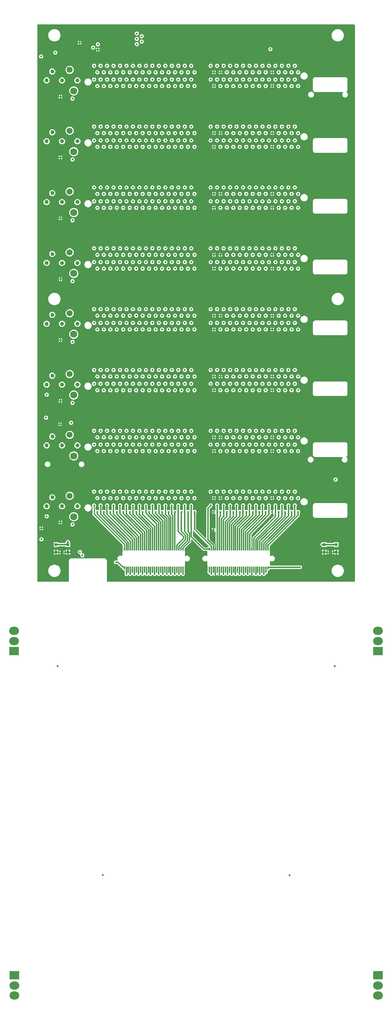
<source format=gbl>
G04*
G04 #@! TF.GenerationSoftware,Altium Limited,Altium Designer,20.1.14 (287)*
G04*
G04 Layer_Physical_Order=6*
G04 Layer_Color=16711680*
%FSLAX25Y25*%
%MOIN*%
G70*
G04*
G04 #@! TF.SameCoordinates,0DD39981-5369-47EA-9149-94963EAFD3A8*
G04*
G04*
G04 #@! TF.FilePolarity,Positive*
G04*
G01*
G75*
%ADD10C,0.01000*%
%ADD16C,0.01181*%
%ADD37C,0.06890*%
%ADD41O,0.09449X0.07874*%
%ADD42R,0.09449X0.07874*%
%ADD43C,0.05906*%
%ADD44C,0.03937*%
%ADD45C,0.01968*%
%ADD46C,0.01575*%
%ADD47R,0.01181X0.02756*%
%ADD48R,0.02559X0.02756*%
G36*
X152927Y542287D02*
X153263Y542221D01*
X153579Y542090D01*
X153863Y541900D01*
X154105Y541658D01*
X154295Y541374D01*
X154426Y541058D01*
X154493Y540722D01*
Y540551D01*
X154493Y2362D01*
Y2095D01*
X154288Y1602D01*
X153911Y1224D01*
X153417Y1020D01*
X-85929D01*
X-86088Y1027D01*
X-86421Y1183D01*
X-86668Y1455D01*
X-86792Y1801D01*
X-86783Y1984D01*
X-86787Y2008D01*
X-86782Y2032D01*
X-86769Y21351D01*
X-86779Y21401D01*
X-86774Y21452D01*
X-86803Y21742D01*
X-86846Y21886D01*
X-86875Y22032D01*
X-87098Y22569D01*
X-87319Y22900D01*
X-87730Y23311D01*
X-88060Y23532D01*
X-88061Y23532D01*
X-88597Y23754D01*
X-88744Y23784D01*
X-88888Y23827D01*
X-89178Y23856D01*
X-89228Y23851D01*
X-89278Y23861D01*
X-90305Y23861D01*
X-90544Y23908D01*
X-120079Y23908D01*
X-120338Y23857D01*
X-121348Y23867D01*
X-121403Y23857D01*
X-121458Y23862D01*
X-121749Y23834D01*
X-121892Y23790D01*
X-122039Y23761D01*
X-122576Y23539D01*
X-122907Y23318D01*
X-122907Y23318D01*
X-123318Y22907D01*
X-123318Y22907D01*
X-123539Y22576D01*
X-123761Y22039D01*
X-123790Y21892D01*
X-123834Y21749D01*
X-123862Y21458D01*
X-123857Y21407D01*
X-123867Y21358D01*
X-123854Y2038D01*
Y1836D01*
X-124009Y1462D01*
X-124296Y1175D01*
X-124671Y1020D01*
X-153416D01*
X-153910Y1224D01*
X-154288Y1602D01*
X-154492Y2095D01*
Y2362D01*
Y540945D01*
X-154492Y541212D01*
X-154288Y541706D01*
X-153910Y542083D01*
X-153416Y542288D01*
X-153149Y542287D01*
X152756Y542288D01*
X152927Y542287D01*
D02*
G37*
%LPC*%
G36*
X-57677Y535291D02*
X-58451Y535137D01*
X-59107Y534698D01*
X-59546Y534042D01*
X-59700Y533268D01*
X-59546Y532493D01*
X-59107Y531837D01*
X-58451Y531399D01*
X-57677Y531245D01*
X-56903Y531399D01*
X-56246Y531837D01*
X-55808Y532493D01*
X-55654Y533268D01*
X-55808Y534042D01*
X-56246Y534698D01*
X-56903Y535137D01*
X-57677Y535291D01*
D02*
G37*
G36*
X-52854Y532633D02*
X-53628Y532479D01*
X-54285Y532041D01*
X-54723Y531385D01*
X-54877Y530610D01*
X-54723Y529836D01*
X-54285Y529180D01*
X-53628Y528741D01*
X-52854Y528587D01*
X-52080Y528741D01*
X-51423Y529180D01*
X-50985Y529836D01*
X-50831Y530610D01*
X-50985Y531385D01*
X-51423Y532041D01*
X-52080Y532479D01*
X-52854Y532633D01*
D02*
G37*
G36*
X-57677Y530074D02*
X-58451Y529920D01*
X-59107Y529482D01*
X-59546Y528825D01*
X-59700Y528051D01*
X-59546Y527277D01*
X-59107Y526621D01*
X-58451Y526182D01*
X-57677Y526028D01*
X-56903Y526182D01*
X-56246Y526621D01*
X-55808Y527277D01*
X-55654Y528051D01*
X-55808Y528825D01*
X-56246Y529482D01*
X-56903Y529920D01*
X-57677Y530074D01*
D02*
G37*
G36*
X137796Y537446D02*
X136635Y537332D01*
X135519Y536993D01*
X134490Y536443D01*
X133588Y535703D01*
X132849Y534802D01*
X132299Y533773D01*
X131960Y532657D01*
X131846Y531496D01*
X131960Y530335D01*
X132299Y529219D01*
X132849Y528191D01*
X133588Y527289D01*
X134490Y526549D01*
X135519Y525999D01*
X136635Y525661D01*
X137796Y525546D01*
X138956Y525661D01*
X140073Y525999D01*
X141101Y526549D01*
X142003Y527289D01*
X142743Y528191D01*
X143293Y529219D01*
X143631Y530335D01*
X143746Y531496D01*
X143631Y532657D01*
X143293Y533773D01*
X142743Y534802D01*
X142003Y535703D01*
X141101Y536443D01*
X140073Y536993D01*
X138956Y537332D01*
X137796Y537446D01*
D02*
G37*
G36*
X-137795D02*
X-138956Y537332D01*
X-140072Y536993D01*
X-141101Y536443D01*
X-142002Y535703D01*
X-142742Y534802D01*
X-143292Y533773D01*
X-143631Y532657D01*
X-143745Y531496D01*
X-143631Y530335D01*
X-143292Y529219D01*
X-142742Y528191D01*
X-142002Y527289D01*
X-141101Y526549D01*
X-140072Y525999D01*
X-138956Y525661D01*
X-137795Y525546D01*
X-136634Y525661D01*
X-135518Y525999D01*
X-134489Y526549D01*
X-133588Y527289D01*
X-132848Y528191D01*
X-132298Y529219D01*
X-131959Y530335D01*
X-131845Y531496D01*
X-131959Y532657D01*
X-132298Y533773D01*
X-132848Y534802D01*
X-133588Y535703D01*
X-134489Y536443D01*
X-135518Y536993D01*
X-136634Y537332D01*
X-137795Y537446D01*
D02*
G37*
G36*
X-112885Y526333D02*
Y524909D01*
X-111462D01*
X-111516Y525184D01*
X-111955Y525840D01*
X-112611Y526279D01*
X-112885Y526333D01*
D02*
G37*
G36*
X-113885D02*
X-114160Y526279D01*
X-114816Y525840D01*
X-115255Y525184D01*
X-115309Y524909D01*
X-113885D01*
Y526333D01*
D02*
G37*
G36*
X-52854Y527515D02*
X-53628Y527361D01*
X-54285Y526923D01*
X-54723Y526266D01*
X-54877Y525492D01*
X-54723Y524718D01*
X-54285Y524062D01*
X-53628Y523623D01*
X-52854Y523469D01*
X-52080Y523623D01*
X-51423Y524062D01*
X-50985Y524718D01*
X-50831Y525492D01*
X-50985Y526266D01*
X-51423Y526923D01*
X-52080Y527361D01*
X-52854Y527515D01*
D02*
G37*
G36*
X-111462Y523910D02*
X-112885D01*
Y522486D01*
X-112611Y522540D01*
X-111955Y522979D01*
X-111516Y523635D01*
X-111462Y523910D01*
D02*
G37*
G36*
X-113885D02*
X-115309D01*
X-115255Y523635D01*
X-114816Y522979D01*
X-114160Y522540D01*
X-113885Y522486D01*
Y523910D01*
D02*
G37*
G36*
X-57677Y524956D02*
X-58451Y524802D01*
X-59107Y524364D01*
X-59546Y523707D01*
X-59700Y522933D01*
X-59546Y522159D01*
X-59107Y521502D01*
X-58451Y521064D01*
X-57677Y520910D01*
X-56903Y521064D01*
X-56246Y521502D01*
X-55808Y522159D01*
X-55654Y522933D01*
X-55808Y523707D01*
X-56246Y524364D01*
X-56903Y524802D01*
X-57677Y524956D01*
D02*
G37*
G36*
X-95570Y524858D02*
X-96345Y524704D01*
X-97001Y524265D01*
X-97440Y523609D01*
X-97594Y522835D01*
X-97440Y522060D01*
X-97001Y521404D01*
X-96345Y520965D01*
X-95570Y520812D01*
X-94796Y520965D01*
X-94140Y521404D01*
X-93701Y522060D01*
X-93547Y522835D01*
X-93701Y523609D01*
X-94140Y524265D01*
X-94796Y524704D01*
X-95570Y524858D01*
D02*
G37*
G36*
X-95169Y519739D02*
Y518315D01*
X-93745D01*
X-93800Y518589D01*
X-94238Y519245D01*
X-94895Y519684D01*
X-95169Y519739D01*
D02*
G37*
G36*
X-96169D02*
X-96443Y519684D01*
X-97100Y519245D01*
X-97538Y518589D01*
X-97593Y518315D01*
X-96169D01*
Y519739D01*
D02*
G37*
G36*
X-100098Y521610D02*
X-100872Y521456D01*
X-101529Y521017D01*
X-101967Y520361D01*
X-102121Y519587D01*
X-101967Y518812D01*
X-101529Y518156D01*
X-100872Y517718D01*
X-100098Y517563D01*
X-99324Y517718D01*
X-98668Y518156D01*
X-98229Y518812D01*
X-98075Y519587D01*
X-98229Y520361D01*
X-98668Y521017D01*
X-99324Y521456D01*
X-100098Y521610D01*
D02*
G37*
G36*
X72245Y520133D02*
X71470Y519979D01*
X70814Y519541D01*
X70375Y518885D01*
X70221Y518110D01*
X70375Y517336D01*
X70814Y516680D01*
X71470Y516241D01*
X72245Y516087D01*
X73019Y516241D01*
X73675Y516680D01*
X74114Y517336D01*
X74268Y518110D01*
X74114Y518885D01*
X73675Y519541D01*
X73019Y519979D01*
X72245Y520133D01*
D02*
G37*
G36*
X-93745Y517315D02*
X-95169D01*
Y515891D01*
X-94895Y515946D01*
X-94238Y516384D01*
X-93800Y517041D01*
X-93745Y517315D01*
D02*
G37*
G36*
X-96169D02*
X-97593D01*
X-97538Y517041D01*
X-97100Y516384D01*
X-96443Y515946D01*
X-96169Y515891D01*
Y517315D01*
D02*
G37*
G36*
X-137007Y516787D02*
X-137782Y516633D01*
X-138438Y516194D01*
X-138877Y515538D01*
X-139031Y514764D01*
X-138877Y513990D01*
X-138438Y513333D01*
X-137782Y512895D01*
X-137007Y512741D01*
X-136233Y512895D01*
X-135577Y513333D01*
X-135138Y513990D01*
X-134984Y514764D01*
X-135138Y515538D01*
X-135577Y516194D01*
X-136233Y516633D01*
X-137007Y516787D01*
D02*
G37*
G36*
X-150787Y513047D02*
X-151561Y512893D01*
X-152218Y512454D01*
X-152656Y511798D01*
X-152810Y511024D01*
X-152656Y510249D01*
X-152218Y509593D01*
X-151561Y509155D01*
X-150787Y509000D01*
X-150013Y509155D01*
X-149356Y509593D01*
X-148918Y510249D01*
X-148764Y511024D01*
X-148918Y511798D01*
X-149356Y512454D01*
X-150013Y512893D01*
X-150787Y513047D01*
D02*
G37*
G36*
X96062Y503989D02*
X95288Y503835D01*
X94632Y503397D01*
X94193Y502740D01*
X94039Y501966D01*
X94193Y501192D01*
X94632Y500535D01*
X95288Y500097D01*
X96062Y499943D01*
X96837Y500097D01*
X97493Y500535D01*
X97932Y501192D01*
X98086Y501966D01*
X97932Y502740D01*
X97493Y503397D01*
X96837Y503835D01*
X96062Y503989D01*
D02*
G37*
G36*
X89763D02*
X88989Y503835D01*
X88333Y503397D01*
X87894Y502740D01*
X87740Y501966D01*
X87894Y501192D01*
X88333Y500535D01*
X88989Y500097D01*
X89763Y499943D01*
X90538Y500097D01*
X91194Y500535D01*
X91632Y501192D01*
X91786Y501966D01*
X91632Y502740D01*
X91194Y503397D01*
X90538Y503835D01*
X89763Y503989D01*
D02*
G37*
G36*
X83464D02*
X82690Y503835D01*
X82034Y503397D01*
X81595Y502740D01*
X81441Y501966D01*
X81595Y501192D01*
X82034Y500535D01*
X82690Y500097D01*
X83464Y499943D01*
X84238Y500097D01*
X84895Y500535D01*
X85333Y501192D01*
X85487Y501966D01*
X85333Y502740D01*
X84895Y503397D01*
X84238Y503835D01*
X83464Y503989D01*
D02*
G37*
G36*
X77165D02*
X76391Y503835D01*
X75734Y503397D01*
X75296Y502740D01*
X75142Y501966D01*
X75296Y501192D01*
X75734Y500535D01*
X76391Y500097D01*
X77165Y499943D01*
X77939Y500097D01*
X78596Y500535D01*
X79034Y501192D01*
X79188Y501966D01*
X79034Y502740D01*
X78596Y503397D01*
X77939Y503835D01*
X77165Y503989D01*
D02*
G37*
G36*
X70866D02*
X70091Y503835D01*
X69435Y503397D01*
X68997Y502740D01*
X68843Y501966D01*
X68997Y501192D01*
X69435Y500535D01*
X70091Y500097D01*
X70866Y499943D01*
X71640Y500097D01*
X72296Y500535D01*
X72735Y501192D01*
X72889Y501966D01*
X72735Y502740D01*
X72296Y503397D01*
X71640Y503835D01*
X70866Y503989D01*
D02*
G37*
G36*
X64566D02*
X63792Y503835D01*
X63136Y503397D01*
X62697Y502740D01*
X62543Y501966D01*
X62697Y501192D01*
X63136Y500535D01*
X63792Y500097D01*
X64566Y499943D01*
X65341Y500097D01*
X65997Y500535D01*
X66436Y501192D01*
X66590Y501966D01*
X66436Y502740D01*
X65997Y503397D01*
X65341Y503835D01*
X64566Y503989D01*
D02*
G37*
G36*
X58267D02*
X57493Y503835D01*
X56837Y503397D01*
X56398Y502740D01*
X56244Y501966D01*
X56398Y501192D01*
X56837Y500535D01*
X57493Y500097D01*
X58267Y499943D01*
X59042Y500097D01*
X59698Y500535D01*
X60136Y501192D01*
X60290Y501966D01*
X60136Y502740D01*
X59698Y503397D01*
X59042Y503835D01*
X58267Y503989D01*
D02*
G37*
G36*
X51968D02*
X51194Y503835D01*
X50538Y503397D01*
X50099Y502740D01*
X49945Y501966D01*
X50099Y501192D01*
X50538Y500535D01*
X51194Y500097D01*
X51968Y499943D01*
X52742Y500097D01*
X53399Y500535D01*
X53837Y501192D01*
X53991Y501966D01*
X53837Y502740D01*
X53399Y503397D01*
X52742Y503835D01*
X51968Y503989D01*
D02*
G37*
G36*
X45669D02*
X44895Y503835D01*
X44238Y503397D01*
X43800Y502740D01*
X43646Y501966D01*
X43800Y501192D01*
X44238Y500535D01*
X44895Y500097D01*
X45669Y499943D01*
X46443Y500097D01*
X47099Y500535D01*
X47538Y501192D01*
X47692Y501966D01*
X47538Y502740D01*
X47099Y503397D01*
X46443Y503835D01*
X45669Y503989D01*
D02*
G37*
G36*
X39370D02*
X38595Y503835D01*
X37939Y503397D01*
X37501Y502740D01*
X37347Y501966D01*
X37501Y501192D01*
X37939Y500535D01*
X38595Y500097D01*
X39370Y499943D01*
X40144Y500097D01*
X40800Y500535D01*
X41239Y501192D01*
X41393Y501966D01*
X41239Y502740D01*
X40800Y503397D01*
X40144Y503835D01*
X39370Y503989D01*
D02*
G37*
G36*
X33070D02*
X32296Y503835D01*
X31640Y503397D01*
X31201Y502740D01*
X31047Y501966D01*
X31201Y501192D01*
X31640Y500535D01*
X32296Y500097D01*
X33070Y499943D01*
X33845Y500097D01*
X34501Y500535D01*
X34940Y501192D01*
X35094Y501966D01*
X34940Y502740D01*
X34501Y503397D01*
X33845Y503835D01*
X33070Y503989D01*
D02*
G37*
G36*
X26771D02*
X25997Y503835D01*
X25341Y503397D01*
X24902Y502740D01*
X24748Y501966D01*
X24902Y501192D01*
X25341Y500535D01*
X25997Y500097D01*
X26771Y499943D01*
X27545Y500097D01*
X28202Y500535D01*
X28640Y501192D01*
X28794Y501966D01*
X28640Y502740D01*
X28202Y503397D01*
X27545Y503835D01*
X26771Y503989D01*
D02*
G37*
G36*
X20472D02*
X19698Y503835D01*
X19041Y503397D01*
X18603Y502740D01*
X18449Y501966D01*
X18603Y501192D01*
X19041Y500535D01*
X19698Y500097D01*
X20472Y499943D01*
X21246Y500097D01*
X21903Y500535D01*
X22341Y501192D01*
X22495Y501966D01*
X22341Y502740D01*
X21903Y503397D01*
X21246Y503835D01*
X20472Y503989D01*
D02*
G37*
G36*
X14173D02*
X13399Y503835D01*
X12742Y503397D01*
X12304Y502740D01*
X12150Y501966D01*
X12304Y501192D01*
X12742Y500535D01*
X13399Y500097D01*
X14173Y499943D01*
X14947Y500097D01*
X15603Y500535D01*
X16042Y501192D01*
X16196Y501966D01*
X16042Y502740D01*
X15603Y503397D01*
X14947Y503835D01*
X14173Y503989D01*
D02*
G37*
G36*
X-4725D02*
X-5499Y503835D01*
X-6155Y503397D01*
X-6594Y502740D01*
X-6748Y501966D01*
X-6594Y501192D01*
X-6155Y500535D01*
X-5499Y500097D01*
X-4725Y499943D01*
X-3951Y500097D01*
X-3294Y500535D01*
X-2856Y501192D01*
X-2702Y501966D01*
X-2856Y502740D01*
X-3294Y503397D01*
X-3951Y503835D01*
X-4725Y503989D01*
D02*
G37*
G36*
X-11024D02*
X-11798Y503835D01*
X-12455Y503397D01*
X-12893Y502740D01*
X-13047Y501966D01*
X-12893Y501192D01*
X-12455Y500535D01*
X-11798Y500097D01*
X-11024Y499943D01*
X-10250Y500097D01*
X-9594Y500535D01*
X-9155Y501192D01*
X-9001Y501966D01*
X-9155Y502740D01*
X-9594Y503397D01*
X-10250Y503835D01*
X-11024Y503989D01*
D02*
G37*
G36*
X-17323D02*
X-18098Y503835D01*
X-18754Y503397D01*
X-19192Y502740D01*
X-19346Y501966D01*
X-19192Y501192D01*
X-18754Y500535D01*
X-18098Y500097D01*
X-17323Y499943D01*
X-16549Y500097D01*
X-15893Y500535D01*
X-15454Y501192D01*
X-15300Y501966D01*
X-15454Y502740D01*
X-15893Y503397D01*
X-16549Y503835D01*
X-17323Y503989D01*
D02*
G37*
G36*
X-23622D02*
X-24397Y503835D01*
X-25053Y503397D01*
X-25492Y502740D01*
X-25646Y501966D01*
X-25492Y501192D01*
X-25053Y500535D01*
X-24397Y500097D01*
X-23622Y499943D01*
X-22848Y500097D01*
X-22192Y500535D01*
X-21753Y501192D01*
X-21599Y501966D01*
X-21753Y502740D01*
X-22192Y503397D01*
X-22848Y503835D01*
X-23622Y503989D01*
D02*
G37*
G36*
X-29922D02*
X-30696Y503835D01*
X-31352Y503397D01*
X-31791Y502740D01*
X-31945Y501966D01*
X-31791Y501192D01*
X-31352Y500535D01*
X-30696Y500097D01*
X-29922Y499943D01*
X-29147Y500097D01*
X-28491Y500535D01*
X-28053Y501192D01*
X-27899Y501966D01*
X-28053Y502740D01*
X-28491Y503397D01*
X-29147Y503835D01*
X-29922Y503989D01*
D02*
G37*
G36*
X-36221D02*
X-36995Y503835D01*
X-37652Y503397D01*
X-38090Y502740D01*
X-38244Y501966D01*
X-38090Y501192D01*
X-37652Y500535D01*
X-36995Y500097D01*
X-36221Y499943D01*
X-35447Y500097D01*
X-34790Y500535D01*
X-34352Y501192D01*
X-34198Y501966D01*
X-34352Y502740D01*
X-34790Y503397D01*
X-35447Y503835D01*
X-36221Y503989D01*
D02*
G37*
G36*
X-42520D02*
X-43294Y503835D01*
X-43951Y503397D01*
X-44389Y502740D01*
X-44543Y501966D01*
X-44389Y501192D01*
X-43951Y500535D01*
X-43294Y500097D01*
X-42520Y499943D01*
X-41746Y500097D01*
X-41090Y500535D01*
X-40651Y501192D01*
X-40497Y501966D01*
X-40651Y502740D01*
X-41090Y503397D01*
X-41746Y503835D01*
X-42520Y503989D01*
D02*
G37*
G36*
X-48819D02*
X-49593Y503835D01*
X-50250Y503397D01*
X-50688Y502740D01*
X-50842Y501966D01*
X-50688Y501192D01*
X-50250Y500535D01*
X-49593Y500097D01*
X-48819Y499943D01*
X-48045Y500097D01*
X-47389Y500535D01*
X-46950Y501192D01*
X-46796Y501966D01*
X-46950Y502740D01*
X-47389Y503397D01*
X-48045Y503835D01*
X-48819Y503989D01*
D02*
G37*
G36*
X-55119D02*
X-55893Y503835D01*
X-56549Y503397D01*
X-56988Y502740D01*
X-57142Y501966D01*
X-56988Y501192D01*
X-56549Y500535D01*
X-55893Y500097D01*
X-55119Y499943D01*
X-54344Y500097D01*
X-53688Y500535D01*
X-53249Y501192D01*
X-53095Y501966D01*
X-53249Y502740D01*
X-53688Y503397D01*
X-54344Y503835D01*
X-55119Y503989D01*
D02*
G37*
G36*
X-61418D02*
X-62192Y503835D01*
X-62848Y503397D01*
X-63287Y502740D01*
X-63441Y501966D01*
X-63287Y501192D01*
X-62848Y500535D01*
X-62192Y500097D01*
X-61418Y499943D01*
X-60644Y500097D01*
X-59987Y500535D01*
X-59549Y501192D01*
X-59395Y501966D01*
X-59549Y502740D01*
X-59987Y503397D01*
X-60644Y503835D01*
X-61418Y503989D01*
D02*
G37*
G36*
X-67717D02*
X-68491Y503835D01*
X-69147Y503397D01*
X-69586Y502740D01*
X-69740Y501966D01*
X-69586Y501192D01*
X-69147Y500535D01*
X-68491Y500097D01*
X-67717Y499943D01*
X-66943Y500097D01*
X-66286Y500535D01*
X-65848Y501192D01*
X-65694Y501966D01*
X-65848Y502740D01*
X-66286Y503397D01*
X-66943Y503835D01*
X-67717Y503989D01*
D02*
G37*
G36*
X-74016D02*
X-74790Y503835D01*
X-75447Y503397D01*
X-75885Y502740D01*
X-76039Y501966D01*
X-75885Y501192D01*
X-75447Y500535D01*
X-74790Y500097D01*
X-74016Y499943D01*
X-73242Y500097D01*
X-72586Y500535D01*
X-72147Y501192D01*
X-71993Y501966D01*
X-72147Y502740D01*
X-72586Y503397D01*
X-73242Y503835D01*
X-74016Y503989D01*
D02*
G37*
G36*
X-80315D02*
X-81090Y503835D01*
X-81746Y503397D01*
X-82184Y502740D01*
X-82339Y501966D01*
X-82184Y501192D01*
X-81746Y500535D01*
X-81090Y500097D01*
X-80315Y499943D01*
X-79541Y500097D01*
X-78885Y500535D01*
X-78446Y501192D01*
X-78292Y501966D01*
X-78446Y502740D01*
X-78885Y503397D01*
X-79541Y503835D01*
X-80315Y503989D01*
D02*
G37*
G36*
X-86615D02*
X-87389Y503835D01*
X-88045Y503397D01*
X-88484Y502740D01*
X-88638Y501966D01*
X-88484Y501192D01*
X-88045Y500535D01*
X-87389Y500097D01*
X-86615Y499943D01*
X-85840Y500097D01*
X-85184Y500535D01*
X-84746Y501192D01*
X-84592Y501966D01*
X-84746Y502740D01*
X-85184Y503397D01*
X-85840Y503835D01*
X-86615Y503989D01*
D02*
G37*
G36*
X-92914D02*
X-93688Y503835D01*
X-94344Y503397D01*
X-94783Y502740D01*
X-94937Y501966D01*
X-94783Y501192D01*
X-94344Y500535D01*
X-93688Y500097D01*
X-92914Y499943D01*
X-92140Y500097D01*
X-91483Y500535D01*
X-91045Y501192D01*
X-90891Y501966D01*
X-91045Y502740D01*
X-91483Y503397D01*
X-92140Y503835D01*
X-92914Y503989D01*
D02*
G37*
G36*
X-99213D02*
X-99987Y503835D01*
X-100644Y503397D01*
X-101082Y502740D01*
X-101236Y501966D01*
X-101082Y501192D01*
X-100644Y500535D01*
X-99987Y500097D01*
X-99213Y499943D01*
X-98439Y500097D01*
X-97782Y500535D01*
X-97344Y501192D01*
X-97190Y501966D01*
X-97344Y502740D01*
X-97782Y503397D01*
X-98439Y503835D01*
X-99213Y503989D01*
D02*
G37*
G36*
X74516Y497590D02*
Y496167D01*
X75940D01*
X75885Y496441D01*
X75447Y497097D01*
X74790Y497536D01*
X74516Y497590D01*
D02*
G37*
G36*
X73516D02*
X73242Y497536D01*
X72585Y497097D01*
X72147Y496441D01*
X72092Y496167D01*
X73516D01*
Y497590D01*
D02*
G37*
G36*
X24122D02*
Y496167D01*
X25546D01*
X25491Y496441D01*
X25053Y497097D01*
X24397Y497536D01*
X24122Y497590D01*
D02*
G37*
G36*
X23122D02*
X22848Y497536D01*
X22192Y497097D01*
X21753Y496441D01*
X21699Y496167D01*
X23122D01*
Y497590D01*
D02*
G37*
G36*
X17823D02*
Y496167D01*
X19247D01*
X19192Y496441D01*
X18754Y497097D01*
X18097Y497536D01*
X17823Y497590D01*
D02*
G37*
G36*
X16823D02*
X16549Y497536D01*
X15893Y497097D01*
X15454Y496441D01*
X15400Y496167D01*
X16823D01*
Y497590D01*
D02*
G37*
G36*
X-122953Y501977D02*
X-123985Y501841D01*
X-124946Y501442D01*
X-125772Y500809D01*
X-126406Y499983D01*
X-126804Y499022D01*
X-126940Y497990D01*
X-126804Y496958D01*
X-126406Y495996D01*
X-125772Y495171D01*
X-124946Y494537D01*
X-123985Y494139D01*
X-122953Y494003D01*
X-121921Y494139D01*
X-120959Y494537D01*
X-120134Y495171D01*
X-119500Y495996D01*
X-119102Y496958D01*
X-118966Y497990D01*
X-119102Y499022D01*
X-119500Y499983D01*
X-120134Y500809D01*
X-120959Y501442D01*
X-121921Y501841D01*
X-122953Y501977D01*
D02*
G37*
G36*
X75940Y495167D02*
X74516D01*
Y493743D01*
X74790Y493798D01*
X75447Y494236D01*
X75885Y494893D01*
X75940Y495167D01*
D02*
G37*
G36*
X73516D02*
X72092D01*
X72147Y494893D01*
X72585Y494236D01*
X73242Y493798D01*
X73516Y493743D01*
Y495167D01*
D02*
G37*
G36*
X25546D02*
X24122D01*
Y493743D01*
X24397Y493798D01*
X25053Y494236D01*
X25491Y494893D01*
X25546Y495167D01*
D02*
G37*
G36*
X23122D02*
X21699D01*
X21753Y494893D01*
X22192Y494236D01*
X22848Y493798D01*
X23122Y493743D01*
Y495167D01*
D02*
G37*
G36*
X19247D02*
X17823D01*
Y493743D01*
X18097Y493798D01*
X18754Y494236D01*
X19192Y494893D01*
X19247Y495167D01*
D02*
G37*
G36*
X16823D02*
X15400D01*
X15454Y494893D01*
X15893Y494236D01*
X16549Y493798D01*
X16823Y493743D01*
Y495167D01*
D02*
G37*
G36*
X99213Y497690D02*
X98439Y497536D01*
X97782Y497097D01*
X97344Y496441D01*
X97190Y495667D01*
X97344Y494893D01*
X97782Y494236D01*
X98439Y493798D01*
X99213Y493644D01*
X99987Y493798D01*
X100644Y494236D01*
X101082Y494893D01*
X101236Y495667D01*
X101082Y496441D01*
X100644Y497097D01*
X99987Y497536D01*
X99213Y497690D01*
D02*
G37*
G36*
X92914D02*
X92140Y497536D01*
X91483Y497097D01*
X91045Y496441D01*
X90891Y495667D01*
X91045Y494893D01*
X91483Y494236D01*
X92140Y493798D01*
X92914Y493644D01*
X93688Y493798D01*
X94344Y494236D01*
X94783Y494893D01*
X94937Y495667D01*
X94783Y496441D01*
X94344Y497097D01*
X93688Y497536D01*
X92914Y497690D01*
D02*
G37*
G36*
X86615D02*
X85840Y497536D01*
X85184Y497097D01*
X84745Y496441D01*
X84591Y495667D01*
X84745Y494893D01*
X85184Y494236D01*
X85840Y493798D01*
X86615Y493644D01*
X87389Y493798D01*
X88045Y494236D01*
X88484Y494893D01*
X88638Y495667D01*
X88484Y496441D01*
X88045Y497097D01*
X87389Y497536D01*
X86615Y497690D01*
D02*
G37*
G36*
X80315D02*
X79541Y497536D01*
X78885Y497097D01*
X78446Y496441D01*
X78292Y495667D01*
X78446Y494893D01*
X78885Y494236D01*
X79541Y493798D01*
X80315Y493644D01*
X81090Y493798D01*
X81746Y494236D01*
X82184Y494893D01*
X82338Y495667D01*
X82184Y496441D01*
X81746Y497097D01*
X81090Y497536D01*
X80315Y497690D01*
D02*
G37*
G36*
X67717D02*
X66943Y497536D01*
X66286Y497097D01*
X65848Y496441D01*
X65694Y495667D01*
X65848Y494893D01*
X66286Y494236D01*
X66943Y493798D01*
X67717Y493644D01*
X68491Y493798D01*
X69147Y494236D01*
X69586Y494893D01*
X69740Y495667D01*
X69586Y496441D01*
X69147Y497097D01*
X68491Y497536D01*
X67717Y497690D01*
D02*
G37*
G36*
X61418D02*
X60643Y497536D01*
X59987Y497097D01*
X59548Y496441D01*
X59395Y495667D01*
X59548Y494893D01*
X59987Y494236D01*
X60643Y493798D01*
X61418Y493644D01*
X62192Y493798D01*
X62848Y494236D01*
X63287Y494893D01*
X63441Y495667D01*
X63287Y496441D01*
X62848Y497097D01*
X62192Y497536D01*
X61418Y497690D01*
D02*
G37*
G36*
X55118D02*
X54344Y497536D01*
X53688Y497097D01*
X53249Y496441D01*
X53095Y495667D01*
X53249Y494893D01*
X53688Y494236D01*
X54344Y493798D01*
X55118Y493644D01*
X55893Y493798D01*
X56549Y494236D01*
X56988Y494893D01*
X57142Y495667D01*
X56988Y496441D01*
X56549Y497097D01*
X55893Y497536D01*
X55118Y497690D01*
D02*
G37*
G36*
X48819D02*
X48045Y497536D01*
X47389Y497097D01*
X46950Y496441D01*
X46796Y495667D01*
X46950Y494893D01*
X47389Y494236D01*
X48045Y493798D01*
X48819Y493644D01*
X49593Y493798D01*
X50250Y494236D01*
X50688Y494893D01*
X50842Y495667D01*
X50688Y496441D01*
X50250Y497097D01*
X49593Y497536D01*
X48819Y497690D01*
D02*
G37*
G36*
X42520D02*
X41746Y497536D01*
X41089Y497097D01*
X40651Y496441D01*
X40497Y495667D01*
X40651Y494893D01*
X41089Y494236D01*
X41746Y493798D01*
X42520Y493644D01*
X43294Y493798D01*
X43951Y494236D01*
X44389Y494893D01*
X44543Y495667D01*
X44389Y496441D01*
X43951Y497097D01*
X43294Y497536D01*
X42520Y497690D01*
D02*
G37*
G36*
X36221D02*
X35447Y497536D01*
X34790Y497097D01*
X34352Y496441D01*
X34198Y495667D01*
X34352Y494893D01*
X34790Y494236D01*
X35447Y493798D01*
X36221Y493644D01*
X36995Y493798D01*
X37651Y494236D01*
X38090Y494893D01*
X38244Y495667D01*
X38090Y496441D01*
X37651Y497097D01*
X36995Y497536D01*
X36221Y497690D01*
D02*
G37*
G36*
X29922D02*
X29147Y497536D01*
X28491Y497097D01*
X28052Y496441D01*
X27898Y495667D01*
X28052Y494893D01*
X28491Y494236D01*
X29147Y493798D01*
X29922Y493644D01*
X30696Y493798D01*
X31352Y494236D01*
X31791Y494893D01*
X31945Y495667D01*
X31791Y496441D01*
X31352Y497097D01*
X30696Y497536D01*
X29922Y497690D01*
D02*
G37*
G36*
X-1575D02*
X-2349Y497536D01*
X-3005Y497097D01*
X-3444Y496441D01*
X-3598Y495667D01*
X-3444Y494893D01*
X-3005Y494236D01*
X-2349Y493798D01*
X-1575Y493644D01*
X-800Y493798D01*
X-144Y494236D01*
X295Y494893D01*
X449Y495667D01*
X295Y496441D01*
X-144Y497097D01*
X-800Y497536D01*
X-1575Y497690D01*
D02*
G37*
G36*
X-7874D02*
X-8648Y497536D01*
X-9304Y497097D01*
X-9743Y496441D01*
X-9897Y495667D01*
X-9743Y494893D01*
X-9304Y494236D01*
X-8648Y493798D01*
X-7874Y493644D01*
X-7100Y493798D01*
X-6443Y494236D01*
X-6005Y494893D01*
X-5851Y495667D01*
X-6005Y496441D01*
X-6443Y497097D01*
X-7100Y497536D01*
X-7874Y497690D01*
D02*
G37*
G36*
X-14173D02*
X-14947Y497536D01*
X-15604Y497097D01*
X-16042Y496441D01*
X-16196Y495667D01*
X-16042Y494893D01*
X-15604Y494236D01*
X-14947Y493798D01*
X-14173Y493644D01*
X-13399Y493798D01*
X-12742Y494236D01*
X-12304Y494893D01*
X-12150Y495667D01*
X-12304Y496441D01*
X-12742Y497097D01*
X-13399Y497536D01*
X-14173Y497690D01*
D02*
G37*
G36*
X-20472D02*
X-21246Y497536D01*
X-21903Y497097D01*
X-22341Y496441D01*
X-22495Y495667D01*
X-22341Y494893D01*
X-21903Y494236D01*
X-21246Y493798D01*
X-20472Y493644D01*
X-19698Y493798D01*
X-19041Y494236D01*
X-18603Y494893D01*
X-18449Y495667D01*
X-18603Y496441D01*
X-19041Y497097D01*
X-19698Y497536D01*
X-20472Y497690D01*
D02*
G37*
G36*
X-26771D02*
X-27545Y497536D01*
X-28202Y497097D01*
X-28640Y496441D01*
X-28794Y495667D01*
X-28640Y494893D01*
X-28202Y494236D01*
X-27545Y493798D01*
X-26771Y493644D01*
X-25997Y493798D01*
X-25341Y494236D01*
X-24902Y494893D01*
X-24748Y495667D01*
X-24902Y496441D01*
X-25341Y497097D01*
X-25997Y497536D01*
X-26771Y497690D01*
D02*
G37*
G36*
X-33070D02*
X-33845Y497536D01*
X-34501Y497097D01*
X-34940Y496441D01*
X-35094Y495667D01*
X-34940Y494893D01*
X-34501Y494236D01*
X-33845Y493798D01*
X-33070Y493644D01*
X-32296Y493798D01*
X-31640Y494236D01*
X-31201Y494893D01*
X-31047Y495667D01*
X-31201Y496441D01*
X-31640Y497097D01*
X-32296Y497536D01*
X-33070Y497690D01*
D02*
G37*
G36*
X-39370D02*
X-40144Y497536D01*
X-40800Y497097D01*
X-41239Y496441D01*
X-41393Y495667D01*
X-41239Y494893D01*
X-40800Y494236D01*
X-40144Y493798D01*
X-39370Y493644D01*
X-38596Y493798D01*
X-37939Y494236D01*
X-37501Y494893D01*
X-37347Y495667D01*
X-37501Y496441D01*
X-37939Y497097D01*
X-38596Y497536D01*
X-39370Y497690D01*
D02*
G37*
G36*
X-45669D02*
X-46443Y497536D01*
X-47100Y497097D01*
X-47538Y496441D01*
X-47692Y495667D01*
X-47538Y494893D01*
X-47100Y494236D01*
X-46443Y493798D01*
X-45669Y493644D01*
X-44895Y493798D01*
X-44238Y494236D01*
X-43800Y494893D01*
X-43646Y495667D01*
X-43800Y496441D01*
X-44238Y497097D01*
X-44895Y497536D01*
X-45669Y497690D01*
D02*
G37*
G36*
X-51968D02*
X-52742Y497536D01*
X-53399Y497097D01*
X-53837Y496441D01*
X-53991Y495667D01*
X-53837Y494893D01*
X-53399Y494236D01*
X-52742Y493798D01*
X-51968Y493644D01*
X-51194Y493798D01*
X-50538Y494236D01*
X-50099Y494893D01*
X-49945Y495667D01*
X-50099Y496441D01*
X-50538Y497097D01*
X-51194Y497536D01*
X-51968Y497690D01*
D02*
G37*
G36*
X-58267D02*
X-59042Y497536D01*
X-59698Y497097D01*
X-60136Y496441D01*
X-60290Y495667D01*
X-60136Y494893D01*
X-59698Y494236D01*
X-59042Y493798D01*
X-58267Y493644D01*
X-57493Y493798D01*
X-56837Y494236D01*
X-56398Y494893D01*
X-56244Y495667D01*
X-56398Y496441D01*
X-56837Y497097D01*
X-57493Y497536D01*
X-58267Y497690D01*
D02*
G37*
G36*
X-64567D02*
X-65341Y497536D01*
X-65997Y497097D01*
X-66436Y496441D01*
X-66590Y495667D01*
X-66436Y494893D01*
X-65997Y494236D01*
X-65341Y493798D01*
X-64567Y493644D01*
X-63792Y493798D01*
X-63136Y494236D01*
X-62697Y494893D01*
X-62543Y495667D01*
X-62697Y496441D01*
X-63136Y497097D01*
X-63792Y497536D01*
X-64567Y497690D01*
D02*
G37*
G36*
X-70866D02*
X-71640Y497536D01*
X-72296Y497097D01*
X-72735Y496441D01*
X-72889Y495667D01*
X-72735Y494893D01*
X-72296Y494236D01*
X-71640Y493798D01*
X-70866Y493644D01*
X-70092Y493798D01*
X-69435Y494236D01*
X-68997Y494893D01*
X-68843Y495667D01*
X-68997Y496441D01*
X-69435Y497097D01*
X-70092Y497536D01*
X-70866Y497690D01*
D02*
G37*
G36*
X-77165D02*
X-77939Y497536D01*
X-78596Y497097D01*
X-79034Y496441D01*
X-79188Y495667D01*
X-79034Y494893D01*
X-78596Y494236D01*
X-77939Y493798D01*
X-77165Y493644D01*
X-76391Y493798D01*
X-75735Y494236D01*
X-75296Y494893D01*
X-75142Y495667D01*
X-75296Y496441D01*
X-75735Y497097D01*
X-76391Y497536D01*
X-77165Y497690D01*
D02*
G37*
G36*
X-83464D02*
X-84238Y497536D01*
X-84895Y497097D01*
X-85333Y496441D01*
X-85487Y495667D01*
X-85333Y494893D01*
X-84895Y494236D01*
X-84238Y493798D01*
X-83464Y493644D01*
X-82690Y493798D01*
X-82034Y494236D01*
X-81595Y494893D01*
X-81441Y495667D01*
X-81595Y496441D01*
X-82034Y497097D01*
X-82690Y497536D01*
X-83464Y497690D01*
D02*
G37*
G36*
X-89763D02*
X-90538Y497536D01*
X-91194Y497097D01*
X-91633Y496441D01*
X-91787Y495667D01*
X-91633Y494893D01*
X-91194Y494236D01*
X-90538Y493798D01*
X-89763Y493644D01*
X-88989Y493798D01*
X-88333Y494236D01*
X-87894Y494893D01*
X-87740Y495667D01*
X-87894Y496441D01*
X-88333Y497097D01*
X-88989Y497536D01*
X-89763Y497690D01*
D02*
G37*
G36*
X-96063D02*
X-96837Y497536D01*
X-97493Y497097D01*
X-97932Y496441D01*
X-98086Y495667D01*
X-97932Y494893D01*
X-97493Y494236D01*
X-96837Y493798D01*
X-96063Y493644D01*
X-95288Y493798D01*
X-94632Y494236D01*
X-94194Y494893D01*
X-94039Y495667D01*
X-94194Y496441D01*
X-94632Y497097D01*
X-95288Y497536D01*
X-96063Y497690D01*
D02*
G37*
G36*
X-139882Y499450D02*
X-140657Y499348D01*
X-141379Y499049D01*
X-141999Y498573D01*
X-142475Y497953D01*
X-142774Y497231D01*
X-142876Y496456D01*
X-142774Y495681D01*
X-142475Y494959D01*
X-141999Y494339D01*
X-141379Y493863D01*
X-140657Y493564D01*
X-139882Y493462D01*
X-139107Y493564D01*
X-138385Y493863D01*
X-137765Y494339D01*
X-137289Y494959D01*
X-136990Y495681D01*
X-136888Y496456D01*
X-136990Y497231D01*
X-137289Y497953D01*
X-137765Y498573D01*
X-138385Y499049D01*
X-139107Y499348D01*
X-139882Y499450D01*
D02*
G37*
G36*
X145207Y490920D02*
X144939Y490920D01*
X115887Y490920D01*
X115886Y490920D01*
X115653Y490920D01*
X115263Y490842D01*
X115263Y490842D01*
X115263Y490842D01*
X114831Y490663D01*
X114500Y490442D01*
X114170Y490112D01*
X113949Y489781D01*
X113770Y489350D01*
X113693Y488959D01*
Y478789D01*
X113693Y478789D01*
X113693Y478557D01*
X113770Y478167D01*
X113948Y477739D01*
X114169Y477408D01*
X114497Y477080D01*
X114827Y476859D01*
X115255Y476682D01*
X115646Y476604D01*
X115877D01*
X142881Y476604D01*
X143050Y476104D01*
X142905Y475992D01*
X142461Y475414D01*
X142182Y474739D01*
X142087Y474016D01*
X142182Y473292D01*
X142461Y472618D01*
X142905Y472039D01*
X143484Y471595D01*
X144159Y471315D01*
X144882Y471220D01*
X145606Y471315D01*
X146280Y471595D01*
X146859Y472039D01*
X147303Y472618D01*
X147583Y473292D01*
X147678Y474016D01*
X147583Y474739D01*
X147303Y475414D01*
X146859Y475992D01*
X146280Y476437D01*
X146266Y476442D01*
X146257Y476465D01*
X146253Y476989D01*
X146428Y477106D01*
X146805Y477483D01*
X147026Y477814D01*
X147229Y478306D01*
X147230Y478306D01*
X147307Y478696D01*
X147307Y488553D01*
X147307Y488553D01*
X147307Y488553D01*
X147307Y488821D01*
X147229Y489212D01*
X147024Y489707D01*
X147024Y489707D01*
X146803Y490037D01*
X146424Y490416D01*
X146093Y490637D01*
X145598Y490842D01*
X145207Y490920D01*
D02*
G37*
G36*
X105118Y495654D02*
X104204Y495534D01*
X103353Y495181D01*
X102622Y494620D01*
X102061Y493889D01*
X101708Y493037D01*
X101588Y492124D01*
X101708Y491210D01*
X102061Y490358D01*
X102622Y489627D01*
X103353Y489066D01*
X104204Y488714D01*
X105118Y488593D01*
X106032Y488714D01*
X106883Y489066D01*
X107614Y489627D01*
X108175Y490358D01*
X108528Y491210D01*
X108648Y492124D01*
X108528Y493037D01*
X108175Y493889D01*
X107614Y494620D01*
X106883Y495181D01*
X106032Y495534D01*
X105118Y495654D01*
D02*
G37*
G36*
X96062Y490603D02*
X95288Y490449D01*
X94632Y490011D01*
X94193Y489355D01*
X94039Y488580D01*
X94193Y487806D01*
X94632Y487150D01*
X95288Y486711D01*
X96062Y486557D01*
X96837Y486711D01*
X97493Y487150D01*
X97932Y487806D01*
X98086Y488580D01*
X97932Y489355D01*
X97493Y490011D01*
X96837Y490449D01*
X96062Y490603D01*
D02*
G37*
G36*
X89763D02*
X88989Y490449D01*
X88333Y490011D01*
X87894Y489355D01*
X87740Y488580D01*
X87894Y487806D01*
X88333Y487150D01*
X88989Y486711D01*
X89763Y486557D01*
X90538Y486711D01*
X91194Y487150D01*
X91632Y487806D01*
X91786Y488580D01*
X91632Y489355D01*
X91194Y490011D01*
X90538Y490449D01*
X89763Y490603D01*
D02*
G37*
G36*
X83464D02*
X82690Y490449D01*
X82034Y490011D01*
X81595Y489355D01*
X81441Y488580D01*
X81595Y487806D01*
X82034Y487150D01*
X82690Y486711D01*
X83464Y486557D01*
X84238Y486711D01*
X84895Y487150D01*
X85333Y487806D01*
X85487Y488580D01*
X85333Y489355D01*
X84895Y490011D01*
X84238Y490449D01*
X83464Y490603D01*
D02*
G37*
G36*
X77165D02*
X76391Y490449D01*
X75734Y490011D01*
X75296Y489355D01*
X75142Y488580D01*
X75296Y487806D01*
X75734Y487150D01*
X76391Y486711D01*
X77165Y486557D01*
X77939Y486711D01*
X78596Y487150D01*
X79034Y487806D01*
X79188Y488580D01*
X79034Y489355D01*
X78596Y490011D01*
X77939Y490449D01*
X77165Y490603D01*
D02*
G37*
G36*
X70866D02*
X70091Y490449D01*
X69435Y490011D01*
X68997Y489355D01*
X68843Y488580D01*
X68997Y487806D01*
X69435Y487150D01*
X70091Y486711D01*
X70866Y486557D01*
X71640Y486711D01*
X72296Y487150D01*
X72735Y487806D01*
X72889Y488580D01*
X72735Y489355D01*
X72296Y490011D01*
X71640Y490449D01*
X70866Y490603D01*
D02*
G37*
G36*
X64566D02*
X63792Y490449D01*
X63136Y490011D01*
X62697Y489355D01*
X62543Y488580D01*
X62697Y487806D01*
X63136Y487150D01*
X63792Y486711D01*
X64566Y486557D01*
X65341Y486711D01*
X65997Y487150D01*
X66436Y487806D01*
X66590Y488580D01*
X66436Y489355D01*
X65997Y490011D01*
X65341Y490449D01*
X64566Y490603D01*
D02*
G37*
G36*
X58267D02*
X57493Y490449D01*
X56837Y490011D01*
X56398Y489355D01*
X56244Y488580D01*
X56398Y487806D01*
X56837Y487150D01*
X57493Y486711D01*
X58267Y486557D01*
X59042Y486711D01*
X59698Y487150D01*
X60136Y487806D01*
X60290Y488580D01*
X60136Y489355D01*
X59698Y490011D01*
X59042Y490449D01*
X58267Y490603D01*
D02*
G37*
G36*
X51968D02*
X51194Y490449D01*
X50538Y490011D01*
X50099Y489355D01*
X49945Y488580D01*
X50099Y487806D01*
X50538Y487150D01*
X51194Y486711D01*
X51968Y486557D01*
X52742Y486711D01*
X53399Y487150D01*
X53837Y487806D01*
X53991Y488580D01*
X53837Y489355D01*
X53399Y490011D01*
X52742Y490449D01*
X51968Y490603D01*
D02*
G37*
G36*
X45669D02*
X44895Y490449D01*
X44238Y490011D01*
X43800Y489355D01*
X43646Y488580D01*
X43800Y487806D01*
X44238Y487150D01*
X44895Y486711D01*
X45669Y486557D01*
X46443Y486711D01*
X47099Y487150D01*
X47538Y487806D01*
X47692Y488580D01*
X47538Y489355D01*
X47099Y490011D01*
X46443Y490449D01*
X45669Y490603D01*
D02*
G37*
G36*
X39370D02*
X38595Y490449D01*
X37939Y490011D01*
X37501Y489355D01*
X37347Y488580D01*
X37501Y487806D01*
X37939Y487150D01*
X38595Y486711D01*
X39370Y486557D01*
X40144Y486711D01*
X40800Y487150D01*
X41239Y487806D01*
X41393Y488580D01*
X41239Y489355D01*
X40800Y490011D01*
X40144Y490449D01*
X39370Y490603D01*
D02*
G37*
G36*
X33070D02*
X32296Y490449D01*
X31640Y490011D01*
X31201Y489355D01*
X31047Y488580D01*
X31201Y487806D01*
X31640Y487150D01*
X32296Y486711D01*
X33070Y486557D01*
X33845Y486711D01*
X34501Y487150D01*
X34940Y487806D01*
X35094Y488580D01*
X34940Y489355D01*
X34501Y490011D01*
X33845Y490449D01*
X33070Y490603D01*
D02*
G37*
G36*
X26771D02*
X25997Y490449D01*
X25341Y490011D01*
X24902Y489355D01*
X24748Y488580D01*
X24902Y487806D01*
X25341Y487150D01*
X25997Y486711D01*
X26771Y486557D01*
X27545Y486711D01*
X28202Y487150D01*
X28640Y487806D01*
X28794Y488580D01*
X28640Y489355D01*
X28202Y490011D01*
X27545Y490449D01*
X26771Y490603D01*
D02*
G37*
G36*
X20472D02*
X19698Y490449D01*
X19041Y490011D01*
X18603Y489355D01*
X18449Y488580D01*
X18603Y487806D01*
X19041Y487150D01*
X19698Y486711D01*
X20472Y486557D01*
X21246Y486711D01*
X21903Y487150D01*
X22341Y487806D01*
X22495Y488580D01*
X22341Y489355D01*
X21903Y490011D01*
X21246Y490449D01*
X20472Y490603D01*
D02*
G37*
G36*
X14173D02*
X13399Y490449D01*
X12742Y490011D01*
X12304Y489355D01*
X12150Y488580D01*
X12304Y487806D01*
X12742Y487150D01*
X13399Y486711D01*
X14173Y486557D01*
X14947Y486711D01*
X15603Y487150D01*
X16042Y487806D01*
X16196Y488580D01*
X16042Y489355D01*
X15603Y490011D01*
X14947Y490449D01*
X14173Y490603D01*
D02*
G37*
G36*
X-4725D02*
X-5499Y490449D01*
X-6155Y490011D01*
X-6594Y489355D01*
X-6748Y488580D01*
X-6594Y487806D01*
X-6155Y487150D01*
X-5499Y486711D01*
X-4725Y486557D01*
X-3951Y486711D01*
X-3294Y487150D01*
X-2856Y487806D01*
X-2702Y488580D01*
X-2856Y489355D01*
X-3294Y490011D01*
X-3951Y490449D01*
X-4725Y490603D01*
D02*
G37*
G36*
X-11024D02*
X-11798Y490449D01*
X-12455Y490011D01*
X-12893Y489355D01*
X-13047Y488580D01*
X-12893Y487806D01*
X-12455Y487150D01*
X-11798Y486711D01*
X-11024Y486557D01*
X-10250Y486711D01*
X-9594Y487150D01*
X-9155Y487806D01*
X-9001Y488580D01*
X-9155Y489355D01*
X-9594Y490011D01*
X-10250Y490449D01*
X-11024Y490603D01*
D02*
G37*
G36*
X-17323D02*
X-18098Y490449D01*
X-18754Y490011D01*
X-19192Y489355D01*
X-19346Y488580D01*
X-19192Y487806D01*
X-18754Y487150D01*
X-18098Y486711D01*
X-17323Y486557D01*
X-16549Y486711D01*
X-15893Y487150D01*
X-15454Y487806D01*
X-15300Y488580D01*
X-15454Y489355D01*
X-15893Y490011D01*
X-16549Y490449D01*
X-17323Y490603D01*
D02*
G37*
G36*
X-23622D02*
X-24397Y490449D01*
X-25053Y490011D01*
X-25492Y489355D01*
X-25646Y488580D01*
X-25492Y487806D01*
X-25053Y487150D01*
X-24397Y486711D01*
X-23622Y486557D01*
X-22848Y486711D01*
X-22192Y487150D01*
X-21753Y487806D01*
X-21599Y488580D01*
X-21753Y489355D01*
X-22192Y490011D01*
X-22848Y490449D01*
X-23622Y490603D01*
D02*
G37*
G36*
X-29922D02*
X-30696Y490449D01*
X-31352Y490011D01*
X-31791Y489355D01*
X-31945Y488580D01*
X-31791Y487806D01*
X-31352Y487150D01*
X-30696Y486711D01*
X-29922Y486557D01*
X-29147Y486711D01*
X-28491Y487150D01*
X-28053Y487806D01*
X-27899Y488580D01*
X-28053Y489355D01*
X-28491Y490011D01*
X-29147Y490449D01*
X-29922Y490603D01*
D02*
G37*
G36*
X-36221D02*
X-36995Y490449D01*
X-37652Y490011D01*
X-38090Y489355D01*
X-38244Y488580D01*
X-38090Y487806D01*
X-37652Y487150D01*
X-36995Y486711D01*
X-36221Y486557D01*
X-35447Y486711D01*
X-34790Y487150D01*
X-34352Y487806D01*
X-34198Y488580D01*
X-34352Y489355D01*
X-34790Y490011D01*
X-35447Y490449D01*
X-36221Y490603D01*
D02*
G37*
G36*
X-42520D02*
X-43294Y490449D01*
X-43951Y490011D01*
X-44389Y489355D01*
X-44543Y488580D01*
X-44389Y487806D01*
X-43951Y487150D01*
X-43294Y486711D01*
X-42520Y486557D01*
X-41746Y486711D01*
X-41090Y487150D01*
X-40651Y487806D01*
X-40497Y488580D01*
X-40651Y489355D01*
X-41090Y490011D01*
X-41746Y490449D01*
X-42520Y490603D01*
D02*
G37*
G36*
X-48819D02*
X-49593Y490449D01*
X-50250Y490011D01*
X-50688Y489355D01*
X-50842Y488580D01*
X-50688Y487806D01*
X-50250Y487150D01*
X-49593Y486711D01*
X-48819Y486557D01*
X-48045Y486711D01*
X-47389Y487150D01*
X-46950Y487806D01*
X-46796Y488580D01*
X-46950Y489355D01*
X-47389Y490011D01*
X-48045Y490449D01*
X-48819Y490603D01*
D02*
G37*
G36*
X-55119D02*
X-55893Y490449D01*
X-56549Y490011D01*
X-56988Y489355D01*
X-57142Y488580D01*
X-56988Y487806D01*
X-56549Y487150D01*
X-55893Y486711D01*
X-55119Y486557D01*
X-54344Y486711D01*
X-53688Y487150D01*
X-53249Y487806D01*
X-53095Y488580D01*
X-53249Y489355D01*
X-53688Y490011D01*
X-54344Y490449D01*
X-55119Y490603D01*
D02*
G37*
G36*
X-61418D02*
X-62192Y490449D01*
X-62848Y490011D01*
X-63287Y489355D01*
X-63441Y488580D01*
X-63287Y487806D01*
X-62848Y487150D01*
X-62192Y486711D01*
X-61418Y486557D01*
X-60644Y486711D01*
X-59987Y487150D01*
X-59549Y487806D01*
X-59395Y488580D01*
X-59549Y489355D01*
X-59987Y490011D01*
X-60644Y490449D01*
X-61418Y490603D01*
D02*
G37*
G36*
X-67717D02*
X-68491Y490449D01*
X-69147Y490011D01*
X-69586Y489355D01*
X-69740Y488580D01*
X-69586Y487806D01*
X-69147Y487150D01*
X-68491Y486711D01*
X-67717Y486557D01*
X-66943Y486711D01*
X-66286Y487150D01*
X-65848Y487806D01*
X-65694Y488580D01*
X-65848Y489355D01*
X-66286Y490011D01*
X-66943Y490449D01*
X-67717Y490603D01*
D02*
G37*
G36*
X-74016D02*
X-74790Y490449D01*
X-75447Y490011D01*
X-75885Y489355D01*
X-76039Y488580D01*
X-75885Y487806D01*
X-75447Y487150D01*
X-74790Y486711D01*
X-74016Y486557D01*
X-73242Y486711D01*
X-72586Y487150D01*
X-72147Y487806D01*
X-71993Y488580D01*
X-72147Y489355D01*
X-72586Y490011D01*
X-73242Y490449D01*
X-74016Y490603D01*
D02*
G37*
G36*
X-80315D02*
X-81090Y490449D01*
X-81746Y490011D01*
X-82184Y489355D01*
X-82339Y488580D01*
X-82184Y487806D01*
X-81746Y487150D01*
X-81090Y486711D01*
X-80315Y486557D01*
X-79541Y486711D01*
X-78885Y487150D01*
X-78446Y487806D01*
X-78292Y488580D01*
X-78446Y489355D01*
X-78885Y490011D01*
X-79541Y490449D01*
X-80315Y490603D01*
D02*
G37*
G36*
X-86615D02*
X-87389Y490449D01*
X-88045Y490011D01*
X-88484Y489355D01*
X-88638Y488580D01*
X-88484Y487806D01*
X-88045Y487150D01*
X-87389Y486711D01*
X-86615Y486557D01*
X-85840Y486711D01*
X-85184Y487150D01*
X-84746Y487806D01*
X-84592Y488580D01*
X-84746Y489355D01*
X-85184Y490011D01*
X-85840Y490449D01*
X-86615Y490603D01*
D02*
G37*
G36*
X-92914D02*
X-93688Y490449D01*
X-94344Y490011D01*
X-94783Y489355D01*
X-94937Y488580D01*
X-94783Y487806D01*
X-94344Y487150D01*
X-93688Y486711D01*
X-92914Y486557D01*
X-92140Y486711D01*
X-91483Y487150D01*
X-91045Y487806D01*
X-90891Y488580D01*
X-91045Y489355D01*
X-91483Y490011D01*
X-92140Y490449D01*
X-92914Y490603D01*
D02*
G37*
G36*
X-99213D02*
X-99987Y490449D01*
X-100644Y490011D01*
X-101082Y489355D01*
X-101236Y488580D01*
X-101082Y487806D01*
X-100644Y487150D01*
X-99987Y486711D01*
X-99213Y486557D01*
X-98439Y486711D01*
X-97782Y487150D01*
X-97344Y487806D01*
X-97190Y488580D01*
X-97344Y489355D01*
X-97782Y490011D01*
X-98439Y490449D01*
X-99213Y490603D01*
D02*
G37*
G36*
X-115472Y490787D02*
X-116247Y490685D01*
X-116970Y490386D01*
X-117590Y489910D01*
X-118066Y489290D01*
X-118365Y488568D01*
X-118467Y487793D01*
X-118365Y487018D01*
X-118066Y486296D01*
X-117590Y485676D01*
X-116970Y485200D01*
X-116247Y484901D01*
X-115472Y484799D01*
X-114698Y484901D01*
X-113975Y485200D01*
X-113355Y485676D01*
X-112880Y486296D01*
X-112580Y487018D01*
X-112478Y487793D01*
X-112580Y488568D01*
X-112880Y489290D01*
X-113355Y489910D01*
X-113975Y490386D01*
X-114698Y490685D01*
X-115472Y490787D01*
D02*
G37*
G36*
X-130433D02*
X-131208Y490685D01*
X-131930Y490386D01*
X-132550Y489910D01*
X-133026Y489290D01*
X-133325Y488568D01*
X-133427Y487793D01*
X-133325Y487018D01*
X-133026Y486296D01*
X-132550Y485676D01*
X-131930Y485200D01*
X-131208Y484901D01*
X-130433Y484799D01*
X-129658Y484901D01*
X-128936Y485200D01*
X-128316Y485676D01*
X-127840Y486296D01*
X-127541Y487018D01*
X-127439Y487793D01*
X-127541Y488568D01*
X-127840Y489290D01*
X-128316Y489910D01*
X-128936Y490386D01*
X-129658Y490685D01*
X-130433Y490787D01*
D02*
G37*
G36*
X-145394D02*
X-146169Y490685D01*
X-146891Y490386D01*
X-147511Y489910D01*
X-147987Y489290D01*
X-148286Y488568D01*
X-148388Y487793D01*
X-148286Y487018D01*
X-147987Y486296D01*
X-147511Y485676D01*
X-146891Y485200D01*
X-146169Y484901D01*
X-145394Y484799D01*
X-144619Y484901D01*
X-143897Y485200D01*
X-143277Y485676D01*
X-142801Y486296D01*
X-142502Y487018D01*
X-142400Y487793D01*
X-142502Y488568D01*
X-142801Y489290D01*
X-143277Y489910D01*
X-143897Y490386D01*
X-144619Y490685D01*
X-145394Y490787D01*
D02*
G37*
G36*
X74516Y484205D02*
Y482781D01*
X75940D01*
X75885Y483055D01*
X75447Y483712D01*
X74790Y484150D01*
X74516Y484205D01*
D02*
G37*
G36*
X73516D02*
X73242Y484150D01*
X72585Y483712D01*
X72147Y483055D01*
X72092Y482781D01*
X73516D01*
Y484205D01*
D02*
G37*
G36*
X17823D02*
Y482781D01*
X19247D01*
X19192Y483055D01*
X18754Y483712D01*
X18097Y484150D01*
X17823Y484205D01*
D02*
G37*
G36*
X16823D02*
X16549Y484150D01*
X15893Y483712D01*
X15454Y483055D01*
X15400Y482781D01*
X16823D01*
Y484205D01*
D02*
G37*
G36*
X-105118Y489748D02*
X-106032Y489628D01*
X-106883Y489275D01*
X-107614Y488714D01*
X-108175Y487983D01*
X-108528Y487132D01*
X-108648Y486218D01*
X-108528Y485304D01*
X-108175Y484453D01*
X-107614Y483722D01*
X-106883Y483161D01*
X-106032Y482808D01*
X-105118Y482688D01*
X-104204Y482808D01*
X-103353Y483161D01*
X-102622Y483722D01*
X-102061Y484453D01*
X-101708Y485304D01*
X-101588Y486218D01*
X-101708Y487132D01*
X-102061Y487983D01*
X-102622Y488714D01*
X-103353Y489275D01*
X-104204Y489628D01*
X-105118Y489748D01*
D02*
G37*
G36*
X75940Y481781D02*
X74516D01*
Y480357D01*
X74790Y480412D01*
X75447Y480851D01*
X75885Y481507D01*
X75940Y481781D01*
D02*
G37*
G36*
X73516D02*
X72092D01*
X72147Y481507D01*
X72585Y480851D01*
X73242Y480412D01*
X73516Y480357D01*
Y481781D01*
D02*
G37*
G36*
X19247D02*
X17823D01*
Y480357D01*
X18097Y480412D01*
X18754Y480851D01*
X19192Y481507D01*
X19247Y481781D01*
D02*
G37*
G36*
X16823D02*
X15400D01*
X15454Y481507D01*
X15893Y480851D01*
X16549Y480412D01*
X16823Y480357D01*
Y481781D01*
D02*
G37*
G36*
X99213Y484304D02*
X98439Y484150D01*
X97782Y483712D01*
X97344Y483055D01*
X97190Y482281D01*
X97344Y481507D01*
X97782Y480851D01*
X98439Y480412D01*
X99213Y480258D01*
X99987Y480412D01*
X100644Y480851D01*
X101082Y481507D01*
X101236Y482281D01*
X101082Y483055D01*
X100644Y483712D01*
X99987Y484150D01*
X99213Y484304D01*
D02*
G37*
G36*
X92914D02*
X92140Y484150D01*
X91483Y483712D01*
X91045Y483055D01*
X90891Y482281D01*
X91045Y481507D01*
X91483Y480851D01*
X92140Y480412D01*
X92914Y480258D01*
X93688Y480412D01*
X94344Y480851D01*
X94783Y481507D01*
X94937Y482281D01*
X94783Y483055D01*
X94344Y483712D01*
X93688Y484150D01*
X92914Y484304D01*
D02*
G37*
G36*
X86615D02*
X85840Y484150D01*
X85184Y483712D01*
X84745Y483055D01*
X84591Y482281D01*
X84745Y481507D01*
X85184Y480851D01*
X85840Y480412D01*
X86615Y480258D01*
X87389Y480412D01*
X88045Y480851D01*
X88484Y481507D01*
X88638Y482281D01*
X88484Y483055D01*
X88045Y483712D01*
X87389Y484150D01*
X86615Y484304D01*
D02*
G37*
G36*
X80315D02*
X79541Y484150D01*
X78885Y483712D01*
X78446Y483055D01*
X78292Y482281D01*
X78446Y481507D01*
X78885Y480851D01*
X79541Y480412D01*
X80315Y480258D01*
X81090Y480412D01*
X81746Y480851D01*
X82184Y481507D01*
X82338Y482281D01*
X82184Y483055D01*
X81746Y483712D01*
X81090Y484150D01*
X80315Y484304D01*
D02*
G37*
G36*
X67717D02*
X66943Y484150D01*
X66286Y483712D01*
X65848Y483055D01*
X65694Y482281D01*
X65848Y481507D01*
X66286Y480851D01*
X66943Y480412D01*
X67717Y480258D01*
X68491Y480412D01*
X69147Y480851D01*
X69586Y481507D01*
X69740Y482281D01*
X69586Y483055D01*
X69147Y483712D01*
X68491Y484150D01*
X67717Y484304D01*
D02*
G37*
G36*
X61418D02*
X60643Y484150D01*
X59987Y483712D01*
X59548Y483055D01*
X59395Y482281D01*
X59548Y481507D01*
X59987Y480851D01*
X60643Y480412D01*
X61418Y480258D01*
X62192Y480412D01*
X62848Y480851D01*
X63287Y481507D01*
X63441Y482281D01*
X63287Y483055D01*
X62848Y483712D01*
X62192Y484150D01*
X61418Y484304D01*
D02*
G37*
G36*
X55118D02*
X54344Y484150D01*
X53688Y483712D01*
X53249Y483055D01*
X53095Y482281D01*
X53249Y481507D01*
X53688Y480851D01*
X54344Y480412D01*
X55118Y480258D01*
X55893Y480412D01*
X56549Y480851D01*
X56988Y481507D01*
X57142Y482281D01*
X56988Y483055D01*
X56549Y483712D01*
X55893Y484150D01*
X55118Y484304D01*
D02*
G37*
G36*
X48819D02*
X48045Y484150D01*
X47389Y483712D01*
X46950Y483055D01*
X46796Y482281D01*
X46950Y481507D01*
X47389Y480851D01*
X48045Y480412D01*
X48819Y480258D01*
X49593Y480412D01*
X50250Y480851D01*
X50688Y481507D01*
X50842Y482281D01*
X50688Y483055D01*
X50250Y483712D01*
X49593Y484150D01*
X48819Y484304D01*
D02*
G37*
G36*
X42520D02*
X41746Y484150D01*
X41089Y483712D01*
X40651Y483055D01*
X40497Y482281D01*
X40651Y481507D01*
X41089Y480851D01*
X41746Y480412D01*
X42520Y480258D01*
X43294Y480412D01*
X43951Y480851D01*
X44389Y481507D01*
X44543Y482281D01*
X44389Y483055D01*
X43951Y483712D01*
X43294Y484150D01*
X42520Y484304D01*
D02*
G37*
G36*
X36221D02*
X35447Y484150D01*
X34790Y483712D01*
X34352Y483055D01*
X34198Y482281D01*
X34352Y481507D01*
X34790Y480851D01*
X35447Y480412D01*
X36221Y480258D01*
X36995Y480412D01*
X37651Y480851D01*
X38090Y481507D01*
X38244Y482281D01*
X38090Y483055D01*
X37651Y483712D01*
X36995Y484150D01*
X36221Y484304D01*
D02*
G37*
G36*
X29922D02*
X29147Y484150D01*
X28491Y483712D01*
X28052Y483055D01*
X27898Y482281D01*
X28052Y481507D01*
X28491Y480851D01*
X29147Y480412D01*
X29922Y480258D01*
X30696Y480412D01*
X31352Y480851D01*
X31791Y481507D01*
X31945Y482281D01*
X31791Y483055D01*
X31352Y483712D01*
X30696Y484150D01*
X29922Y484304D01*
D02*
G37*
G36*
X23622D02*
X22848Y484150D01*
X22192Y483712D01*
X21753Y483055D01*
X21599Y482281D01*
X21753Y481507D01*
X22192Y480851D01*
X22848Y480412D01*
X23622Y480258D01*
X24397Y480412D01*
X25053Y480851D01*
X25491Y481507D01*
X25646Y482281D01*
X25491Y483055D01*
X25053Y483712D01*
X24397Y484150D01*
X23622Y484304D01*
D02*
G37*
G36*
X-1575D02*
X-2349Y484150D01*
X-3005Y483712D01*
X-3444Y483055D01*
X-3598Y482281D01*
X-3444Y481507D01*
X-3005Y480851D01*
X-2349Y480412D01*
X-1575Y480258D01*
X-800Y480412D01*
X-144Y480851D01*
X295Y481507D01*
X449Y482281D01*
X295Y483055D01*
X-144Y483712D01*
X-800Y484150D01*
X-1575Y484304D01*
D02*
G37*
G36*
X-7874D02*
X-8648Y484150D01*
X-9304Y483712D01*
X-9743Y483055D01*
X-9897Y482281D01*
X-9743Y481507D01*
X-9304Y480851D01*
X-8648Y480412D01*
X-7874Y480258D01*
X-7100Y480412D01*
X-6443Y480851D01*
X-6005Y481507D01*
X-5851Y482281D01*
X-6005Y483055D01*
X-6443Y483712D01*
X-7100Y484150D01*
X-7874Y484304D01*
D02*
G37*
G36*
X-14173D02*
X-14947Y484150D01*
X-15604Y483712D01*
X-16042Y483055D01*
X-16196Y482281D01*
X-16042Y481507D01*
X-15604Y480851D01*
X-14947Y480412D01*
X-14173Y480258D01*
X-13399Y480412D01*
X-12742Y480851D01*
X-12304Y481507D01*
X-12150Y482281D01*
X-12304Y483055D01*
X-12742Y483712D01*
X-13399Y484150D01*
X-14173Y484304D01*
D02*
G37*
G36*
X-20472D02*
X-21246Y484150D01*
X-21903Y483712D01*
X-22341Y483055D01*
X-22495Y482281D01*
X-22341Y481507D01*
X-21903Y480851D01*
X-21246Y480412D01*
X-20472Y480258D01*
X-19698Y480412D01*
X-19041Y480851D01*
X-18603Y481507D01*
X-18449Y482281D01*
X-18603Y483055D01*
X-19041Y483712D01*
X-19698Y484150D01*
X-20472Y484304D01*
D02*
G37*
G36*
X-26771D02*
X-27545Y484150D01*
X-28202Y483712D01*
X-28640Y483055D01*
X-28794Y482281D01*
X-28640Y481507D01*
X-28202Y480851D01*
X-27545Y480412D01*
X-26771Y480258D01*
X-25997Y480412D01*
X-25341Y480851D01*
X-24902Y481507D01*
X-24748Y482281D01*
X-24902Y483055D01*
X-25341Y483712D01*
X-25997Y484150D01*
X-26771Y484304D01*
D02*
G37*
G36*
X-33070D02*
X-33845Y484150D01*
X-34501Y483712D01*
X-34940Y483055D01*
X-35094Y482281D01*
X-34940Y481507D01*
X-34501Y480851D01*
X-33845Y480412D01*
X-33070Y480258D01*
X-32296Y480412D01*
X-31640Y480851D01*
X-31201Y481507D01*
X-31047Y482281D01*
X-31201Y483055D01*
X-31640Y483712D01*
X-32296Y484150D01*
X-33070Y484304D01*
D02*
G37*
G36*
X-39370D02*
X-40144Y484150D01*
X-40800Y483712D01*
X-41239Y483055D01*
X-41393Y482281D01*
X-41239Y481507D01*
X-40800Y480851D01*
X-40144Y480412D01*
X-39370Y480258D01*
X-38596Y480412D01*
X-37939Y480851D01*
X-37501Y481507D01*
X-37347Y482281D01*
X-37501Y483055D01*
X-37939Y483712D01*
X-38596Y484150D01*
X-39370Y484304D01*
D02*
G37*
G36*
X-45669D02*
X-46443Y484150D01*
X-47100Y483712D01*
X-47538Y483055D01*
X-47692Y482281D01*
X-47538Y481507D01*
X-47100Y480851D01*
X-46443Y480412D01*
X-45669Y480258D01*
X-44895Y480412D01*
X-44238Y480851D01*
X-43800Y481507D01*
X-43646Y482281D01*
X-43800Y483055D01*
X-44238Y483712D01*
X-44895Y484150D01*
X-45669Y484304D01*
D02*
G37*
G36*
X-51968D02*
X-52742Y484150D01*
X-53399Y483712D01*
X-53837Y483055D01*
X-53991Y482281D01*
X-53837Y481507D01*
X-53399Y480851D01*
X-52742Y480412D01*
X-51968Y480258D01*
X-51194Y480412D01*
X-50538Y480851D01*
X-50099Y481507D01*
X-49945Y482281D01*
X-50099Y483055D01*
X-50538Y483712D01*
X-51194Y484150D01*
X-51968Y484304D01*
D02*
G37*
G36*
X-58267D02*
X-59042Y484150D01*
X-59698Y483712D01*
X-60136Y483055D01*
X-60290Y482281D01*
X-60136Y481507D01*
X-59698Y480851D01*
X-59042Y480412D01*
X-58267Y480258D01*
X-57493Y480412D01*
X-56837Y480851D01*
X-56398Y481507D01*
X-56244Y482281D01*
X-56398Y483055D01*
X-56837Y483712D01*
X-57493Y484150D01*
X-58267Y484304D01*
D02*
G37*
G36*
X-64567D02*
X-65341Y484150D01*
X-65997Y483712D01*
X-66436Y483055D01*
X-66590Y482281D01*
X-66436Y481507D01*
X-65997Y480851D01*
X-65341Y480412D01*
X-64567Y480258D01*
X-63792Y480412D01*
X-63136Y480851D01*
X-62697Y481507D01*
X-62543Y482281D01*
X-62697Y483055D01*
X-63136Y483712D01*
X-63792Y484150D01*
X-64567Y484304D01*
D02*
G37*
G36*
X-70866D02*
X-71640Y484150D01*
X-72296Y483712D01*
X-72735Y483055D01*
X-72889Y482281D01*
X-72735Y481507D01*
X-72296Y480851D01*
X-71640Y480412D01*
X-70866Y480258D01*
X-70092Y480412D01*
X-69435Y480851D01*
X-68997Y481507D01*
X-68843Y482281D01*
X-68997Y483055D01*
X-69435Y483712D01*
X-70092Y484150D01*
X-70866Y484304D01*
D02*
G37*
G36*
X-77165D02*
X-77939Y484150D01*
X-78596Y483712D01*
X-79034Y483055D01*
X-79188Y482281D01*
X-79034Y481507D01*
X-78596Y480851D01*
X-77939Y480412D01*
X-77165Y480258D01*
X-76391Y480412D01*
X-75735Y480851D01*
X-75296Y481507D01*
X-75142Y482281D01*
X-75296Y483055D01*
X-75735Y483712D01*
X-76391Y484150D01*
X-77165Y484304D01*
D02*
G37*
G36*
X-83464D02*
X-84238Y484150D01*
X-84895Y483712D01*
X-85333Y483055D01*
X-85487Y482281D01*
X-85333Y481507D01*
X-84895Y480851D01*
X-84238Y480412D01*
X-83464Y480258D01*
X-82690Y480412D01*
X-82034Y480851D01*
X-81595Y481507D01*
X-81441Y482281D01*
X-81595Y483055D01*
X-82034Y483712D01*
X-82690Y484150D01*
X-83464Y484304D01*
D02*
G37*
G36*
X-89763D02*
X-90538Y484150D01*
X-91194Y483712D01*
X-91633Y483055D01*
X-91787Y482281D01*
X-91633Y481507D01*
X-91194Y480851D01*
X-90538Y480412D01*
X-89763Y480258D01*
X-88989Y480412D01*
X-88333Y480851D01*
X-87894Y481507D01*
X-87740Y482281D01*
X-87894Y483055D01*
X-88333Y483712D01*
X-88989Y484150D01*
X-89763Y484304D01*
D02*
G37*
G36*
X-96063D02*
X-96837Y484150D01*
X-97493Y483712D01*
X-97932Y483055D01*
X-98086Y482281D01*
X-97932Y481507D01*
X-97493Y480851D01*
X-96837Y480412D01*
X-96063Y480258D01*
X-95288Y480412D01*
X-94632Y480851D01*
X-94194Y481507D01*
X-94039Y482281D01*
X-94194Y483055D01*
X-94632Y483712D01*
X-95288Y484150D01*
X-96063Y484304D01*
D02*
G37*
G36*
X-119016Y482079D02*
X-120176Y481926D01*
X-121257Y481479D01*
X-122186Y480766D01*
X-122898Y479838D01*
X-123346Y478756D01*
X-123499Y477596D01*
X-123346Y476436D01*
X-122898Y475354D01*
X-122186Y474426D01*
X-121257Y473713D01*
X-120176Y473266D01*
X-119016Y473113D01*
X-117855Y473266D01*
X-116774Y473713D01*
X-115846Y474426D01*
X-115133Y475354D01*
X-114685Y476436D01*
X-114533Y477596D01*
X-114685Y478756D01*
X-115133Y479838D01*
X-115846Y480766D01*
X-116774Y481479D01*
X-117855Y481926D01*
X-119016Y482079D01*
D02*
G37*
G36*
X-131522Y473912D02*
Y472489D01*
X-130098D01*
X-130152Y472763D01*
X-130591Y473419D01*
X-131247Y473858D01*
X-131522Y473912D01*
D02*
G37*
G36*
X-132522D02*
X-132796Y473858D01*
X-133452Y473419D01*
X-133891Y472763D01*
X-133945Y472489D01*
X-132522D01*
Y473912D01*
D02*
G37*
G36*
X111811Y476811D02*
X111088Y476716D01*
X110414Y476437D01*
X109835Y475992D01*
X109390Y475414D01*
X109111Y474739D01*
X109016Y474016D01*
X109111Y473292D01*
X109390Y472618D01*
X109835Y472039D01*
X110414Y471595D01*
X111088Y471315D01*
X111811Y471220D01*
X112535Y471315D01*
X113209Y471595D01*
X113788Y472039D01*
X114232Y472618D01*
X114512Y473292D01*
X114607Y474016D01*
X114512Y474739D01*
X114232Y475414D01*
X113788Y475992D01*
X113209Y476437D01*
X112535Y476716D01*
X111811Y476811D01*
D02*
G37*
G36*
X-130098Y471489D02*
X-131522D01*
Y470065D01*
X-131247Y470119D01*
X-130591Y470558D01*
X-130152Y471214D01*
X-130098Y471489D01*
D02*
G37*
G36*
X-132522D02*
X-133945D01*
X-133891Y471214D01*
X-133452Y470558D01*
X-132796Y470119D01*
X-132522Y470065D01*
Y471489D01*
D02*
G37*
G36*
X-120211Y472142D02*
X-120985Y471988D01*
X-121641Y471549D01*
X-122080Y470893D01*
X-122234Y470119D01*
X-122080Y469344D01*
X-121641Y468688D01*
X-120985Y468249D01*
X-120211Y468095D01*
X-119436Y468249D01*
X-118780Y468688D01*
X-118342Y469344D01*
X-118187Y470119D01*
X-118342Y470893D01*
X-118780Y471549D01*
X-119436Y471988D01*
X-120211Y472142D01*
D02*
G37*
G36*
X96062Y444934D02*
X95288Y444780D01*
X94632Y444342D01*
X94193Y443685D01*
X94039Y442911D01*
X94193Y442137D01*
X94632Y441480D01*
X95288Y441042D01*
X96062Y440888D01*
X96837Y441042D01*
X97493Y441480D01*
X97932Y442137D01*
X98086Y442911D01*
X97932Y443685D01*
X97493Y444342D01*
X96837Y444780D01*
X96062Y444934D01*
D02*
G37*
G36*
X89763D02*
X88989Y444780D01*
X88333Y444342D01*
X87894Y443685D01*
X87740Y442911D01*
X87894Y442137D01*
X88333Y441480D01*
X88989Y441042D01*
X89763Y440888D01*
X90538Y441042D01*
X91194Y441480D01*
X91632Y442137D01*
X91786Y442911D01*
X91632Y443685D01*
X91194Y444342D01*
X90538Y444780D01*
X89763Y444934D01*
D02*
G37*
G36*
X83464D02*
X82690Y444780D01*
X82034Y444342D01*
X81595Y443685D01*
X81441Y442911D01*
X81595Y442137D01*
X82034Y441480D01*
X82690Y441042D01*
X83464Y440888D01*
X84238Y441042D01*
X84895Y441480D01*
X85333Y442137D01*
X85487Y442911D01*
X85333Y443685D01*
X84895Y444342D01*
X84238Y444780D01*
X83464Y444934D01*
D02*
G37*
G36*
X77165D02*
X76391Y444780D01*
X75734Y444342D01*
X75296Y443685D01*
X75142Y442911D01*
X75296Y442137D01*
X75734Y441480D01*
X76391Y441042D01*
X77165Y440888D01*
X77939Y441042D01*
X78596Y441480D01*
X79034Y442137D01*
X79188Y442911D01*
X79034Y443685D01*
X78596Y444342D01*
X77939Y444780D01*
X77165Y444934D01*
D02*
G37*
G36*
X70866D02*
X70091Y444780D01*
X69435Y444342D01*
X68997Y443685D01*
X68843Y442911D01*
X68997Y442137D01*
X69435Y441480D01*
X70091Y441042D01*
X70866Y440888D01*
X71640Y441042D01*
X72296Y441480D01*
X72735Y442137D01*
X72889Y442911D01*
X72735Y443685D01*
X72296Y444342D01*
X71640Y444780D01*
X70866Y444934D01*
D02*
G37*
G36*
X64566D02*
X63792Y444780D01*
X63136Y444342D01*
X62697Y443685D01*
X62543Y442911D01*
X62697Y442137D01*
X63136Y441480D01*
X63792Y441042D01*
X64566Y440888D01*
X65341Y441042D01*
X65997Y441480D01*
X66436Y442137D01*
X66590Y442911D01*
X66436Y443685D01*
X65997Y444342D01*
X65341Y444780D01*
X64566Y444934D01*
D02*
G37*
G36*
X58267D02*
X57493Y444780D01*
X56837Y444342D01*
X56398Y443685D01*
X56244Y442911D01*
X56398Y442137D01*
X56837Y441480D01*
X57493Y441042D01*
X58267Y440888D01*
X59042Y441042D01*
X59698Y441480D01*
X60136Y442137D01*
X60290Y442911D01*
X60136Y443685D01*
X59698Y444342D01*
X59042Y444780D01*
X58267Y444934D01*
D02*
G37*
G36*
X51968D02*
X51194Y444780D01*
X50538Y444342D01*
X50099Y443685D01*
X49945Y442911D01*
X50099Y442137D01*
X50538Y441480D01*
X51194Y441042D01*
X51968Y440888D01*
X52742Y441042D01*
X53399Y441480D01*
X53837Y442137D01*
X53991Y442911D01*
X53837Y443685D01*
X53399Y444342D01*
X52742Y444780D01*
X51968Y444934D01*
D02*
G37*
G36*
X45669D02*
X44895Y444780D01*
X44238Y444342D01*
X43800Y443685D01*
X43646Y442911D01*
X43800Y442137D01*
X44238Y441480D01*
X44895Y441042D01*
X45669Y440888D01*
X46443Y441042D01*
X47099Y441480D01*
X47538Y442137D01*
X47692Y442911D01*
X47538Y443685D01*
X47099Y444342D01*
X46443Y444780D01*
X45669Y444934D01*
D02*
G37*
G36*
X39370D02*
X38595Y444780D01*
X37939Y444342D01*
X37501Y443685D01*
X37347Y442911D01*
X37501Y442137D01*
X37939Y441480D01*
X38595Y441042D01*
X39370Y440888D01*
X40144Y441042D01*
X40800Y441480D01*
X41239Y442137D01*
X41393Y442911D01*
X41239Y443685D01*
X40800Y444342D01*
X40144Y444780D01*
X39370Y444934D01*
D02*
G37*
G36*
X33070D02*
X32296Y444780D01*
X31640Y444342D01*
X31201Y443685D01*
X31047Y442911D01*
X31201Y442137D01*
X31640Y441480D01*
X32296Y441042D01*
X33070Y440888D01*
X33845Y441042D01*
X34501Y441480D01*
X34940Y442137D01*
X35094Y442911D01*
X34940Y443685D01*
X34501Y444342D01*
X33845Y444780D01*
X33070Y444934D01*
D02*
G37*
G36*
X26771D02*
X25997Y444780D01*
X25341Y444342D01*
X24902Y443685D01*
X24748Y442911D01*
X24902Y442137D01*
X25341Y441480D01*
X25997Y441042D01*
X26771Y440888D01*
X27545Y441042D01*
X28202Y441480D01*
X28640Y442137D01*
X28794Y442911D01*
X28640Y443685D01*
X28202Y444342D01*
X27545Y444780D01*
X26771Y444934D01*
D02*
G37*
G36*
X20472D02*
X19698Y444780D01*
X19041Y444342D01*
X18603Y443685D01*
X18449Y442911D01*
X18603Y442137D01*
X19041Y441480D01*
X19698Y441042D01*
X20472Y440888D01*
X21246Y441042D01*
X21903Y441480D01*
X22341Y442137D01*
X22495Y442911D01*
X22341Y443685D01*
X21903Y444342D01*
X21246Y444780D01*
X20472Y444934D01*
D02*
G37*
G36*
X14173D02*
X13399Y444780D01*
X12742Y444342D01*
X12304Y443685D01*
X12150Y442911D01*
X12304Y442137D01*
X12742Y441480D01*
X13399Y441042D01*
X14173Y440888D01*
X14947Y441042D01*
X15603Y441480D01*
X16042Y442137D01*
X16196Y442911D01*
X16042Y443685D01*
X15603Y444342D01*
X14947Y444780D01*
X14173Y444934D01*
D02*
G37*
G36*
X-4725D02*
X-5499Y444780D01*
X-6155Y444342D01*
X-6594Y443685D01*
X-6748Y442911D01*
X-6594Y442137D01*
X-6155Y441480D01*
X-5499Y441042D01*
X-4725Y440888D01*
X-3951Y441042D01*
X-3294Y441480D01*
X-2856Y442137D01*
X-2702Y442911D01*
X-2856Y443685D01*
X-3294Y444342D01*
X-3951Y444780D01*
X-4725Y444934D01*
D02*
G37*
G36*
X-11024D02*
X-11798Y444780D01*
X-12455Y444342D01*
X-12893Y443685D01*
X-13047Y442911D01*
X-12893Y442137D01*
X-12455Y441480D01*
X-11798Y441042D01*
X-11024Y440888D01*
X-10250Y441042D01*
X-9594Y441480D01*
X-9155Y442137D01*
X-9001Y442911D01*
X-9155Y443685D01*
X-9594Y444342D01*
X-10250Y444780D01*
X-11024Y444934D01*
D02*
G37*
G36*
X-17323D02*
X-18098Y444780D01*
X-18754Y444342D01*
X-19192Y443685D01*
X-19346Y442911D01*
X-19192Y442137D01*
X-18754Y441480D01*
X-18098Y441042D01*
X-17323Y440888D01*
X-16549Y441042D01*
X-15893Y441480D01*
X-15454Y442137D01*
X-15300Y442911D01*
X-15454Y443685D01*
X-15893Y444342D01*
X-16549Y444780D01*
X-17323Y444934D01*
D02*
G37*
G36*
X-23622D02*
X-24397Y444780D01*
X-25053Y444342D01*
X-25492Y443685D01*
X-25646Y442911D01*
X-25492Y442137D01*
X-25053Y441480D01*
X-24397Y441042D01*
X-23622Y440888D01*
X-22848Y441042D01*
X-22192Y441480D01*
X-21753Y442137D01*
X-21599Y442911D01*
X-21753Y443685D01*
X-22192Y444342D01*
X-22848Y444780D01*
X-23622Y444934D01*
D02*
G37*
G36*
X-29922D02*
X-30696Y444780D01*
X-31352Y444342D01*
X-31791Y443685D01*
X-31945Y442911D01*
X-31791Y442137D01*
X-31352Y441480D01*
X-30696Y441042D01*
X-29922Y440888D01*
X-29147Y441042D01*
X-28491Y441480D01*
X-28053Y442137D01*
X-27899Y442911D01*
X-28053Y443685D01*
X-28491Y444342D01*
X-29147Y444780D01*
X-29922Y444934D01*
D02*
G37*
G36*
X-36221D02*
X-36995Y444780D01*
X-37652Y444342D01*
X-38090Y443685D01*
X-38244Y442911D01*
X-38090Y442137D01*
X-37652Y441480D01*
X-36995Y441042D01*
X-36221Y440888D01*
X-35447Y441042D01*
X-34790Y441480D01*
X-34352Y442137D01*
X-34198Y442911D01*
X-34352Y443685D01*
X-34790Y444342D01*
X-35447Y444780D01*
X-36221Y444934D01*
D02*
G37*
G36*
X-42520D02*
X-43294Y444780D01*
X-43951Y444342D01*
X-44389Y443685D01*
X-44543Y442911D01*
X-44389Y442137D01*
X-43951Y441480D01*
X-43294Y441042D01*
X-42520Y440888D01*
X-41746Y441042D01*
X-41090Y441480D01*
X-40651Y442137D01*
X-40497Y442911D01*
X-40651Y443685D01*
X-41090Y444342D01*
X-41746Y444780D01*
X-42520Y444934D01*
D02*
G37*
G36*
X-48819D02*
X-49593Y444780D01*
X-50250Y444342D01*
X-50688Y443685D01*
X-50842Y442911D01*
X-50688Y442137D01*
X-50250Y441480D01*
X-49593Y441042D01*
X-48819Y440888D01*
X-48045Y441042D01*
X-47389Y441480D01*
X-46950Y442137D01*
X-46796Y442911D01*
X-46950Y443685D01*
X-47389Y444342D01*
X-48045Y444780D01*
X-48819Y444934D01*
D02*
G37*
G36*
X-55119D02*
X-55893Y444780D01*
X-56549Y444342D01*
X-56988Y443685D01*
X-57142Y442911D01*
X-56988Y442137D01*
X-56549Y441480D01*
X-55893Y441042D01*
X-55119Y440888D01*
X-54344Y441042D01*
X-53688Y441480D01*
X-53249Y442137D01*
X-53095Y442911D01*
X-53249Y443685D01*
X-53688Y444342D01*
X-54344Y444780D01*
X-55119Y444934D01*
D02*
G37*
G36*
X-61418D02*
X-62192Y444780D01*
X-62848Y444342D01*
X-63287Y443685D01*
X-63441Y442911D01*
X-63287Y442137D01*
X-62848Y441480D01*
X-62192Y441042D01*
X-61418Y440888D01*
X-60644Y441042D01*
X-59987Y441480D01*
X-59549Y442137D01*
X-59395Y442911D01*
X-59549Y443685D01*
X-59987Y444342D01*
X-60644Y444780D01*
X-61418Y444934D01*
D02*
G37*
G36*
X-67717D02*
X-68491Y444780D01*
X-69147Y444342D01*
X-69586Y443685D01*
X-69740Y442911D01*
X-69586Y442137D01*
X-69147Y441480D01*
X-68491Y441042D01*
X-67717Y440888D01*
X-66943Y441042D01*
X-66286Y441480D01*
X-65848Y442137D01*
X-65694Y442911D01*
X-65848Y443685D01*
X-66286Y444342D01*
X-66943Y444780D01*
X-67717Y444934D01*
D02*
G37*
G36*
X-74016D02*
X-74790Y444780D01*
X-75447Y444342D01*
X-75885Y443685D01*
X-76039Y442911D01*
X-75885Y442137D01*
X-75447Y441480D01*
X-74790Y441042D01*
X-74016Y440888D01*
X-73242Y441042D01*
X-72586Y441480D01*
X-72147Y442137D01*
X-71993Y442911D01*
X-72147Y443685D01*
X-72586Y444342D01*
X-73242Y444780D01*
X-74016Y444934D01*
D02*
G37*
G36*
X-80315D02*
X-81090Y444780D01*
X-81746Y444342D01*
X-82184Y443685D01*
X-82339Y442911D01*
X-82184Y442137D01*
X-81746Y441480D01*
X-81090Y441042D01*
X-80315Y440888D01*
X-79541Y441042D01*
X-78885Y441480D01*
X-78446Y442137D01*
X-78292Y442911D01*
X-78446Y443685D01*
X-78885Y444342D01*
X-79541Y444780D01*
X-80315Y444934D01*
D02*
G37*
G36*
X-86615D02*
X-87389Y444780D01*
X-88045Y444342D01*
X-88484Y443685D01*
X-88638Y442911D01*
X-88484Y442137D01*
X-88045Y441480D01*
X-87389Y441042D01*
X-86615Y440888D01*
X-85840Y441042D01*
X-85184Y441480D01*
X-84746Y442137D01*
X-84592Y442911D01*
X-84746Y443685D01*
X-85184Y444342D01*
X-85840Y444780D01*
X-86615Y444934D01*
D02*
G37*
G36*
X-92914D02*
X-93688Y444780D01*
X-94344Y444342D01*
X-94783Y443685D01*
X-94937Y442911D01*
X-94783Y442137D01*
X-94344Y441480D01*
X-93688Y441042D01*
X-92914Y440888D01*
X-92140Y441042D01*
X-91483Y441480D01*
X-91045Y442137D01*
X-90891Y442911D01*
X-91045Y443685D01*
X-91483Y444342D01*
X-92140Y444780D01*
X-92914Y444934D01*
D02*
G37*
G36*
X-99213D02*
X-99987Y444780D01*
X-100644Y444342D01*
X-101082Y443685D01*
X-101236Y442911D01*
X-101082Y442137D01*
X-100644Y441480D01*
X-99987Y441042D01*
X-99213Y440888D01*
X-98439Y441042D01*
X-97782Y441480D01*
X-97344Y442137D01*
X-97190Y442911D01*
X-97344Y443685D01*
X-97782Y444342D01*
X-98439Y444780D01*
X-99213Y444934D01*
D02*
G37*
G36*
X74516Y438535D02*
Y437112D01*
X75940D01*
X75885Y437386D01*
X75447Y438042D01*
X74790Y438481D01*
X74516Y438535D01*
D02*
G37*
G36*
X73516D02*
X73242Y438481D01*
X72585Y438042D01*
X72147Y437386D01*
X72092Y437112D01*
X73516D01*
Y438535D01*
D02*
G37*
G36*
X24122D02*
Y437112D01*
X25546D01*
X25491Y437386D01*
X25053Y438042D01*
X24397Y438481D01*
X24122Y438535D01*
D02*
G37*
G36*
X23122D02*
X22848Y438481D01*
X22192Y438042D01*
X21753Y437386D01*
X21699Y437112D01*
X23122D01*
Y438535D01*
D02*
G37*
G36*
X17823D02*
Y437112D01*
X19247D01*
X19192Y437386D01*
X18754Y438042D01*
X18097Y438481D01*
X17823Y438535D01*
D02*
G37*
G36*
X16823D02*
X16549Y438481D01*
X15893Y438042D01*
X15454Y437386D01*
X15400Y437112D01*
X16823D01*
Y438535D01*
D02*
G37*
G36*
X-122953Y442921D02*
X-123985Y442786D01*
X-124946Y442387D01*
X-125772Y441754D01*
X-126406Y440928D01*
X-126804Y439966D01*
X-126940Y438935D01*
X-126804Y437903D01*
X-126406Y436941D01*
X-125772Y436115D01*
X-124946Y435482D01*
X-123985Y435084D01*
X-122953Y434948D01*
X-121921Y435084D01*
X-120959Y435482D01*
X-120134Y436115D01*
X-119500Y436941D01*
X-119102Y437903D01*
X-118966Y438935D01*
X-119102Y439966D01*
X-119500Y440928D01*
X-120134Y441754D01*
X-120959Y442387D01*
X-121921Y442786D01*
X-122953Y442921D01*
D02*
G37*
G36*
X75940Y436112D02*
X74516D01*
Y434688D01*
X74790Y434743D01*
X75447Y435181D01*
X75885Y435838D01*
X75940Y436112D01*
D02*
G37*
G36*
X73516D02*
X72092D01*
X72147Y435838D01*
X72585Y435181D01*
X73242Y434743D01*
X73516Y434688D01*
Y436112D01*
D02*
G37*
G36*
X25546D02*
X24122D01*
Y434688D01*
X24397Y434743D01*
X25053Y435181D01*
X25491Y435838D01*
X25546Y436112D01*
D02*
G37*
G36*
X23122D02*
X21699D01*
X21753Y435838D01*
X22192Y435181D01*
X22848Y434743D01*
X23122Y434688D01*
Y436112D01*
D02*
G37*
G36*
X19247D02*
X17823D01*
Y434688D01*
X18097Y434743D01*
X18754Y435181D01*
X19192Y435838D01*
X19247Y436112D01*
D02*
G37*
G36*
X16823D02*
X15400D01*
X15454Y435838D01*
X15893Y435181D01*
X16549Y434743D01*
X16823Y434688D01*
Y436112D01*
D02*
G37*
G36*
X99213Y438635D02*
X98439Y438481D01*
X97782Y438042D01*
X97344Y437386D01*
X97190Y436612D01*
X97344Y435838D01*
X97782Y435181D01*
X98439Y434743D01*
X99213Y434589D01*
X99987Y434743D01*
X100644Y435181D01*
X101082Y435838D01*
X101236Y436612D01*
X101082Y437386D01*
X100644Y438042D01*
X99987Y438481D01*
X99213Y438635D01*
D02*
G37*
G36*
X92914D02*
X92140Y438481D01*
X91483Y438042D01*
X91045Y437386D01*
X90891Y436612D01*
X91045Y435838D01*
X91483Y435181D01*
X92140Y434743D01*
X92914Y434589D01*
X93688Y434743D01*
X94344Y435181D01*
X94783Y435838D01*
X94937Y436612D01*
X94783Y437386D01*
X94344Y438042D01*
X93688Y438481D01*
X92914Y438635D01*
D02*
G37*
G36*
X86615D02*
X85840Y438481D01*
X85184Y438042D01*
X84745Y437386D01*
X84591Y436612D01*
X84745Y435838D01*
X85184Y435181D01*
X85840Y434743D01*
X86615Y434589D01*
X87389Y434743D01*
X88045Y435181D01*
X88484Y435838D01*
X88638Y436612D01*
X88484Y437386D01*
X88045Y438042D01*
X87389Y438481D01*
X86615Y438635D01*
D02*
G37*
G36*
X80315D02*
X79541Y438481D01*
X78885Y438042D01*
X78446Y437386D01*
X78292Y436612D01*
X78446Y435838D01*
X78885Y435181D01*
X79541Y434743D01*
X80315Y434589D01*
X81090Y434743D01*
X81746Y435181D01*
X82184Y435838D01*
X82338Y436612D01*
X82184Y437386D01*
X81746Y438042D01*
X81090Y438481D01*
X80315Y438635D01*
D02*
G37*
G36*
X67717D02*
X66943Y438481D01*
X66286Y438042D01*
X65848Y437386D01*
X65694Y436612D01*
X65848Y435838D01*
X66286Y435181D01*
X66943Y434743D01*
X67717Y434589D01*
X68491Y434743D01*
X69147Y435181D01*
X69586Y435838D01*
X69740Y436612D01*
X69586Y437386D01*
X69147Y438042D01*
X68491Y438481D01*
X67717Y438635D01*
D02*
G37*
G36*
X61418D02*
X60643Y438481D01*
X59987Y438042D01*
X59548Y437386D01*
X59395Y436612D01*
X59548Y435838D01*
X59987Y435181D01*
X60643Y434743D01*
X61418Y434589D01*
X62192Y434743D01*
X62848Y435181D01*
X63287Y435838D01*
X63441Y436612D01*
X63287Y437386D01*
X62848Y438042D01*
X62192Y438481D01*
X61418Y438635D01*
D02*
G37*
G36*
X55118D02*
X54344Y438481D01*
X53688Y438042D01*
X53249Y437386D01*
X53095Y436612D01*
X53249Y435838D01*
X53688Y435181D01*
X54344Y434743D01*
X55118Y434589D01*
X55893Y434743D01*
X56549Y435181D01*
X56988Y435838D01*
X57142Y436612D01*
X56988Y437386D01*
X56549Y438042D01*
X55893Y438481D01*
X55118Y438635D01*
D02*
G37*
G36*
X48819D02*
X48045Y438481D01*
X47389Y438042D01*
X46950Y437386D01*
X46796Y436612D01*
X46950Y435838D01*
X47389Y435181D01*
X48045Y434743D01*
X48819Y434589D01*
X49593Y434743D01*
X50250Y435181D01*
X50688Y435838D01*
X50842Y436612D01*
X50688Y437386D01*
X50250Y438042D01*
X49593Y438481D01*
X48819Y438635D01*
D02*
G37*
G36*
X42520D02*
X41746Y438481D01*
X41089Y438042D01*
X40651Y437386D01*
X40497Y436612D01*
X40651Y435838D01*
X41089Y435181D01*
X41746Y434743D01*
X42520Y434589D01*
X43294Y434743D01*
X43951Y435181D01*
X44389Y435838D01*
X44543Y436612D01*
X44389Y437386D01*
X43951Y438042D01*
X43294Y438481D01*
X42520Y438635D01*
D02*
G37*
G36*
X36221D02*
X35447Y438481D01*
X34790Y438042D01*
X34352Y437386D01*
X34198Y436612D01*
X34352Y435838D01*
X34790Y435181D01*
X35447Y434743D01*
X36221Y434589D01*
X36995Y434743D01*
X37651Y435181D01*
X38090Y435838D01*
X38244Y436612D01*
X38090Y437386D01*
X37651Y438042D01*
X36995Y438481D01*
X36221Y438635D01*
D02*
G37*
G36*
X29922D02*
X29147Y438481D01*
X28491Y438042D01*
X28052Y437386D01*
X27898Y436612D01*
X28052Y435838D01*
X28491Y435181D01*
X29147Y434743D01*
X29922Y434589D01*
X30696Y434743D01*
X31352Y435181D01*
X31791Y435838D01*
X31945Y436612D01*
X31791Y437386D01*
X31352Y438042D01*
X30696Y438481D01*
X29922Y438635D01*
D02*
G37*
G36*
X-1575D02*
X-2349Y438481D01*
X-3005Y438042D01*
X-3444Y437386D01*
X-3598Y436612D01*
X-3444Y435838D01*
X-3005Y435181D01*
X-2349Y434743D01*
X-1575Y434589D01*
X-800Y434743D01*
X-144Y435181D01*
X295Y435838D01*
X449Y436612D01*
X295Y437386D01*
X-144Y438042D01*
X-800Y438481D01*
X-1575Y438635D01*
D02*
G37*
G36*
X-7874D02*
X-8648Y438481D01*
X-9304Y438042D01*
X-9743Y437386D01*
X-9897Y436612D01*
X-9743Y435838D01*
X-9304Y435181D01*
X-8648Y434743D01*
X-7874Y434589D01*
X-7100Y434743D01*
X-6443Y435181D01*
X-6005Y435838D01*
X-5851Y436612D01*
X-6005Y437386D01*
X-6443Y438042D01*
X-7100Y438481D01*
X-7874Y438635D01*
D02*
G37*
G36*
X-14173D02*
X-14947Y438481D01*
X-15604Y438042D01*
X-16042Y437386D01*
X-16196Y436612D01*
X-16042Y435838D01*
X-15604Y435181D01*
X-14947Y434743D01*
X-14173Y434589D01*
X-13399Y434743D01*
X-12742Y435181D01*
X-12304Y435838D01*
X-12150Y436612D01*
X-12304Y437386D01*
X-12742Y438042D01*
X-13399Y438481D01*
X-14173Y438635D01*
D02*
G37*
G36*
X-20472D02*
X-21246Y438481D01*
X-21903Y438042D01*
X-22341Y437386D01*
X-22495Y436612D01*
X-22341Y435838D01*
X-21903Y435181D01*
X-21246Y434743D01*
X-20472Y434589D01*
X-19698Y434743D01*
X-19041Y435181D01*
X-18603Y435838D01*
X-18449Y436612D01*
X-18603Y437386D01*
X-19041Y438042D01*
X-19698Y438481D01*
X-20472Y438635D01*
D02*
G37*
G36*
X-26771D02*
X-27545Y438481D01*
X-28202Y438042D01*
X-28640Y437386D01*
X-28794Y436612D01*
X-28640Y435838D01*
X-28202Y435181D01*
X-27545Y434743D01*
X-26771Y434589D01*
X-25997Y434743D01*
X-25341Y435181D01*
X-24902Y435838D01*
X-24748Y436612D01*
X-24902Y437386D01*
X-25341Y438042D01*
X-25997Y438481D01*
X-26771Y438635D01*
D02*
G37*
G36*
X-33070D02*
X-33845Y438481D01*
X-34501Y438042D01*
X-34940Y437386D01*
X-35094Y436612D01*
X-34940Y435838D01*
X-34501Y435181D01*
X-33845Y434743D01*
X-33070Y434589D01*
X-32296Y434743D01*
X-31640Y435181D01*
X-31201Y435838D01*
X-31047Y436612D01*
X-31201Y437386D01*
X-31640Y438042D01*
X-32296Y438481D01*
X-33070Y438635D01*
D02*
G37*
G36*
X-39370D02*
X-40144Y438481D01*
X-40800Y438042D01*
X-41239Y437386D01*
X-41393Y436612D01*
X-41239Y435838D01*
X-40800Y435181D01*
X-40144Y434743D01*
X-39370Y434589D01*
X-38596Y434743D01*
X-37939Y435181D01*
X-37501Y435838D01*
X-37347Y436612D01*
X-37501Y437386D01*
X-37939Y438042D01*
X-38596Y438481D01*
X-39370Y438635D01*
D02*
G37*
G36*
X-45669D02*
X-46443Y438481D01*
X-47100Y438042D01*
X-47538Y437386D01*
X-47692Y436612D01*
X-47538Y435838D01*
X-47100Y435181D01*
X-46443Y434743D01*
X-45669Y434589D01*
X-44895Y434743D01*
X-44238Y435181D01*
X-43800Y435838D01*
X-43646Y436612D01*
X-43800Y437386D01*
X-44238Y438042D01*
X-44895Y438481D01*
X-45669Y438635D01*
D02*
G37*
G36*
X-51968D02*
X-52742Y438481D01*
X-53399Y438042D01*
X-53837Y437386D01*
X-53991Y436612D01*
X-53837Y435838D01*
X-53399Y435181D01*
X-52742Y434743D01*
X-51968Y434589D01*
X-51194Y434743D01*
X-50538Y435181D01*
X-50099Y435838D01*
X-49945Y436612D01*
X-50099Y437386D01*
X-50538Y438042D01*
X-51194Y438481D01*
X-51968Y438635D01*
D02*
G37*
G36*
X-58267D02*
X-59042Y438481D01*
X-59698Y438042D01*
X-60136Y437386D01*
X-60290Y436612D01*
X-60136Y435838D01*
X-59698Y435181D01*
X-59042Y434743D01*
X-58267Y434589D01*
X-57493Y434743D01*
X-56837Y435181D01*
X-56398Y435838D01*
X-56244Y436612D01*
X-56398Y437386D01*
X-56837Y438042D01*
X-57493Y438481D01*
X-58267Y438635D01*
D02*
G37*
G36*
X-64567D02*
X-65341Y438481D01*
X-65997Y438042D01*
X-66436Y437386D01*
X-66590Y436612D01*
X-66436Y435838D01*
X-65997Y435181D01*
X-65341Y434743D01*
X-64567Y434589D01*
X-63792Y434743D01*
X-63136Y435181D01*
X-62697Y435838D01*
X-62543Y436612D01*
X-62697Y437386D01*
X-63136Y438042D01*
X-63792Y438481D01*
X-64567Y438635D01*
D02*
G37*
G36*
X-70866D02*
X-71640Y438481D01*
X-72296Y438042D01*
X-72735Y437386D01*
X-72889Y436612D01*
X-72735Y435838D01*
X-72296Y435181D01*
X-71640Y434743D01*
X-70866Y434589D01*
X-70092Y434743D01*
X-69435Y435181D01*
X-68997Y435838D01*
X-68843Y436612D01*
X-68997Y437386D01*
X-69435Y438042D01*
X-70092Y438481D01*
X-70866Y438635D01*
D02*
G37*
G36*
X-77165D02*
X-77939Y438481D01*
X-78596Y438042D01*
X-79034Y437386D01*
X-79188Y436612D01*
X-79034Y435838D01*
X-78596Y435181D01*
X-77939Y434743D01*
X-77165Y434589D01*
X-76391Y434743D01*
X-75735Y435181D01*
X-75296Y435838D01*
X-75142Y436612D01*
X-75296Y437386D01*
X-75735Y438042D01*
X-76391Y438481D01*
X-77165Y438635D01*
D02*
G37*
G36*
X-83464D02*
X-84238Y438481D01*
X-84895Y438042D01*
X-85333Y437386D01*
X-85487Y436612D01*
X-85333Y435838D01*
X-84895Y435181D01*
X-84238Y434743D01*
X-83464Y434589D01*
X-82690Y434743D01*
X-82034Y435181D01*
X-81595Y435838D01*
X-81441Y436612D01*
X-81595Y437386D01*
X-82034Y438042D01*
X-82690Y438481D01*
X-83464Y438635D01*
D02*
G37*
G36*
X-89763D02*
X-90538Y438481D01*
X-91194Y438042D01*
X-91633Y437386D01*
X-91787Y436612D01*
X-91633Y435838D01*
X-91194Y435181D01*
X-90538Y434743D01*
X-89763Y434589D01*
X-88989Y434743D01*
X-88333Y435181D01*
X-87894Y435838D01*
X-87740Y436612D01*
X-87894Y437386D01*
X-88333Y438042D01*
X-88989Y438481D01*
X-89763Y438635D01*
D02*
G37*
G36*
X-96063D02*
X-96837Y438481D01*
X-97493Y438042D01*
X-97932Y437386D01*
X-98086Y436612D01*
X-97932Y435838D01*
X-97493Y435181D01*
X-96837Y434743D01*
X-96063Y434589D01*
X-95288Y434743D01*
X-94632Y435181D01*
X-94194Y435838D01*
X-94039Y436612D01*
X-94194Y437386D01*
X-94632Y438042D01*
X-95288Y438481D01*
X-96063Y438635D01*
D02*
G37*
G36*
X-139882Y440395D02*
X-140657Y440293D01*
X-141379Y439994D01*
X-141999Y439518D01*
X-142475Y438898D01*
X-142774Y438176D01*
X-142876Y437401D01*
X-142774Y436626D01*
X-142475Y435904D01*
X-141999Y435284D01*
X-141379Y434808D01*
X-140657Y434509D01*
X-139882Y434407D01*
X-139107Y434509D01*
X-138385Y434808D01*
X-137765Y435284D01*
X-137289Y435904D01*
X-136990Y436626D01*
X-136888Y437401D01*
X-136990Y438176D01*
X-137289Y438898D01*
X-137765Y439518D01*
X-138385Y439994D01*
X-139107Y440293D01*
X-139882Y440395D01*
D02*
G37*
G36*
X145207Y431865D02*
X144939Y431865D01*
X115887Y431865D01*
X115886Y431865D01*
X115653Y431865D01*
X115263Y431787D01*
X115263Y431787D01*
X115263Y431787D01*
X114831Y431608D01*
X114500Y431387D01*
X114170Y431057D01*
X113949Y430726D01*
X113770Y430294D01*
X113693Y429904D01*
Y419734D01*
X113693Y419734D01*
X113693Y419502D01*
X113770Y419112D01*
X113948Y418683D01*
X114169Y418353D01*
X114497Y418025D01*
X114827Y417804D01*
X115255Y417627D01*
X115646Y417549D01*
X115877D01*
X144948Y417549D01*
X144948Y417549D01*
X145215Y417549D01*
X145605Y417626D01*
X146097Y417830D01*
X146097Y417830D01*
X146428Y418051D01*
X146805Y418428D01*
X147026Y418758D01*
X147229Y419251D01*
X147230Y419251D01*
X147307Y419641D01*
X147307Y429498D01*
X147307Y429498D01*
X147307Y429498D01*
X147307Y429766D01*
X147229Y430156D01*
X147024Y430652D01*
X147024Y430652D01*
X146803Y430982D01*
X146424Y431361D01*
X146093Y431582D01*
X145598Y431787D01*
X145207Y431865D01*
D02*
G37*
G36*
X105118Y436599D02*
X104204Y436478D01*
X103353Y436126D01*
X102622Y435565D01*
X102061Y434834D01*
X101708Y433982D01*
X101588Y433069D01*
X101708Y432155D01*
X102061Y431303D01*
X102622Y430572D01*
X103353Y430011D01*
X104204Y429659D01*
X105118Y429538D01*
X106032Y429659D01*
X106883Y430011D01*
X107614Y430572D01*
X108175Y431303D01*
X108528Y432155D01*
X108648Y433069D01*
X108528Y433982D01*
X108175Y434834D01*
X107614Y435565D01*
X106883Y436126D01*
X106032Y436478D01*
X105118Y436599D01*
D02*
G37*
G36*
X96062Y431548D02*
X95288Y431394D01*
X94632Y430956D01*
X94193Y430299D01*
X94039Y429525D01*
X94193Y428751D01*
X94632Y428095D01*
X95288Y427656D01*
X96062Y427502D01*
X96837Y427656D01*
X97493Y428095D01*
X97932Y428751D01*
X98086Y429525D01*
X97932Y430299D01*
X97493Y430956D01*
X96837Y431394D01*
X96062Y431548D01*
D02*
G37*
G36*
X89763D02*
X88989Y431394D01*
X88333Y430956D01*
X87894Y430299D01*
X87740Y429525D01*
X87894Y428751D01*
X88333Y428095D01*
X88989Y427656D01*
X89763Y427502D01*
X90538Y427656D01*
X91194Y428095D01*
X91632Y428751D01*
X91786Y429525D01*
X91632Y430299D01*
X91194Y430956D01*
X90538Y431394D01*
X89763Y431548D01*
D02*
G37*
G36*
X83464D02*
X82690Y431394D01*
X82034Y430956D01*
X81595Y430299D01*
X81441Y429525D01*
X81595Y428751D01*
X82034Y428095D01*
X82690Y427656D01*
X83464Y427502D01*
X84238Y427656D01*
X84895Y428095D01*
X85333Y428751D01*
X85487Y429525D01*
X85333Y430299D01*
X84895Y430956D01*
X84238Y431394D01*
X83464Y431548D01*
D02*
G37*
G36*
X77165D02*
X76391Y431394D01*
X75734Y430956D01*
X75296Y430299D01*
X75142Y429525D01*
X75296Y428751D01*
X75734Y428095D01*
X76391Y427656D01*
X77165Y427502D01*
X77939Y427656D01*
X78596Y428095D01*
X79034Y428751D01*
X79188Y429525D01*
X79034Y430299D01*
X78596Y430956D01*
X77939Y431394D01*
X77165Y431548D01*
D02*
G37*
G36*
X70866D02*
X70091Y431394D01*
X69435Y430956D01*
X68997Y430299D01*
X68843Y429525D01*
X68997Y428751D01*
X69435Y428095D01*
X70091Y427656D01*
X70866Y427502D01*
X71640Y427656D01*
X72296Y428095D01*
X72735Y428751D01*
X72889Y429525D01*
X72735Y430299D01*
X72296Y430956D01*
X71640Y431394D01*
X70866Y431548D01*
D02*
G37*
G36*
X64566D02*
X63792Y431394D01*
X63136Y430956D01*
X62697Y430299D01*
X62543Y429525D01*
X62697Y428751D01*
X63136Y428095D01*
X63792Y427656D01*
X64566Y427502D01*
X65341Y427656D01*
X65997Y428095D01*
X66436Y428751D01*
X66590Y429525D01*
X66436Y430299D01*
X65997Y430956D01*
X65341Y431394D01*
X64566Y431548D01*
D02*
G37*
G36*
X58267D02*
X57493Y431394D01*
X56837Y430956D01*
X56398Y430299D01*
X56244Y429525D01*
X56398Y428751D01*
X56837Y428095D01*
X57493Y427656D01*
X58267Y427502D01*
X59042Y427656D01*
X59698Y428095D01*
X60136Y428751D01*
X60290Y429525D01*
X60136Y430299D01*
X59698Y430956D01*
X59042Y431394D01*
X58267Y431548D01*
D02*
G37*
G36*
X51968D02*
X51194Y431394D01*
X50538Y430956D01*
X50099Y430299D01*
X49945Y429525D01*
X50099Y428751D01*
X50538Y428095D01*
X51194Y427656D01*
X51968Y427502D01*
X52742Y427656D01*
X53399Y428095D01*
X53837Y428751D01*
X53991Y429525D01*
X53837Y430299D01*
X53399Y430956D01*
X52742Y431394D01*
X51968Y431548D01*
D02*
G37*
G36*
X45669D02*
X44895Y431394D01*
X44238Y430956D01*
X43800Y430299D01*
X43646Y429525D01*
X43800Y428751D01*
X44238Y428095D01*
X44895Y427656D01*
X45669Y427502D01*
X46443Y427656D01*
X47099Y428095D01*
X47538Y428751D01*
X47692Y429525D01*
X47538Y430299D01*
X47099Y430956D01*
X46443Y431394D01*
X45669Y431548D01*
D02*
G37*
G36*
X39370D02*
X38595Y431394D01*
X37939Y430956D01*
X37501Y430299D01*
X37347Y429525D01*
X37501Y428751D01*
X37939Y428095D01*
X38595Y427656D01*
X39370Y427502D01*
X40144Y427656D01*
X40800Y428095D01*
X41239Y428751D01*
X41393Y429525D01*
X41239Y430299D01*
X40800Y430956D01*
X40144Y431394D01*
X39370Y431548D01*
D02*
G37*
G36*
X33070D02*
X32296Y431394D01*
X31640Y430956D01*
X31201Y430299D01*
X31047Y429525D01*
X31201Y428751D01*
X31640Y428095D01*
X32296Y427656D01*
X33070Y427502D01*
X33845Y427656D01*
X34501Y428095D01*
X34940Y428751D01*
X35094Y429525D01*
X34940Y430299D01*
X34501Y430956D01*
X33845Y431394D01*
X33070Y431548D01*
D02*
G37*
G36*
X26771D02*
X25997Y431394D01*
X25341Y430956D01*
X24902Y430299D01*
X24748Y429525D01*
X24902Y428751D01*
X25341Y428095D01*
X25997Y427656D01*
X26771Y427502D01*
X27545Y427656D01*
X28202Y428095D01*
X28640Y428751D01*
X28794Y429525D01*
X28640Y430299D01*
X28202Y430956D01*
X27545Y431394D01*
X26771Y431548D01*
D02*
G37*
G36*
X20472D02*
X19698Y431394D01*
X19041Y430956D01*
X18603Y430299D01*
X18449Y429525D01*
X18603Y428751D01*
X19041Y428095D01*
X19698Y427656D01*
X20472Y427502D01*
X21246Y427656D01*
X21903Y428095D01*
X22341Y428751D01*
X22495Y429525D01*
X22341Y430299D01*
X21903Y430956D01*
X21246Y431394D01*
X20472Y431548D01*
D02*
G37*
G36*
X14173D02*
X13399Y431394D01*
X12742Y430956D01*
X12304Y430299D01*
X12150Y429525D01*
X12304Y428751D01*
X12742Y428095D01*
X13399Y427656D01*
X14173Y427502D01*
X14947Y427656D01*
X15603Y428095D01*
X16042Y428751D01*
X16196Y429525D01*
X16042Y430299D01*
X15603Y430956D01*
X14947Y431394D01*
X14173Y431548D01*
D02*
G37*
G36*
X-4725D02*
X-5499Y431394D01*
X-6155Y430956D01*
X-6594Y430299D01*
X-6748Y429525D01*
X-6594Y428751D01*
X-6155Y428095D01*
X-5499Y427656D01*
X-4725Y427502D01*
X-3951Y427656D01*
X-3294Y428095D01*
X-2856Y428751D01*
X-2702Y429525D01*
X-2856Y430299D01*
X-3294Y430956D01*
X-3951Y431394D01*
X-4725Y431548D01*
D02*
G37*
G36*
X-11024D02*
X-11798Y431394D01*
X-12455Y430956D01*
X-12893Y430299D01*
X-13047Y429525D01*
X-12893Y428751D01*
X-12455Y428095D01*
X-11798Y427656D01*
X-11024Y427502D01*
X-10250Y427656D01*
X-9594Y428095D01*
X-9155Y428751D01*
X-9001Y429525D01*
X-9155Y430299D01*
X-9594Y430956D01*
X-10250Y431394D01*
X-11024Y431548D01*
D02*
G37*
G36*
X-17323D02*
X-18098Y431394D01*
X-18754Y430956D01*
X-19192Y430299D01*
X-19346Y429525D01*
X-19192Y428751D01*
X-18754Y428095D01*
X-18098Y427656D01*
X-17323Y427502D01*
X-16549Y427656D01*
X-15893Y428095D01*
X-15454Y428751D01*
X-15300Y429525D01*
X-15454Y430299D01*
X-15893Y430956D01*
X-16549Y431394D01*
X-17323Y431548D01*
D02*
G37*
G36*
X-23622D02*
X-24397Y431394D01*
X-25053Y430956D01*
X-25492Y430299D01*
X-25646Y429525D01*
X-25492Y428751D01*
X-25053Y428095D01*
X-24397Y427656D01*
X-23622Y427502D01*
X-22848Y427656D01*
X-22192Y428095D01*
X-21753Y428751D01*
X-21599Y429525D01*
X-21753Y430299D01*
X-22192Y430956D01*
X-22848Y431394D01*
X-23622Y431548D01*
D02*
G37*
G36*
X-29922D02*
X-30696Y431394D01*
X-31352Y430956D01*
X-31791Y430299D01*
X-31945Y429525D01*
X-31791Y428751D01*
X-31352Y428095D01*
X-30696Y427656D01*
X-29922Y427502D01*
X-29147Y427656D01*
X-28491Y428095D01*
X-28053Y428751D01*
X-27899Y429525D01*
X-28053Y430299D01*
X-28491Y430956D01*
X-29147Y431394D01*
X-29922Y431548D01*
D02*
G37*
G36*
X-36221D02*
X-36995Y431394D01*
X-37652Y430956D01*
X-38090Y430299D01*
X-38244Y429525D01*
X-38090Y428751D01*
X-37652Y428095D01*
X-36995Y427656D01*
X-36221Y427502D01*
X-35447Y427656D01*
X-34790Y428095D01*
X-34352Y428751D01*
X-34198Y429525D01*
X-34352Y430299D01*
X-34790Y430956D01*
X-35447Y431394D01*
X-36221Y431548D01*
D02*
G37*
G36*
X-42520D02*
X-43294Y431394D01*
X-43951Y430956D01*
X-44389Y430299D01*
X-44543Y429525D01*
X-44389Y428751D01*
X-43951Y428095D01*
X-43294Y427656D01*
X-42520Y427502D01*
X-41746Y427656D01*
X-41090Y428095D01*
X-40651Y428751D01*
X-40497Y429525D01*
X-40651Y430299D01*
X-41090Y430956D01*
X-41746Y431394D01*
X-42520Y431548D01*
D02*
G37*
G36*
X-48819D02*
X-49593Y431394D01*
X-50250Y430956D01*
X-50688Y430299D01*
X-50842Y429525D01*
X-50688Y428751D01*
X-50250Y428095D01*
X-49593Y427656D01*
X-48819Y427502D01*
X-48045Y427656D01*
X-47389Y428095D01*
X-46950Y428751D01*
X-46796Y429525D01*
X-46950Y430299D01*
X-47389Y430956D01*
X-48045Y431394D01*
X-48819Y431548D01*
D02*
G37*
G36*
X-55119D02*
X-55893Y431394D01*
X-56549Y430956D01*
X-56988Y430299D01*
X-57142Y429525D01*
X-56988Y428751D01*
X-56549Y428095D01*
X-55893Y427656D01*
X-55119Y427502D01*
X-54344Y427656D01*
X-53688Y428095D01*
X-53249Y428751D01*
X-53095Y429525D01*
X-53249Y430299D01*
X-53688Y430956D01*
X-54344Y431394D01*
X-55119Y431548D01*
D02*
G37*
G36*
X-61418D02*
X-62192Y431394D01*
X-62848Y430956D01*
X-63287Y430299D01*
X-63441Y429525D01*
X-63287Y428751D01*
X-62848Y428095D01*
X-62192Y427656D01*
X-61418Y427502D01*
X-60644Y427656D01*
X-59987Y428095D01*
X-59549Y428751D01*
X-59395Y429525D01*
X-59549Y430299D01*
X-59987Y430956D01*
X-60644Y431394D01*
X-61418Y431548D01*
D02*
G37*
G36*
X-67717D02*
X-68491Y431394D01*
X-69147Y430956D01*
X-69586Y430299D01*
X-69740Y429525D01*
X-69586Y428751D01*
X-69147Y428095D01*
X-68491Y427656D01*
X-67717Y427502D01*
X-66943Y427656D01*
X-66286Y428095D01*
X-65848Y428751D01*
X-65694Y429525D01*
X-65848Y430299D01*
X-66286Y430956D01*
X-66943Y431394D01*
X-67717Y431548D01*
D02*
G37*
G36*
X-74016D02*
X-74790Y431394D01*
X-75447Y430956D01*
X-75885Y430299D01*
X-76039Y429525D01*
X-75885Y428751D01*
X-75447Y428095D01*
X-74790Y427656D01*
X-74016Y427502D01*
X-73242Y427656D01*
X-72586Y428095D01*
X-72147Y428751D01*
X-71993Y429525D01*
X-72147Y430299D01*
X-72586Y430956D01*
X-73242Y431394D01*
X-74016Y431548D01*
D02*
G37*
G36*
X-80315D02*
X-81090Y431394D01*
X-81746Y430956D01*
X-82184Y430299D01*
X-82339Y429525D01*
X-82184Y428751D01*
X-81746Y428095D01*
X-81090Y427656D01*
X-80315Y427502D01*
X-79541Y427656D01*
X-78885Y428095D01*
X-78446Y428751D01*
X-78292Y429525D01*
X-78446Y430299D01*
X-78885Y430956D01*
X-79541Y431394D01*
X-80315Y431548D01*
D02*
G37*
G36*
X-86615D02*
X-87389Y431394D01*
X-88045Y430956D01*
X-88484Y430299D01*
X-88638Y429525D01*
X-88484Y428751D01*
X-88045Y428095D01*
X-87389Y427656D01*
X-86615Y427502D01*
X-85840Y427656D01*
X-85184Y428095D01*
X-84746Y428751D01*
X-84592Y429525D01*
X-84746Y430299D01*
X-85184Y430956D01*
X-85840Y431394D01*
X-86615Y431548D01*
D02*
G37*
G36*
X-92914D02*
X-93688Y431394D01*
X-94344Y430956D01*
X-94783Y430299D01*
X-94937Y429525D01*
X-94783Y428751D01*
X-94344Y428095D01*
X-93688Y427656D01*
X-92914Y427502D01*
X-92140Y427656D01*
X-91483Y428095D01*
X-91045Y428751D01*
X-90891Y429525D01*
X-91045Y430299D01*
X-91483Y430956D01*
X-92140Y431394D01*
X-92914Y431548D01*
D02*
G37*
G36*
X-99213D02*
X-99987Y431394D01*
X-100644Y430956D01*
X-101082Y430299D01*
X-101236Y429525D01*
X-101082Y428751D01*
X-100644Y428095D01*
X-99987Y427656D01*
X-99213Y427502D01*
X-98439Y427656D01*
X-97782Y428095D01*
X-97344Y428751D01*
X-97190Y429525D01*
X-97344Y430299D01*
X-97782Y430956D01*
X-98439Y431394D01*
X-99213Y431548D01*
D02*
G37*
G36*
X-115472Y431732D02*
X-116247Y431630D01*
X-116970Y431331D01*
X-117590Y430855D01*
X-118066Y430235D01*
X-118365Y429513D01*
X-118467Y428738D01*
X-118365Y427963D01*
X-118066Y427241D01*
X-117590Y426621D01*
X-116970Y426145D01*
X-116247Y425846D01*
X-115472Y425744D01*
X-114698Y425846D01*
X-113975Y426145D01*
X-113355Y426621D01*
X-112880Y427241D01*
X-112580Y427963D01*
X-112478Y428738D01*
X-112580Y429513D01*
X-112880Y430235D01*
X-113355Y430855D01*
X-113975Y431331D01*
X-114698Y431630D01*
X-115472Y431732D01*
D02*
G37*
G36*
X-130433D02*
X-131208Y431630D01*
X-131930Y431331D01*
X-132550Y430855D01*
X-133026Y430235D01*
X-133325Y429513D01*
X-133427Y428738D01*
X-133325Y427963D01*
X-133026Y427241D01*
X-132550Y426621D01*
X-131930Y426145D01*
X-131208Y425846D01*
X-130433Y425744D01*
X-129658Y425846D01*
X-128936Y426145D01*
X-128316Y426621D01*
X-127840Y427241D01*
X-127541Y427963D01*
X-127439Y428738D01*
X-127541Y429513D01*
X-127840Y430235D01*
X-128316Y430855D01*
X-128936Y431331D01*
X-129658Y431630D01*
X-130433Y431732D01*
D02*
G37*
G36*
X-145394D02*
X-146169Y431630D01*
X-146891Y431331D01*
X-147511Y430855D01*
X-147987Y430235D01*
X-148286Y429513D01*
X-148388Y428738D01*
X-148286Y427963D01*
X-147987Y427241D01*
X-147511Y426621D01*
X-146891Y426145D01*
X-146169Y425846D01*
X-145394Y425744D01*
X-144619Y425846D01*
X-143897Y426145D01*
X-143277Y426621D01*
X-142801Y427241D01*
X-142502Y427963D01*
X-142400Y428738D01*
X-142502Y429513D01*
X-142801Y430235D01*
X-143277Y430855D01*
X-143897Y431331D01*
X-144619Y431630D01*
X-145394Y431732D01*
D02*
G37*
G36*
X74516Y425150D02*
Y423726D01*
X75940D01*
X75885Y424000D01*
X75447Y424656D01*
X74790Y425095D01*
X74516Y425150D01*
D02*
G37*
G36*
X73516D02*
X73242Y425095D01*
X72585Y424656D01*
X72147Y424000D01*
X72092Y423726D01*
X73516D01*
Y425150D01*
D02*
G37*
G36*
X17823D02*
Y423726D01*
X19247D01*
X19192Y424000D01*
X18754Y424656D01*
X18097Y425095D01*
X17823Y425150D01*
D02*
G37*
G36*
X16823D02*
X16549Y425095D01*
X15893Y424656D01*
X15454Y424000D01*
X15400Y423726D01*
X16823D01*
Y425150D01*
D02*
G37*
G36*
X-105118Y430693D02*
X-106032Y430573D01*
X-106883Y430220D01*
X-107614Y429659D01*
X-108175Y428928D01*
X-108528Y428077D01*
X-108648Y427163D01*
X-108528Y426249D01*
X-108175Y425398D01*
X-107614Y424667D01*
X-106883Y424106D01*
X-106032Y423753D01*
X-105118Y423633D01*
X-104204Y423753D01*
X-103353Y424106D01*
X-102622Y424667D01*
X-102061Y425398D01*
X-101708Y426249D01*
X-101588Y427163D01*
X-101708Y428077D01*
X-102061Y428928D01*
X-102622Y429659D01*
X-103353Y430220D01*
X-104204Y430573D01*
X-105118Y430693D01*
D02*
G37*
G36*
X75940Y422726D02*
X74516D01*
Y421302D01*
X74790Y421357D01*
X75447Y421795D01*
X75885Y422452D01*
X75940Y422726D01*
D02*
G37*
G36*
X73516D02*
X72092D01*
X72147Y422452D01*
X72585Y421795D01*
X73242Y421357D01*
X73516Y421302D01*
Y422726D01*
D02*
G37*
G36*
X19247D02*
X17823D01*
Y421302D01*
X18097Y421357D01*
X18754Y421795D01*
X19192Y422452D01*
X19247Y422726D01*
D02*
G37*
G36*
X16823D02*
X15400D01*
X15454Y422452D01*
X15893Y421795D01*
X16549Y421357D01*
X16823Y421302D01*
Y422726D01*
D02*
G37*
G36*
X99213Y425249D02*
X98439Y425095D01*
X97782Y424656D01*
X97344Y424000D01*
X97190Y423226D01*
X97344Y422452D01*
X97782Y421795D01*
X98439Y421357D01*
X99213Y421203D01*
X99987Y421357D01*
X100644Y421795D01*
X101082Y422452D01*
X101236Y423226D01*
X101082Y424000D01*
X100644Y424656D01*
X99987Y425095D01*
X99213Y425249D01*
D02*
G37*
G36*
X92914D02*
X92140Y425095D01*
X91483Y424656D01*
X91045Y424000D01*
X90891Y423226D01*
X91045Y422452D01*
X91483Y421795D01*
X92140Y421357D01*
X92914Y421203D01*
X93688Y421357D01*
X94344Y421795D01*
X94783Y422452D01*
X94937Y423226D01*
X94783Y424000D01*
X94344Y424656D01*
X93688Y425095D01*
X92914Y425249D01*
D02*
G37*
G36*
X86615D02*
X85840Y425095D01*
X85184Y424656D01*
X84745Y424000D01*
X84591Y423226D01*
X84745Y422452D01*
X85184Y421795D01*
X85840Y421357D01*
X86615Y421203D01*
X87389Y421357D01*
X88045Y421795D01*
X88484Y422452D01*
X88638Y423226D01*
X88484Y424000D01*
X88045Y424656D01*
X87389Y425095D01*
X86615Y425249D01*
D02*
G37*
G36*
X80315D02*
X79541Y425095D01*
X78885Y424656D01*
X78446Y424000D01*
X78292Y423226D01*
X78446Y422452D01*
X78885Y421795D01*
X79541Y421357D01*
X80315Y421203D01*
X81090Y421357D01*
X81746Y421795D01*
X82184Y422452D01*
X82338Y423226D01*
X82184Y424000D01*
X81746Y424656D01*
X81090Y425095D01*
X80315Y425249D01*
D02*
G37*
G36*
X67717D02*
X66943Y425095D01*
X66286Y424656D01*
X65848Y424000D01*
X65694Y423226D01*
X65848Y422452D01*
X66286Y421795D01*
X66943Y421357D01*
X67717Y421203D01*
X68491Y421357D01*
X69147Y421795D01*
X69586Y422452D01*
X69740Y423226D01*
X69586Y424000D01*
X69147Y424656D01*
X68491Y425095D01*
X67717Y425249D01*
D02*
G37*
G36*
X61418D02*
X60643Y425095D01*
X59987Y424656D01*
X59548Y424000D01*
X59395Y423226D01*
X59548Y422452D01*
X59987Y421795D01*
X60643Y421357D01*
X61418Y421203D01*
X62192Y421357D01*
X62848Y421795D01*
X63287Y422452D01*
X63441Y423226D01*
X63287Y424000D01*
X62848Y424656D01*
X62192Y425095D01*
X61418Y425249D01*
D02*
G37*
G36*
X55118D02*
X54344Y425095D01*
X53688Y424656D01*
X53249Y424000D01*
X53095Y423226D01*
X53249Y422452D01*
X53688Y421795D01*
X54344Y421357D01*
X55118Y421203D01*
X55893Y421357D01*
X56549Y421795D01*
X56988Y422452D01*
X57142Y423226D01*
X56988Y424000D01*
X56549Y424656D01*
X55893Y425095D01*
X55118Y425249D01*
D02*
G37*
G36*
X48819D02*
X48045Y425095D01*
X47389Y424656D01*
X46950Y424000D01*
X46796Y423226D01*
X46950Y422452D01*
X47389Y421795D01*
X48045Y421357D01*
X48819Y421203D01*
X49593Y421357D01*
X50250Y421795D01*
X50688Y422452D01*
X50842Y423226D01*
X50688Y424000D01*
X50250Y424656D01*
X49593Y425095D01*
X48819Y425249D01*
D02*
G37*
G36*
X42520D02*
X41746Y425095D01*
X41089Y424656D01*
X40651Y424000D01*
X40497Y423226D01*
X40651Y422452D01*
X41089Y421795D01*
X41746Y421357D01*
X42520Y421203D01*
X43294Y421357D01*
X43951Y421795D01*
X44389Y422452D01*
X44543Y423226D01*
X44389Y424000D01*
X43951Y424656D01*
X43294Y425095D01*
X42520Y425249D01*
D02*
G37*
G36*
X36221D02*
X35447Y425095D01*
X34790Y424656D01*
X34352Y424000D01*
X34198Y423226D01*
X34352Y422452D01*
X34790Y421795D01*
X35447Y421357D01*
X36221Y421203D01*
X36995Y421357D01*
X37651Y421795D01*
X38090Y422452D01*
X38244Y423226D01*
X38090Y424000D01*
X37651Y424656D01*
X36995Y425095D01*
X36221Y425249D01*
D02*
G37*
G36*
X29922D02*
X29147Y425095D01*
X28491Y424656D01*
X28052Y424000D01*
X27898Y423226D01*
X28052Y422452D01*
X28491Y421795D01*
X29147Y421357D01*
X29922Y421203D01*
X30696Y421357D01*
X31352Y421795D01*
X31791Y422452D01*
X31945Y423226D01*
X31791Y424000D01*
X31352Y424656D01*
X30696Y425095D01*
X29922Y425249D01*
D02*
G37*
G36*
X23622D02*
X22848Y425095D01*
X22192Y424656D01*
X21753Y424000D01*
X21599Y423226D01*
X21753Y422452D01*
X22192Y421795D01*
X22848Y421357D01*
X23622Y421203D01*
X24397Y421357D01*
X25053Y421795D01*
X25491Y422452D01*
X25646Y423226D01*
X25491Y424000D01*
X25053Y424656D01*
X24397Y425095D01*
X23622Y425249D01*
D02*
G37*
G36*
X-1575D02*
X-2349Y425095D01*
X-3005Y424656D01*
X-3444Y424000D01*
X-3598Y423226D01*
X-3444Y422452D01*
X-3005Y421795D01*
X-2349Y421357D01*
X-1575Y421203D01*
X-800Y421357D01*
X-144Y421795D01*
X295Y422452D01*
X449Y423226D01*
X295Y424000D01*
X-144Y424656D01*
X-800Y425095D01*
X-1575Y425249D01*
D02*
G37*
G36*
X-7874D02*
X-8648Y425095D01*
X-9304Y424656D01*
X-9743Y424000D01*
X-9897Y423226D01*
X-9743Y422452D01*
X-9304Y421795D01*
X-8648Y421357D01*
X-7874Y421203D01*
X-7100Y421357D01*
X-6443Y421795D01*
X-6005Y422452D01*
X-5851Y423226D01*
X-6005Y424000D01*
X-6443Y424656D01*
X-7100Y425095D01*
X-7874Y425249D01*
D02*
G37*
G36*
X-14173D02*
X-14947Y425095D01*
X-15604Y424656D01*
X-16042Y424000D01*
X-16196Y423226D01*
X-16042Y422452D01*
X-15604Y421795D01*
X-14947Y421357D01*
X-14173Y421203D01*
X-13399Y421357D01*
X-12742Y421795D01*
X-12304Y422452D01*
X-12150Y423226D01*
X-12304Y424000D01*
X-12742Y424656D01*
X-13399Y425095D01*
X-14173Y425249D01*
D02*
G37*
G36*
X-20472D02*
X-21246Y425095D01*
X-21903Y424656D01*
X-22341Y424000D01*
X-22495Y423226D01*
X-22341Y422452D01*
X-21903Y421795D01*
X-21246Y421357D01*
X-20472Y421203D01*
X-19698Y421357D01*
X-19041Y421795D01*
X-18603Y422452D01*
X-18449Y423226D01*
X-18603Y424000D01*
X-19041Y424656D01*
X-19698Y425095D01*
X-20472Y425249D01*
D02*
G37*
G36*
X-26771D02*
X-27545Y425095D01*
X-28202Y424656D01*
X-28640Y424000D01*
X-28794Y423226D01*
X-28640Y422452D01*
X-28202Y421795D01*
X-27545Y421357D01*
X-26771Y421203D01*
X-25997Y421357D01*
X-25341Y421795D01*
X-24902Y422452D01*
X-24748Y423226D01*
X-24902Y424000D01*
X-25341Y424656D01*
X-25997Y425095D01*
X-26771Y425249D01*
D02*
G37*
G36*
X-33070D02*
X-33845Y425095D01*
X-34501Y424656D01*
X-34940Y424000D01*
X-35094Y423226D01*
X-34940Y422452D01*
X-34501Y421795D01*
X-33845Y421357D01*
X-33070Y421203D01*
X-32296Y421357D01*
X-31640Y421795D01*
X-31201Y422452D01*
X-31047Y423226D01*
X-31201Y424000D01*
X-31640Y424656D01*
X-32296Y425095D01*
X-33070Y425249D01*
D02*
G37*
G36*
X-39370D02*
X-40144Y425095D01*
X-40800Y424656D01*
X-41239Y424000D01*
X-41393Y423226D01*
X-41239Y422452D01*
X-40800Y421795D01*
X-40144Y421357D01*
X-39370Y421203D01*
X-38596Y421357D01*
X-37939Y421795D01*
X-37501Y422452D01*
X-37347Y423226D01*
X-37501Y424000D01*
X-37939Y424656D01*
X-38596Y425095D01*
X-39370Y425249D01*
D02*
G37*
G36*
X-45669D02*
X-46443Y425095D01*
X-47100Y424656D01*
X-47538Y424000D01*
X-47692Y423226D01*
X-47538Y422452D01*
X-47100Y421795D01*
X-46443Y421357D01*
X-45669Y421203D01*
X-44895Y421357D01*
X-44238Y421795D01*
X-43800Y422452D01*
X-43646Y423226D01*
X-43800Y424000D01*
X-44238Y424656D01*
X-44895Y425095D01*
X-45669Y425249D01*
D02*
G37*
G36*
X-51968D02*
X-52742Y425095D01*
X-53399Y424656D01*
X-53837Y424000D01*
X-53991Y423226D01*
X-53837Y422452D01*
X-53399Y421795D01*
X-52742Y421357D01*
X-51968Y421203D01*
X-51194Y421357D01*
X-50538Y421795D01*
X-50099Y422452D01*
X-49945Y423226D01*
X-50099Y424000D01*
X-50538Y424656D01*
X-51194Y425095D01*
X-51968Y425249D01*
D02*
G37*
G36*
X-58267D02*
X-59042Y425095D01*
X-59698Y424656D01*
X-60136Y424000D01*
X-60290Y423226D01*
X-60136Y422452D01*
X-59698Y421795D01*
X-59042Y421357D01*
X-58267Y421203D01*
X-57493Y421357D01*
X-56837Y421795D01*
X-56398Y422452D01*
X-56244Y423226D01*
X-56398Y424000D01*
X-56837Y424656D01*
X-57493Y425095D01*
X-58267Y425249D01*
D02*
G37*
G36*
X-64567D02*
X-65341Y425095D01*
X-65997Y424656D01*
X-66436Y424000D01*
X-66590Y423226D01*
X-66436Y422452D01*
X-65997Y421795D01*
X-65341Y421357D01*
X-64567Y421203D01*
X-63792Y421357D01*
X-63136Y421795D01*
X-62697Y422452D01*
X-62543Y423226D01*
X-62697Y424000D01*
X-63136Y424656D01*
X-63792Y425095D01*
X-64567Y425249D01*
D02*
G37*
G36*
X-70866D02*
X-71640Y425095D01*
X-72296Y424656D01*
X-72735Y424000D01*
X-72889Y423226D01*
X-72735Y422452D01*
X-72296Y421795D01*
X-71640Y421357D01*
X-70866Y421203D01*
X-70092Y421357D01*
X-69435Y421795D01*
X-68997Y422452D01*
X-68843Y423226D01*
X-68997Y424000D01*
X-69435Y424656D01*
X-70092Y425095D01*
X-70866Y425249D01*
D02*
G37*
G36*
X-77165D02*
X-77939Y425095D01*
X-78596Y424656D01*
X-79034Y424000D01*
X-79188Y423226D01*
X-79034Y422452D01*
X-78596Y421795D01*
X-77939Y421357D01*
X-77165Y421203D01*
X-76391Y421357D01*
X-75735Y421795D01*
X-75296Y422452D01*
X-75142Y423226D01*
X-75296Y424000D01*
X-75735Y424656D01*
X-76391Y425095D01*
X-77165Y425249D01*
D02*
G37*
G36*
X-83464D02*
X-84238Y425095D01*
X-84895Y424656D01*
X-85333Y424000D01*
X-85487Y423226D01*
X-85333Y422452D01*
X-84895Y421795D01*
X-84238Y421357D01*
X-83464Y421203D01*
X-82690Y421357D01*
X-82034Y421795D01*
X-81595Y422452D01*
X-81441Y423226D01*
X-81595Y424000D01*
X-82034Y424656D01*
X-82690Y425095D01*
X-83464Y425249D01*
D02*
G37*
G36*
X-89763D02*
X-90538Y425095D01*
X-91194Y424656D01*
X-91633Y424000D01*
X-91787Y423226D01*
X-91633Y422452D01*
X-91194Y421795D01*
X-90538Y421357D01*
X-89763Y421203D01*
X-88989Y421357D01*
X-88333Y421795D01*
X-87894Y422452D01*
X-87740Y423226D01*
X-87894Y424000D01*
X-88333Y424656D01*
X-88989Y425095D01*
X-89763Y425249D01*
D02*
G37*
G36*
X-96063D02*
X-96837Y425095D01*
X-97493Y424656D01*
X-97932Y424000D01*
X-98086Y423226D01*
X-97932Y422452D01*
X-97493Y421795D01*
X-96837Y421357D01*
X-96063Y421203D01*
X-95288Y421357D01*
X-94632Y421795D01*
X-94194Y422452D01*
X-94039Y423226D01*
X-94194Y424000D01*
X-94632Y424656D01*
X-95288Y425095D01*
X-96063Y425249D01*
D02*
G37*
G36*
X-119016Y423024D02*
X-120176Y422871D01*
X-121257Y422424D01*
X-122186Y421711D01*
X-122898Y420783D01*
X-123346Y419701D01*
X-123499Y418541D01*
X-123346Y417381D01*
X-122898Y416299D01*
X-122186Y415371D01*
X-121257Y414658D01*
X-120176Y414210D01*
X-119016Y414058D01*
X-117855Y414210D01*
X-116774Y414658D01*
X-115846Y415371D01*
X-115133Y416299D01*
X-114685Y417381D01*
X-114533Y418541D01*
X-114685Y419701D01*
X-115133Y420783D01*
X-115846Y421711D01*
X-116774Y422424D01*
X-117855Y422871D01*
X-119016Y423024D01*
D02*
G37*
G36*
X-131522Y414857D02*
Y413434D01*
X-130098D01*
X-130152Y413708D01*
X-130591Y414364D01*
X-131247Y414803D01*
X-131522Y414857D01*
D02*
G37*
G36*
X-132522D02*
X-132796Y414803D01*
X-133452Y414364D01*
X-133891Y413708D01*
X-133945Y413434D01*
X-132522D01*
Y414857D01*
D02*
G37*
G36*
X-130098Y412433D02*
X-131522D01*
Y411010D01*
X-131247Y411064D01*
X-130591Y411503D01*
X-130152Y412159D01*
X-130098Y412433D01*
D02*
G37*
G36*
X-132522D02*
X-133945D01*
X-133891Y412159D01*
X-133452Y411503D01*
X-132796Y411064D01*
X-132522Y411010D01*
Y412433D01*
D02*
G37*
G36*
X-120211Y413087D02*
X-120985Y412933D01*
X-121641Y412494D01*
X-122080Y411838D01*
X-122234Y411063D01*
X-122080Y410289D01*
X-121641Y409633D01*
X-120985Y409194D01*
X-120211Y409040D01*
X-119436Y409194D01*
X-118780Y409633D01*
X-118342Y410289D01*
X-118187Y411063D01*
X-118342Y411838D01*
X-118780Y412494D01*
X-119436Y412933D01*
X-120211Y413087D01*
D02*
G37*
G36*
X96062Y385879D02*
X95288Y385725D01*
X94632Y385286D01*
X94193Y384630D01*
X94039Y383856D01*
X94193Y383082D01*
X94632Y382425D01*
X95288Y381987D01*
X96062Y381833D01*
X96837Y381987D01*
X97493Y382425D01*
X97932Y383082D01*
X98086Y383856D01*
X97932Y384630D01*
X97493Y385286D01*
X96837Y385725D01*
X96062Y385879D01*
D02*
G37*
G36*
X89763D02*
X88989Y385725D01*
X88333Y385286D01*
X87894Y384630D01*
X87740Y383856D01*
X87894Y383082D01*
X88333Y382425D01*
X88989Y381987D01*
X89763Y381833D01*
X90538Y381987D01*
X91194Y382425D01*
X91632Y383082D01*
X91786Y383856D01*
X91632Y384630D01*
X91194Y385286D01*
X90538Y385725D01*
X89763Y385879D01*
D02*
G37*
G36*
X83464D02*
X82690Y385725D01*
X82034Y385286D01*
X81595Y384630D01*
X81441Y383856D01*
X81595Y383082D01*
X82034Y382425D01*
X82690Y381987D01*
X83464Y381833D01*
X84238Y381987D01*
X84895Y382425D01*
X85333Y383082D01*
X85487Y383856D01*
X85333Y384630D01*
X84895Y385286D01*
X84238Y385725D01*
X83464Y385879D01*
D02*
G37*
G36*
X77165D02*
X76391Y385725D01*
X75734Y385286D01*
X75296Y384630D01*
X75142Y383856D01*
X75296Y383082D01*
X75734Y382425D01*
X76391Y381987D01*
X77165Y381833D01*
X77939Y381987D01*
X78596Y382425D01*
X79034Y383082D01*
X79188Y383856D01*
X79034Y384630D01*
X78596Y385286D01*
X77939Y385725D01*
X77165Y385879D01*
D02*
G37*
G36*
X70866D02*
X70091Y385725D01*
X69435Y385286D01*
X68997Y384630D01*
X68843Y383856D01*
X68997Y383082D01*
X69435Y382425D01*
X70091Y381987D01*
X70866Y381833D01*
X71640Y381987D01*
X72296Y382425D01*
X72735Y383082D01*
X72889Y383856D01*
X72735Y384630D01*
X72296Y385286D01*
X71640Y385725D01*
X70866Y385879D01*
D02*
G37*
G36*
X64566D02*
X63792Y385725D01*
X63136Y385286D01*
X62697Y384630D01*
X62543Y383856D01*
X62697Y383082D01*
X63136Y382425D01*
X63792Y381987D01*
X64566Y381833D01*
X65341Y381987D01*
X65997Y382425D01*
X66436Y383082D01*
X66590Y383856D01*
X66436Y384630D01*
X65997Y385286D01*
X65341Y385725D01*
X64566Y385879D01*
D02*
G37*
G36*
X58267D02*
X57493Y385725D01*
X56837Y385286D01*
X56398Y384630D01*
X56244Y383856D01*
X56398Y383082D01*
X56837Y382425D01*
X57493Y381987D01*
X58267Y381833D01*
X59042Y381987D01*
X59698Y382425D01*
X60136Y383082D01*
X60290Y383856D01*
X60136Y384630D01*
X59698Y385286D01*
X59042Y385725D01*
X58267Y385879D01*
D02*
G37*
G36*
X51968D02*
X51194Y385725D01*
X50538Y385286D01*
X50099Y384630D01*
X49945Y383856D01*
X50099Y383082D01*
X50538Y382425D01*
X51194Y381987D01*
X51968Y381833D01*
X52742Y381987D01*
X53399Y382425D01*
X53837Y383082D01*
X53991Y383856D01*
X53837Y384630D01*
X53399Y385286D01*
X52742Y385725D01*
X51968Y385879D01*
D02*
G37*
G36*
X45669D02*
X44895Y385725D01*
X44238Y385286D01*
X43800Y384630D01*
X43646Y383856D01*
X43800Y383082D01*
X44238Y382425D01*
X44895Y381987D01*
X45669Y381833D01*
X46443Y381987D01*
X47099Y382425D01*
X47538Y383082D01*
X47692Y383856D01*
X47538Y384630D01*
X47099Y385286D01*
X46443Y385725D01*
X45669Y385879D01*
D02*
G37*
G36*
X39370D02*
X38595Y385725D01*
X37939Y385286D01*
X37501Y384630D01*
X37347Y383856D01*
X37501Y383082D01*
X37939Y382425D01*
X38595Y381987D01*
X39370Y381833D01*
X40144Y381987D01*
X40800Y382425D01*
X41239Y383082D01*
X41393Y383856D01*
X41239Y384630D01*
X40800Y385286D01*
X40144Y385725D01*
X39370Y385879D01*
D02*
G37*
G36*
X33070D02*
X32296Y385725D01*
X31640Y385286D01*
X31201Y384630D01*
X31047Y383856D01*
X31201Y383082D01*
X31640Y382425D01*
X32296Y381987D01*
X33070Y381833D01*
X33845Y381987D01*
X34501Y382425D01*
X34940Y383082D01*
X35094Y383856D01*
X34940Y384630D01*
X34501Y385286D01*
X33845Y385725D01*
X33070Y385879D01*
D02*
G37*
G36*
X26771D02*
X25997Y385725D01*
X25341Y385286D01*
X24902Y384630D01*
X24748Y383856D01*
X24902Y383082D01*
X25341Y382425D01*
X25997Y381987D01*
X26771Y381833D01*
X27545Y381987D01*
X28202Y382425D01*
X28640Y383082D01*
X28794Y383856D01*
X28640Y384630D01*
X28202Y385286D01*
X27545Y385725D01*
X26771Y385879D01*
D02*
G37*
G36*
X20472D02*
X19698Y385725D01*
X19041Y385286D01*
X18603Y384630D01*
X18449Y383856D01*
X18603Y383082D01*
X19041Y382425D01*
X19698Y381987D01*
X20472Y381833D01*
X21246Y381987D01*
X21903Y382425D01*
X22341Y383082D01*
X22495Y383856D01*
X22341Y384630D01*
X21903Y385286D01*
X21246Y385725D01*
X20472Y385879D01*
D02*
G37*
G36*
X14173D02*
X13399Y385725D01*
X12742Y385286D01*
X12304Y384630D01*
X12150Y383856D01*
X12304Y383082D01*
X12742Y382425D01*
X13399Y381987D01*
X14173Y381833D01*
X14947Y381987D01*
X15603Y382425D01*
X16042Y383082D01*
X16196Y383856D01*
X16042Y384630D01*
X15603Y385286D01*
X14947Y385725D01*
X14173Y385879D01*
D02*
G37*
G36*
X-4725D02*
X-5499Y385725D01*
X-6155Y385286D01*
X-6594Y384630D01*
X-6748Y383856D01*
X-6594Y383082D01*
X-6155Y382425D01*
X-5499Y381987D01*
X-4725Y381833D01*
X-3951Y381987D01*
X-3294Y382425D01*
X-2856Y383082D01*
X-2702Y383856D01*
X-2856Y384630D01*
X-3294Y385286D01*
X-3951Y385725D01*
X-4725Y385879D01*
D02*
G37*
G36*
X-11024D02*
X-11798Y385725D01*
X-12455Y385286D01*
X-12893Y384630D01*
X-13047Y383856D01*
X-12893Y383082D01*
X-12455Y382425D01*
X-11798Y381987D01*
X-11024Y381833D01*
X-10250Y381987D01*
X-9594Y382425D01*
X-9155Y383082D01*
X-9001Y383856D01*
X-9155Y384630D01*
X-9594Y385286D01*
X-10250Y385725D01*
X-11024Y385879D01*
D02*
G37*
G36*
X-17323D02*
X-18098Y385725D01*
X-18754Y385286D01*
X-19192Y384630D01*
X-19346Y383856D01*
X-19192Y383082D01*
X-18754Y382425D01*
X-18098Y381987D01*
X-17323Y381833D01*
X-16549Y381987D01*
X-15893Y382425D01*
X-15454Y383082D01*
X-15300Y383856D01*
X-15454Y384630D01*
X-15893Y385286D01*
X-16549Y385725D01*
X-17323Y385879D01*
D02*
G37*
G36*
X-23622D02*
X-24397Y385725D01*
X-25053Y385286D01*
X-25492Y384630D01*
X-25646Y383856D01*
X-25492Y383082D01*
X-25053Y382425D01*
X-24397Y381987D01*
X-23622Y381833D01*
X-22848Y381987D01*
X-22192Y382425D01*
X-21753Y383082D01*
X-21599Y383856D01*
X-21753Y384630D01*
X-22192Y385286D01*
X-22848Y385725D01*
X-23622Y385879D01*
D02*
G37*
G36*
X-29922D02*
X-30696Y385725D01*
X-31352Y385286D01*
X-31791Y384630D01*
X-31945Y383856D01*
X-31791Y383082D01*
X-31352Y382425D01*
X-30696Y381987D01*
X-29922Y381833D01*
X-29147Y381987D01*
X-28491Y382425D01*
X-28053Y383082D01*
X-27899Y383856D01*
X-28053Y384630D01*
X-28491Y385286D01*
X-29147Y385725D01*
X-29922Y385879D01*
D02*
G37*
G36*
X-36221D02*
X-36995Y385725D01*
X-37652Y385286D01*
X-38090Y384630D01*
X-38244Y383856D01*
X-38090Y383082D01*
X-37652Y382425D01*
X-36995Y381987D01*
X-36221Y381833D01*
X-35447Y381987D01*
X-34790Y382425D01*
X-34352Y383082D01*
X-34198Y383856D01*
X-34352Y384630D01*
X-34790Y385286D01*
X-35447Y385725D01*
X-36221Y385879D01*
D02*
G37*
G36*
X-42520D02*
X-43294Y385725D01*
X-43951Y385286D01*
X-44389Y384630D01*
X-44543Y383856D01*
X-44389Y383082D01*
X-43951Y382425D01*
X-43294Y381987D01*
X-42520Y381833D01*
X-41746Y381987D01*
X-41090Y382425D01*
X-40651Y383082D01*
X-40497Y383856D01*
X-40651Y384630D01*
X-41090Y385286D01*
X-41746Y385725D01*
X-42520Y385879D01*
D02*
G37*
G36*
X-48819D02*
X-49593Y385725D01*
X-50250Y385286D01*
X-50688Y384630D01*
X-50842Y383856D01*
X-50688Y383082D01*
X-50250Y382425D01*
X-49593Y381987D01*
X-48819Y381833D01*
X-48045Y381987D01*
X-47389Y382425D01*
X-46950Y383082D01*
X-46796Y383856D01*
X-46950Y384630D01*
X-47389Y385286D01*
X-48045Y385725D01*
X-48819Y385879D01*
D02*
G37*
G36*
X-55119D02*
X-55893Y385725D01*
X-56549Y385286D01*
X-56988Y384630D01*
X-57142Y383856D01*
X-56988Y383082D01*
X-56549Y382425D01*
X-55893Y381987D01*
X-55119Y381833D01*
X-54344Y381987D01*
X-53688Y382425D01*
X-53249Y383082D01*
X-53095Y383856D01*
X-53249Y384630D01*
X-53688Y385286D01*
X-54344Y385725D01*
X-55119Y385879D01*
D02*
G37*
G36*
X-61418D02*
X-62192Y385725D01*
X-62848Y385286D01*
X-63287Y384630D01*
X-63441Y383856D01*
X-63287Y383082D01*
X-62848Y382425D01*
X-62192Y381987D01*
X-61418Y381833D01*
X-60644Y381987D01*
X-59987Y382425D01*
X-59549Y383082D01*
X-59395Y383856D01*
X-59549Y384630D01*
X-59987Y385286D01*
X-60644Y385725D01*
X-61418Y385879D01*
D02*
G37*
G36*
X-67717D02*
X-68491Y385725D01*
X-69147Y385286D01*
X-69586Y384630D01*
X-69740Y383856D01*
X-69586Y383082D01*
X-69147Y382425D01*
X-68491Y381987D01*
X-67717Y381833D01*
X-66943Y381987D01*
X-66286Y382425D01*
X-65848Y383082D01*
X-65694Y383856D01*
X-65848Y384630D01*
X-66286Y385286D01*
X-66943Y385725D01*
X-67717Y385879D01*
D02*
G37*
G36*
X-74016D02*
X-74790Y385725D01*
X-75447Y385286D01*
X-75885Y384630D01*
X-76039Y383856D01*
X-75885Y383082D01*
X-75447Y382425D01*
X-74790Y381987D01*
X-74016Y381833D01*
X-73242Y381987D01*
X-72586Y382425D01*
X-72147Y383082D01*
X-71993Y383856D01*
X-72147Y384630D01*
X-72586Y385286D01*
X-73242Y385725D01*
X-74016Y385879D01*
D02*
G37*
G36*
X-80315D02*
X-81090Y385725D01*
X-81746Y385286D01*
X-82184Y384630D01*
X-82339Y383856D01*
X-82184Y383082D01*
X-81746Y382425D01*
X-81090Y381987D01*
X-80315Y381833D01*
X-79541Y381987D01*
X-78885Y382425D01*
X-78446Y383082D01*
X-78292Y383856D01*
X-78446Y384630D01*
X-78885Y385286D01*
X-79541Y385725D01*
X-80315Y385879D01*
D02*
G37*
G36*
X-86615D02*
X-87389Y385725D01*
X-88045Y385286D01*
X-88484Y384630D01*
X-88638Y383856D01*
X-88484Y383082D01*
X-88045Y382425D01*
X-87389Y381987D01*
X-86615Y381833D01*
X-85840Y381987D01*
X-85184Y382425D01*
X-84746Y383082D01*
X-84592Y383856D01*
X-84746Y384630D01*
X-85184Y385286D01*
X-85840Y385725D01*
X-86615Y385879D01*
D02*
G37*
G36*
X-92914D02*
X-93688Y385725D01*
X-94344Y385286D01*
X-94783Y384630D01*
X-94937Y383856D01*
X-94783Y383082D01*
X-94344Y382425D01*
X-93688Y381987D01*
X-92914Y381833D01*
X-92140Y381987D01*
X-91483Y382425D01*
X-91045Y383082D01*
X-90891Y383856D01*
X-91045Y384630D01*
X-91483Y385286D01*
X-92140Y385725D01*
X-92914Y385879D01*
D02*
G37*
G36*
X-99213D02*
X-99987Y385725D01*
X-100644Y385286D01*
X-101082Y384630D01*
X-101236Y383856D01*
X-101082Y383082D01*
X-100644Y382425D01*
X-99987Y381987D01*
X-99213Y381833D01*
X-98439Y381987D01*
X-97782Y382425D01*
X-97344Y383082D01*
X-97190Y383856D01*
X-97344Y384630D01*
X-97782Y385286D01*
X-98439Y385725D01*
X-99213Y385879D01*
D02*
G37*
G36*
X74516Y379480D02*
Y378057D01*
X75940D01*
X75885Y378331D01*
X75447Y378987D01*
X74790Y379426D01*
X74516Y379480D01*
D02*
G37*
G36*
X73516D02*
X73242Y379426D01*
X72585Y378987D01*
X72147Y378331D01*
X72092Y378057D01*
X73516D01*
Y379480D01*
D02*
G37*
G36*
X24122D02*
Y378057D01*
X25546D01*
X25491Y378331D01*
X25053Y378987D01*
X24397Y379426D01*
X24122Y379480D01*
D02*
G37*
G36*
X23122D02*
X22848Y379426D01*
X22192Y378987D01*
X21753Y378331D01*
X21699Y378057D01*
X23122D01*
Y379480D01*
D02*
G37*
G36*
X17823D02*
Y378057D01*
X19247D01*
X19192Y378331D01*
X18754Y378987D01*
X18097Y379426D01*
X17823Y379480D01*
D02*
G37*
G36*
X16823D02*
X16549Y379426D01*
X15893Y378987D01*
X15454Y378331D01*
X15400Y378057D01*
X16823D01*
Y379480D01*
D02*
G37*
G36*
X-122953Y383866D02*
X-123985Y383731D01*
X-124946Y383332D01*
X-125772Y382699D01*
X-126406Y381873D01*
X-126804Y380911D01*
X-126940Y379879D01*
X-126804Y378848D01*
X-126406Y377886D01*
X-125772Y377060D01*
X-124946Y376427D01*
X-123985Y376028D01*
X-122953Y375893D01*
X-121921Y376028D01*
X-120959Y376427D01*
X-120134Y377060D01*
X-119500Y377886D01*
X-119102Y378848D01*
X-118966Y379879D01*
X-119102Y380911D01*
X-119500Y381873D01*
X-120134Y382699D01*
X-120959Y383332D01*
X-121921Y383731D01*
X-122953Y383866D01*
D02*
G37*
G36*
X75940Y377057D02*
X74516D01*
Y375633D01*
X74790Y375688D01*
X75447Y376126D01*
X75885Y376782D01*
X75940Y377057D01*
D02*
G37*
G36*
X73516D02*
X72092D01*
X72147Y376782D01*
X72585Y376126D01*
X73242Y375688D01*
X73516Y375633D01*
Y377057D01*
D02*
G37*
G36*
X25546D02*
X24122D01*
Y375633D01*
X24397Y375688D01*
X25053Y376126D01*
X25491Y376782D01*
X25546Y377057D01*
D02*
G37*
G36*
X23122D02*
X21699D01*
X21753Y376782D01*
X22192Y376126D01*
X22848Y375688D01*
X23122Y375633D01*
Y377057D01*
D02*
G37*
G36*
X19247D02*
X17823D01*
Y375633D01*
X18097Y375688D01*
X18754Y376126D01*
X19192Y376782D01*
X19247Y377057D01*
D02*
G37*
G36*
X16823D02*
X15400D01*
X15454Y376782D01*
X15893Y376126D01*
X16549Y375688D01*
X16823Y375633D01*
Y377057D01*
D02*
G37*
G36*
X99213Y379580D02*
X98439Y379426D01*
X97782Y378987D01*
X97344Y378331D01*
X97190Y377557D01*
X97344Y376782D01*
X97782Y376126D01*
X98439Y375688D01*
X99213Y375534D01*
X99987Y375688D01*
X100644Y376126D01*
X101082Y376782D01*
X101236Y377557D01*
X101082Y378331D01*
X100644Y378987D01*
X99987Y379426D01*
X99213Y379580D01*
D02*
G37*
G36*
X92914D02*
X92140Y379426D01*
X91483Y378987D01*
X91045Y378331D01*
X90891Y377557D01*
X91045Y376782D01*
X91483Y376126D01*
X92140Y375688D01*
X92914Y375534D01*
X93688Y375688D01*
X94344Y376126D01*
X94783Y376782D01*
X94937Y377557D01*
X94783Y378331D01*
X94344Y378987D01*
X93688Y379426D01*
X92914Y379580D01*
D02*
G37*
G36*
X86615D02*
X85840Y379426D01*
X85184Y378987D01*
X84745Y378331D01*
X84591Y377557D01*
X84745Y376782D01*
X85184Y376126D01*
X85840Y375688D01*
X86615Y375534D01*
X87389Y375688D01*
X88045Y376126D01*
X88484Y376782D01*
X88638Y377557D01*
X88484Y378331D01*
X88045Y378987D01*
X87389Y379426D01*
X86615Y379580D01*
D02*
G37*
G36*
X80315D02*
X79541Y379426D01*
X78885Y378987D01*
X78446Y378331D01*
X78292Y377557D01*
X78446Y376782D01*
X78885Y376126D01*
X79541Y375688D01*
X80315Y375534D01*
X81090Y375688D01*
X81746Y376126D01*
X82184Y376782D01*
X82338Y377557D01*
X82184Y378331D01*
X81746Y378987D01*
X81090Y379426D01*
X80315Y379580D01*
D02*
G37*
G36*
X67717D02*
X66943Y379426D01*
X66286Y378987D01*
X65848Y378331D01*
X65694Y377557D01*
X65848Y376782D01*
X66286Y376126D01*
X66943Y375688D01*
X67717Y375534D01*
X68491Y375688D01*
X69147Y376126D01*
X69586Y376782D01*
X69740Y377557D01*
X69586Y378331D01*
X69147Y378987D01*
X68491Y379426D01*
X67717Y379580D01*
D02*
G37*
G36*
X61418D02*
X60643Y379426D01*
X59987Y378987D01*
X59548Y378331D01*
X59395Y377557D01*
X59548Y376782D01*
X59987Y376126D01*
X60643Y375688D01*
X61418Y375534D01*
X62192Y375688D01*
X62848Y376126D01*
X63287Y376782D01*
X63441Y377557D01*
X63287Y378331D01*
X62848Y378987D01*
X62192Y379426D01*
X61418Y379580D01*
D02*
G37*
G36*
X55118D02*
X54344Y379426D01*
X53688Y378987D01*
X53249Y378331D01*
X53095Y377557D01*
X53249Y376782D01*
X53688Y376126D01*
X54344Y375688D01*
X55118Y375534D01*
X55893Y375688D01*
X56549Y376126D01*
X56988Y376782D01*
X57142Y377557D01*
X56988Y378331D01*
X56549Y378987D01*
X55893Y379426D01*
X55118Y379580D01*
D02*
G37*
G36*
X48819D02*
X48045Y379426D01*
X47389Y378987D01*
X46950Y378331D01*
X46796Y377557D01*
X46950Y376782D01*
X47389Y376126D01*
X48045Y375688D01*
X48819Y375534D01*
X49593Y375688D01*
X50250Y376126D01*
X50688Y376782D01*
X50842Y377557D01*
X50688Y378331D01*
X50250Y378987D01*
X49593Y379426D01*
X48819Y379580D01*
D02*
G37*
G36*
X42520D02*
X41746Y379426D01*
X41089Y378987D01*
X40651Y378331D01*
X40497Y377557D01*
X40651Y376782D01*
X41089Y376126D01*
X41746Y375688D01*
X42520Y375534D01*
X43294Y375688D01*
X43951Y376126D01*
X44389Y376782D01*
X44543Y377557D01*
X44389Y378331D01*
X43951Y378987D01*
X43294Y379426D01*
X42520Y379580D01*
D02*
G37*
G36*
X36221D02*
X35447Y379426D01*
X34790Y378987D01*
X34352Y378331D01*
X34198Y377557D01*
X34352Y376782D01*
X34790Y376126D01*
X35447Y375688D01*
X36221Y375534D01*
X36995Y375688D01*
X37651Y376126D01*
X38090Y376782D01*
X38244Y377557D01*
X38090Y378331D01*
X37651Y378987D01*
X36995Y379426D01*
X36221Y379580D01*
D02*
G37*
G36*
X29922D02*
X29147Y379426D01*
X28491Y378987D01*
X28052Y378331D01*
X27898Y377557D01*
X28052Y376782D01*
X28491Y376126D01*
X29147Y375688D01*
X29922Y375534D01*
X30696Y375688D01*
X31352Y376126D01*
X31791Y376782D01*
X31945Y377557D01*
X31791Y378331D01*
X31352Y378987D01*
X30696Y379426D01*
X29922Y379580D01*
D02*
G37*
G36*
X-1575D02*
X-2349Y379426D01*
X-3005Y378987D01*
X-3444Y378331D01*
X-3598Y377557D01*
X-3444Y376782D01*
X-3005Y376126D01*
X-2349Y375688D01*
X-1575Y375534D01*
X-800Y375688D01*
X-144Y376126D01*
X295Y376782D01*
X449Y377557D01*
X295Y378331D01*
X-144Y378987D01*
X-800Y379426D01*
X-1575Y379580D01*
D02*
G37*
G36*
X-7874D02*
X-8648Y379426D01*
X-9304Y378987D01*
X-9743Y378331D01*
X-9897Y377557D01*
X-9743Y376782D01*
X-9304Y376126D01*
X-8648Y375688D01*
X-7874Y375534D01*
X-7100Y375688D01*
X-6443Y376126D01*
X-6005Y376782D01*
X-5851Y377557D01*
X-6005Y378331D01*
X-6443Y378987D01*
X-7100Y379426D01*
X-7874Y379580D01*
D02*
G37*
G36*
X-14173D02*
X-14947Y379426D01*
X-15604Y378987D01*
X-16042Y378331D01*
X-16196Y377557D01*
X-16042Y376782D01*
X-15604Y376126D01*
X-14947Y375688D01*
X-14173Y375534D01*
X-13399Y375688D01*
X-12742Y376126D01*
X-12304Y376782D01*
X-12150Y377557D01*
X-12304Y378331D01*
X-12742Y378987D01*
X-13399Y379426D01*
X-14173Y379580D01*
D02*
G37*
G36*
X-20472D02*
X-21246Y379426D01*
X-21903Y378987D01*
X-22341Y378331D01*
X-22495Y377557D01*
X-22341Y376782D01*
X-21903Y376126D01*
X-21246Y375688D01*
X-20472Y375534D01*
X-19698Y375688D01*
X-19041Y376126D01*
X-18603Y376782D01*
X-18449Y377557D01*
X-18603Y378331D01*
X-19041Y378987D01*
X-19698Y379426D01*
X-20472Y379580D01*
D02*
G37*
G36*
X-26771D02*
X-27545Y379426D01*
X-28202Y378987D01*
X-28640Y378331D01*
X-28794Y377557D01*
X-28640Y376782D01*
X-28202Y376126D01*
X-27545Y375688D01*
X-26771Y375534D01*
X-25997Y375688D01*
X-25341Y376126D01*
X-24902Y376782D01*
X-24748Y377557D01*
X-24902Y378331D01*
X-25341Y378987D01*
X-25997Y379426D01*
X-26771Y379580D01*
D02*
G37*
G36*
X-33070D02*
X-33845Y379426D01*
X-34501Y378987D01*
X-34940Y378331D01*
X-35094Y377557D01*
X-34940Y376782D01*
X-34501Y376126D01*
X-33845Y375688D01*
X-33070Y375534D01*
X-32296Y375688D01*
X-31640Y376126D01*
X-31201Y376782D01*
X-31047Y377557D01*
X-31201Y378331D01*
X-31640Y378987D01*
X-32296Y379426D01*
X-33070Y379580D01*
D02*
G37*
G36*
X-39370D02*
X-40144Y379426D01*
X-40800Y378987D01*
X-41239Y378331D01*
X-41393Y377557D01*
X-41239Y376782D01*
X-40800Y376126D01*
X-40144Y375688D01*
X-39370Y375534D01*
X-38596Y375688D01*
X-37939Y376126D01*
X-37501Y376782D01*
X-37347Y377557D01*
X-37501Y378331D01*
X-37939Y378987D01*
X-38596Y379426D01*
X-39370Y379580D01*
D02*
G37*
G36*
X-45669D02*
X-46443Y379426D01*
X-47100Y378987D01*
X-47538Y378331D01*
X-47692Y377557D01*
X-47538Y376782D01*
X-47100Y376126D01*
X-46443Y375688D01*
X-45669Y375534D01*
X-44895Y375688D01*
X-44238Y376126D01*
X-43800Y376782D01*
X-43646Y377557D01*
X-43800Y378331D01*
X-44238Y378987D01*
X-44895Y379426D01*
X-45669Y379580D01*
D02*
G37*
G36*
X-51968D02*
X-52742Y379426D01*
X-53399Y378987D01*
X-53837Y378331D01*
X-53991Y377557D01*
X-53837Y376782D01*
X-53399Y376126D01*
X-52742Y375688D01*
X-51968Y375534D01*
X-51194Y375688D01*
X-50538Y376126D01*
X-50099Y376782D01*
X-49945Y377557D01*
X-50099Y378331D01*
X-50538Y378987D01*
X-51194Y379426D01*
X-51968Y379580D01*
D02*
G37*
G36*
X-58267D02*
X-59042Y379426D01*
X-59698Y378987D01*
X-60136Y378331D01*
X-60290Y377557D01*
X-60136Y376782D01*
X-59698Y376126D01*
X-59042Y375688D01*
X-58267Y375534D01*
X-57493Y375688D01*
X-56837Y376126D01*
X-56398Y376782D01*
X-56244Y377557D01*
X-56398Y378331D01*
X-56837Y378987D01*
X-57493Y379426D01*
X-58267Y379580D01*
D02*
G37*
G36*
X-64567D02*
X-65341Y379426D01*
X-65997Y378987D01*
X-66436Y378331D01*
X-66590Y377557D01*
X-66436Y376782D01*
X-65997Y376126D01*
X-65341Y375688D01*
X-64567Y375534D01*
X-63792Y375688D01*
X-63136Y376126D01*
X-62697Y376782D01*
X-62543Y377557D01*
X-62697Y378331D01*
X-63136Y378987D01*
X-63792Y379426D01*
X-64567Y379580D01*
D02*
G37*
G36*
X-70866D02*
X-71640Y379426D01*
X-72296Y378987D01*
X-72735Y378331D01*
X-72889Y377557D01*
X-72735Y376782D01*
X-72296Y376126D01*
X-71640Y375688D01*
X-70866Y375534D01*
X-70092Y375688D01*
X-69435Y376126D01*
X-68997Y376782D01*
X-68843Y377557D01*
X-68997Y378331D01*
X-69435Y378987D01*
X-70092Y379426D01*
X-70866Y379580D01*
D02*
G37*
G36*
X-77165D02*
X-77939Y379426D01*
X-78596Y378987D01*
X-79034Y378331D01*
X-79188Y377557D01*
X-79034Y376782D01*
X-78596Y376126D01*
X-77939Y375688D01*
X-77165Y375534D01*
X-76391Y375688D01*
X-75735Y376126D01*
X-75296Y376782D01*
X-75142Y377557D01*
X-75296Y378331D01*
X-75735Y378987D01*
X-76391Y379426D01*
X-77165Y379580D01*
D02*
G37*
G36*
X-83464D02*
X-84238Y379426D01*
X-84895Y378987D01*
X-85333Y378331D01*
X-85487Y377557D01*
X-85333Y376782D01*
X-84895Y376126D01*
X-84238Y375688D01*
X-83464Y375534D01*
X-82690Y375688D01*
X-82034Y376126D01*
X-81595Y376782D01*
X-81441Y377557D01*
X-81595Y378331D01*
X-82034Y378987D01*
X-82690Y379426D01*
X-83464Y379580D01*
D02*
G37*
G36*
X-89763D02*
X-90538Y379426D01*
X-91194Y378987D01*
X-91633Y378331D01*
X-91787Y377557D01*
X-91633Y376782D01*
X-91194Y376126D01*
X-90538Y375688D01*
X-89763Y375534D01*
X-88989Y375688D01*
X-88333Y376126D01*
X-87894Y376782D01*
X-87740Y377557D01*
X-87894Y378331D01*
X-88333Y378987D01*
X-88989Y379426D01*
X-89763Y379580D01*
D02*
G37*
G36*
X-96063D02*
X-96837Y379426D01*
X-97493Y378987D01*
X-97932Y378331D01*
X-98086Y377557D01*
X-97932Y376782D01*
X-97493Y376126D01*
X-96837Y375688D01*
X-96063Y375534D01*
X-95288Y375688D01*
X-94632Y376126D01*
X-94194Y376782D01*
X-94039Y377557D01*
X-94194Y378331D01*
X-94632Y378987D01*
X-95288Y379426D01*
X-96063Y379580D01*
D02*
G37*
G36*
X-139882Y381340D02*
X-140657Y381238D01*
X-141379Y380939D01*
X-141999Y380463D01*
X-142475Y379843D01*
X-142774Y379121D01*
X-142876Y378346D01*
X-142774Y377571D01*
X-142475Y376849D01*
X-141999Y376228D01*
X-141379Y375753D01*
X-140657Y375453D01*
X-139882Y375352D01*
X-139107Y375453D01*
X-138385Y375753D01*
X-137765Y376228D01*
X-137289Y376849D01*
X-136990Y377571D01*
X-136888Y378346D01*
X-136990Y379121D01*
X-137289Y379843D01*
X-137765Y380463D01*
X-138385Y380939D01*
X-139107Y381238D01*
X-139882Y381340D01*
D02*
G37*
G36*
X145207Y372810D02*
X144939Y372809D01*
X115887Y372810D01*
X115886Y372809D01*
X115653Y372809D01*
X115263Y372732D01*
X115263Y372732D01*
X115263Y372732D01*
X114831Y372553D01*
X114500Y372332D01*
X114170Y372002D01*
X113949Y371671D01*
X113770Y371239D01*
X113693Y370849D01*
Y360679D01*
X113693Y360679D01*
X113693Y360447D01*
X113770Y360057D01*
X113948Y359628D01*
X114169Y359298D01*
X114497Y358970D01*
X114827Y358749D01*
X115255Y358572D01*
X115646Y358494D01*
X115877D01*
X144948Y358493D01*
X144948Y358493D01*
X145215Y358493D01*
X145605Y358571D01*
X146097Y358775D01*
X146097Y358775D01*
X146428Y358996D01*
X146805Y359372D01*
X147026Y359703D01*
X147229Y360195D01*
X147230Y360195D01*
X147307Y360586D01*
X147307Y370443D01*
X147307Y370443D01*
X147307Y370443D01*
X147307Y370711D01*
X147229Y371101D01*
X147024Y371596D01*
X147024Y371596D01*
X146803Y371927D01*
X146424Y372306D01*
X146093Y372527D01*
X145598Y372732D01*
X145207Y372810D01*
D02*
G37*
G36*
X105118Y377543D02*
X104204Y377423D01*
X103353Y377071D01*
X102622Y376510D01*
X102061Y375778D01*
X101708Y374927D01*
X101588Y374013D01*
X101708Y373100D01*
X102061Y372248D01*
X102622Y371517D01*
X103353Y370956D01*
X104204Y370603D01*
X105118Y370483D01*
X106032Y370603D01*
X106883Y370956D01*
X107614Y371517D01*
X108175Y372248D01*
X108528Y373100D01*
X108648Y374013D01*
X108528Y374927D01*
X108175Y375778D01*
X107614Y376510D01*
X106883Y377071D01*
X106032Y377423D01*
X105118Y377543D01*
D02*
G37*
G36*
X96062Y372493D02*
X95288Y372339D01*
X94632Y371901D01*
X94193Y371244D01*
X94039Y370470D01*
X94193Y369696D01*
X94632Y369040D01*
X95288Y368601D01*
X96062Y368447D01*
X96837Y368601D01*
X97493Y369040D01*
X97932Y369696D01*
X98086Y370470D01*
X97932Y371244D01*
X97493Y371901D01*
X96837Y372339D01*
X96062Y372493D01*
D02*
G37*
G36*
X89763D02*
X88989Y372339D01*
X88333Y371901D01*
X87894Y371244D01*
X87740Y370470D01*
X87894Y369696D01*
X88333Y369040D01*
X88989Y368601D01*
X89763Y368447D01*
X90538Y368601D01*
X91194Y369040D01*
X91632Y369696D01*
X91786Y370470D01*
X91632Y371244D01*
X91194Y371901D01*
X90538Y372339D01*
X89763Y372493D01*
D02*
G37*
G36*
X83464D02*
X82690Y372339D01*
X82034Y371901D01*
X81595Y371244D01*
X81441Y370470D01*
X81595Y369696D01*
X82034Y369040D01*
X82690Y368601D01*
X83464Y368447D01*
X84238Y368601D01*
X84895Y369040D01*
X85333Y369696D01*
X85487Y370470D01*
X85333Y371244D01*
X84895Y371901D01*
X84238Y372339D01*
X83464Y372493D01*
D02*
G37*
G36*
X77165D02*
X76391Y372339D01*
X75734Y371901D01*
X75296Y371244D01*
X75142Y370470D01*
X75296Y369696D01*
X75734Y369040D01*
X76391Y368601D01*
X77165Y368447D01*
X77939Y368601D01*
X78596Y369040D01*
X79034Y369696D01*
X79188Y370470D01*
X79034Y371244D01*
X78596Y371901D01*
X77939Y372339D01*
X77165Y372493D01*
D02*
G37*
G36*
X70866D02*
X70091Y372339D01*
X69435Y371901D01*
X68997Y371244D01*
X68843Y370470D01*
X68997Y369696D01*
X69435Y369040D01*
X70091Y368601D01*
X70866Y368447D01*
X71640Y368601D01*
X72296Y369040D01*
X72735Y369696D01*
X72889Y370470D01*
X72735Y371244D01*
X72296Y371901D01*
X71640Y372339D01*
X70866Y372493D01*
D02*
G37*
G36*
X64566D02*
X63792Y372339D01*
X63136Y371901D01*
X62697Y371244D01*
X62543Y370470D01*
X62697Y369696D01*
X63136Y369040D01*
X63792Y368601D01*
X64566Y368447D01*
X65341Y368601D01*
X65997Y369040D01*
X66436Y369696D01*
X66590Y370470D01*
X66436Y371244D01*
X65997Y371901D01*
X65341Y372339D01*
X64566Y372493D01*
D02*
G37*
G36*
X58267D02*
X57493Y372339D01*
X56837Y371901D01*
X56398Y371244D01*
X56244Y370470D01*
X56398Y369696D01*
X56837Y369040D01*
X57493Y368601D01*
X58267Y368447D01*
X59042Y368601D01*
X59698Y369040D01*
X60136Y369696D01*
X60290Y370470D01*
X60136Y371244D01*
X59698Y371901D01*
X59042Y372339D01*
X58267Y372493D01*
D02*
G37*
G36*
X51968D02*
X51194Y372339D01*
X50538Y371901D01*
X50099Y371244D01*
X49945Y370470D01*
X50099Y369696D01*
X50538Y369040D01*
X51194Y368601D01*
X51968Y368447D01*
X52742Y368601D01*
X53399Y369040D01*
X53837Y369696D01*
X53991Y370470D01*
X53837Y371244D01*
X53399Y371901D01*
X52742Y372339D01*
X51968Y372493D01*
D02*
G37*
G36*
X45669D02*
X44895Y372339D01*
X44238Y371901D01*
X43800Y371244D01*
X43646Y370470D01*
X43800Y369696D01*
X44238Y369040D01*
X44895Y368601D01*
X45669Y368447D01*
X46443Y368601D01*
X47099Y369040D01*
X47538Y369696D01*
X47692Y370470D01*
X47538Y371244D01*
X47099Y371901D01*
X46443Y372339D01*
X45669Y372493D01*
D02*
G37*
G36*
X39370D02*
X38595Y372339D01*
X37939Y371901D01*
X37501Y371244D01*
X37347Y370470D01*
X37501Y369696D01*
X37939Y369040D01*
X38595Y368601D01*
X39370Y368447D01*
X40144Y368601D01*
X40800Y369040D01*
X41239Y369696D01*
X41393Y370470D01*
X41239Y371244D01*
X40800Y371901D01*
X40144Y372339D01*
X39370Y372493D01*
D02*
G37*
G36*
X33070D02*
X32296Y372339D01*
X31640Y371901D01*
X31201Y371244D01*
X31047Y370470D01*
X31201Y369696D01*
X31640Y369040D01*
X32296Y368601D01*
X33070Y368447D01*
X33845Y368601D01*
X34501Y369040D01*
X34940Y369696D01*
X35094Y370470D01*
X34940Y371244D01*
X34501Y371901D01*
X33845Y372339D01*
X33070Y372493D01*
D02*
G37*
G36*
X26771D02*
X25997Y372339D01*
X25341Y371901D01*
X24902Y371244D01*
X24748Y370470D01*
X24902Y369696D01*
X25341Y369040D01*
X25997Y368601D01*
X26771Y368447D01*
X27545Y368601D01*
X28202Y369040D01*
X28640Y369696D01*
X28794Y370470D01*
X28640Y371244D01*
X28202Y371901D01*
X27545Y372339D01*
X26771Y372493D01*
D02*
G37*
G36*
X20472D02*
X19698Y372339D01*
X19041Y371901D01*
X18603Y371244D01*
X18449Y370470D01*
X18603Y369696D01*
X19041Y369040D01*
X19698Y368601D01*
X20472Y368447D01*
X21246Y368601D01*
X21903Y369040D01*
X22341Y369696D01*
X22495Y370470D01*
X22341Y371244D01*
X21903Y371901D01*
X21246Y372339D01*
X20472Y372493D01*
D02*
G37*
G36*
X14173D02*
X13399Y372339D01*
X12742Y371901D01*
X12304Y371244D01*
X12150Y370470D01*
X12304Y369696D01*
X12742Y369040D01*
X13399Y368601D01*
X14173Y368447D01*
X14947Y368601D01*
X15603Y369040D01*
X16042Y369696D01*
X16196Y370470D01*
X16042Y371244D01*
X15603Y371901D01*
X14947Y372339D01*
X14173Y372493D01*
D02*
G37*
G36*
X-4725D02*
X-5499Y372339D01*
X-6155Y371901D01*
X-6594Y371244D01*
X-6748Y370470D01*
X-6594Y369696D01*
X-6155Y369040D01*
X-5499Y368601D01*
X-4725Y368447D01*
X-3951Y368601D01*
X-3294Y369040D01*
X-2856Y369696D01*
X-2702Y370470D01*
X-2856Y371244D01*
X-3294Y371901D01*
X-3951Y372339D01*
X-4725Y372493D01*
D02*
G37*
G36*
X-11024D02*
X-11798Y372339D01*
X-12455Y371901D01*
X-12893Y371244D01*
X-13047Y370470D01*
X-12893Y369696D01*
X-12455Y369040D01*
X-11798Y368601D01*
X-11024Y368447D01*
X-10250Y368601D01*
X-9594Y369040D01*
X-9155Y369696D01*
X-9001Y370470D01*
X-9155Y371244D01*
X-9594Y371901D01*
X-10250Y372339D01*
X-11024Y372493D01*
D02*
G37*
G36*
X-17323D02*
X-18098Y372339D01*
X-18754Y371901D01*
X-19192Y371244D01*
X-19346Y370470D01*
X-19192Y369696D01*
X-18754Y369040D01*
X-18098Y368601D01*
X-17323Y368447D01*
X-16549Y368601D01*
X-15893Y369040D01*
X-15454Y369696D01*
X-15300Y370470D01*
X-15454Y371244D01*
X-15893Y371901D01*
X-16549Y372339D01*
X-17323Y372493D01*
D02*
G37*
G36*
X-23622D02*
X-24397Y372339D01*
X-25053Y371901D01*
X-25492Y371244D01*
X-25646Y370470D01*
X-25492Y369696D01*
X-25053Y369040D01*
X-24397Y368601D01*
X-23622Y368447D01*
X-22848Y368601D01*
X-22192Y369040D01*
X-21753Y369696D01*
X-21599Y370470D01*
X-21753Y371244D01*
X-22192Y371901D01*
X-22848Y372339D01*
X-23622Y372493D01*
D02*
G37*
G36*
X-29922D02*
X-30696Y372339D01*
X-31352Y371901D01*
X-31791Y371244D01*
X-31945Y370470D01*
X-31791Y369696D01*
X-31352Y369040D01*
X-30696Y368601D01*
X-29922Y368447D01*
X-29147Y368601D01*
X-28491Y369040D01*
X-28053Y369696D01*
X-27899Y370470D01*
X-28053Y371244D01*
X-28491Y371901D01*
X-29147Y372339D01*
X-29922Y372493D01*
D02*
G37*
G36*
X-36221D02*
X-36995Y372339D01*
X-37652Y371901D01*
X-38090Y371244D01*
X-38244Y370470D01*
X-38090Y369696D01*
X-37652Y369040D01*
X-36995Y368601D01*
X-36221Y368447D01*
X-35447Y368601D01*
X-34790Y369040D01*
X-34352Y369696D01*
X-34198Y370470D01*
X-34352Y371244D01*
X-34790Y371901D01*
X-35447Y372339D01*
X-36221Y372493D01*
D02*
G37*
G36*
X-42520D02*
X-43294Y372339D01*
X-43951Y371901D01*
X-44389Y371244D01*
X-44543Y370470D01*
X-44389Y369696D01*
X-43951Y369040D01*
X-43294Y368601D01*
X-42520Y368447D01*
X-41746Y368601D01*
X-41090Y369040D01*
X-40651Y369696D01*
X-40497Y370470D01*
X-40651Y371244D01*
X-41090Y371901D01*
X-41746Y372339D01*
X-42520Y372493D01*
D02*
G37*
G36*
X-48819D02*
X-49593Y372339D01*
X-50250Y371901D01*
X-50688Y371244D01*
X-50842Y370470D01*
X-50688Y369696D01*
X-50250Y369040D01*
X-49593Y368601D01*
X-48819Y368447D01*
X-48045Y368601D01*
X-47389Y369040D01*
X-46950Y369696D01*
X-46796Y370470D01*
X-46950Y371244D01*
X-47389Y371901D01*
X-48045Y372339D01*
X-48819Y372493D01*
D02*
G37*
G36*
X-55119D02*
X-55893Y372339D01*
X-56549Y371901D01*
X-56988Y371244D01*
X-57142Y370470D01*
X-56988Y369696D01*
X-56549Y369040D01*
X-55893Y368601D01*
X-55119Y368447D01*
X-54344Y368601D01*
X-53688Y369040D01*
X-53249Y369696D01*
X-53095Y370470D01*
X-53249Y371244D01*
X-53688Y371901D01*
X-54344Y372339D01*
X-55119Y372493D01*
D02*
G37*
G36*
X-61418D02*
X-62192Y372339D01*
X-62848Y371901D01*
X-63287Y371244D01*
X-63441Y370470D01*
X-63287Y369696D01*
X-62848Y369040D01*
X-62192Y368601D01*
X-61418Y368447D01*
X-60644Y368601D01*
X-59987Y369040D01*
X-59549Y369696D01*
X-59395Y370470D01*
X-59549Y371244D01*
X-59987Y371901D01*
X-60644Y372339D01*
X-61418Y372493D01*
D02*
G37*
G36*
X-67717D02*
X-68491Y372339D01*
X-69147Y371901D01*
X-69586Y371244D01*
X-69740Y370470D01*
X-69586Y369696D01*
X-69147Y369040D01*
X-68491Y368601D01*
X-67717Y368447D01*
X-66943Y368601D01*
X-66286Y369040D01*
X-65848Y369696D01*
X-65694Y370470D01*
X-65848Y371244D01*
X-66286Y371901D01*
X-66943Y372339D01*
X-67717Y372493D01*
D02*
G37*
G36*
X-74016D02*
X-74790Y372339D01*
X-75447Y371901D01*
X-75885Y371244D01*
X-76039Y370470D01*
X-75885Y369696D01*
X-75447Y369040D01*
X-74790Y368601D01*
X-74016Y368447D01*
X-73242Y368601D01*
X-72586Y369040D01*
X-72147Y369696D01*
X-71993Y370470D01*
X-72147Y371244D01*
X-72586Y371901D01*
X-73242Y372339D01*
X-74016Y372493D01*
D02*
G37*
G36*
X-80315D02*
X-81090Y372339D01*
X-81746Y371901D01*
X-82184Y371244D01*
X-82339Y370470D01*
X-82184Y369696D01*
X-81746Y369040D01*
X-81090Y368601D01*
X-80315Y368447D01*
X-79541Y368601D01*
X-78885Y369040D01*
X-78446Y369696D01*
X-78292Y370470D01*
X-78446Y371244D01*
X-78885Y371901D01*
X-79541Y372339D01*
X-80315Y372493D01*
D02*
G37*
G36*
X-86615D02*
X-87389Y372339D01*
X-88045Y371901D01*
X-88484Y371244D01*
X-88638Y370470D01*
X-88484Y369696D01*
X-88045Y369040D01*
X-87389Y368601D01*
X-86615Y368447D01*
X-85840Y368601D01*
X-85184Y369040D01*
X-84746Y369696D01*
X-84592Y370470D01*
X-84746Y371244D01*
X-85184Y371901D01*
X-85840Y372339D01*
X-86615Y372493D01*
D02*
G37*
G36*
X-92914D02*
X-93688Y372339D01*
X-94344Y371901D01*
X-94783Y371244D01*
X-94937Y370470D01*
X-94783Y369696D01*
X-94344Y369040D01*
X-93688Y368601D01*
X-92914Y368447D01*
X-92140Y368601D01*
X-91483Y369040D01*
X-91045Y369696D01*
X-90891Y370470D01*
X-91045Y371244D01*
X-91483Y371901D01*
X-92140Y372339D01*
X-92914Y372493D01*
D02*
G37*
G36*
X-99213D02*
X-99987Y372339D01*
X-100644Y371901D01*
X-101082Y371244D01*
X-101236Y370470D01*
X-101082Y369696D01*
X-100644Y369040D01*
X-99987Y368601D01*
X-99213Y368447D01*
X-98439Y368601D01*
X-97782Y369040D01*
X-97344Y369696D01*
X-97190Y370470D01*
X-97344Y371244D01*
X-97782Y371901D01*
X-98439Y372339D01*
X-99213Y372493D01*
D02*
G37*
G36*
X-115472Y372677D02*
X-116247Y372575D01*
X-116970Y372276D01*
X-117590Y371800D01*
X-118066Y371180D01*
X-118365Y370458D01*
X-118467Y369683D01*
X-118365Y368908D01*
X-118066Y368186D01*
X-117590Y367565D01*
X-116970Y367090D01*
X-116247Y366791D01*
X-115472Y366688D01*
X-114698Y366791D01*
X-113975Y367090D01*
X-113355Y367565D01*
X-112880Y368186D01*
X-112580Y368908D01*
X-112478Y369683D01*
X-112580Y370458D01*
X-112880Y371180D01*
X-113355Y371800D01*
X-113975Y372276D01*
X-114698Y372575D01*
X-115472Y372677D01*
D02*
G37*
G36*
X-130433D02*
X-131208Y372575D01*
X-131930Y372276D01*
X-132550Y371800D01*
X-133026Y371180D01*
X-133325Y370458D01*
X-133427Y369683D01*
X-133325Y368908D01*
X-133026Y368186D01*
X-132550Y367565D01*
X-131930Y367090D01*
X-131208Y366791D01*
X-130433Y366688D01*
X-129658Y366791D01*
X-128936Y367090D01*
X-128316Y367565D01*
X-127840Y368186D01*
X-127541Y368908D01*
X-127439Y369683D01*
X-127541Y370458D01*
X-127840Y371180D01*
X-128316Y371800D01*
X-128936Y372276D01*
X-129658Y372575D01*
X-130433Y372677D01*
D02*
G37*
G36*
X-145394D02*
X-146169Y372575D01*
X-146891Y372276D01*
X-147511Y371800D01*
X-147987Y371180D01*
X-148286Y370458D01*
X-148388Y369683D01*
X-148286Y368908D01*
X-147987Y368186D01*
X-147511Y367565D01*
X-146891Y367090D01*
X-146169Y366791D01*
X-145394Y366688D01*
X-144619Y366791D01*
X-143897Y367090D01*
X-143277Y367565D01*
X-142801Y368186D01*
X-142502Y368908D01*
X-142400Y369683D01*
X-142502Y370458D01*
X-142801Y371180D01*
X-143277Y371800D01*
X-143897Y372276D01*
X-144619Y372575D01*
X-145394Y372677D01*
D02*
G37*
G36*
X74516Y366094D02*
Y364671D01*
X75940D01*
X75885Y364945D01*
X75447Y365601D01*
X74790Y366040D01*
X74516Y366094D01*
D02*
G37*
G36*
X73516D02*
X73242Y366040D01*
X72585Y365601D01*
X72147Y364945D01*
X72092Y364671D01*
X73516D01*
Y366094D01*
D02*
G37*
G36*
X17823D02*
Y364671D01*
X19247D01*
X19192Y364945D01*
X18754Y365601D01*
X18097Y366040D01*
X17823Y366094D01*
D02*
G37*
G36*
X16823D02*
X16549Y366040D01*
X15893Y365601D01*
X15454Y364945D01*
X15400Y364671D01*
X16823D01*
Y366094D01*
D02*
G37*
G36*
X-105118Y371638D02*
X-106032Y371518D01*
X-106883Y371165D01*
X-107614Y370604D01*
X-108175Y369873D01*
X-108528Y369022D01*
X-108648Y368108D01*
X-108528Y367194D01*
X-108175Y366343D01*
X-107614Y365612D01*
X-106883Y365051D01*
X-106032Y364698D01*
X-105118Y364578D01*
X-104204Y364698D01*
X-103353Y365051D01*
X-102622Y365612D01*
X-102061Y366343D01*
X-101708Y367194D01*
X-101588Y368108D01*
X-101708Y369022D01*
X-102061Y369873D01*
X-102622Y370604D01*
X-103353Y371165D01*
X-104204Y371518D01*
X-105118Y371638D01*
D02*
G37*
G36*
X75940Y363671D02*
X74516D01*
Y362247D01*
X74790Y362302D01*
X75447Y362740D01*
X75885Y363397D01*
X75940Y363671D01*
D02*
G37*
G36*
X73516D02*
X72092D01*
X72147Y363397D01*
X72585Y362740D01*
X73242Y362302D01*
X73516Y362247D01*
Y363671D01*
D02*
G37*
G36*
X19247D02*
X17823D01*
Y362247D01*
X18097Y362302D01*
X18754Y362740D01*
X19192Y363397D01*
X19247Y363671D01*
D02*
G37*
G36*
X16823D02*
X15400D01*
X15454Y363397D01*
X15893Y362740D01*
X16549Y362302D01*
X16823Y362247D01*
Y363671D01*
D02*
G37*
G36*
X99213Y366194D02*
X98439Y366040D01*
X97782Y365601D01*
X97344Y364945D01*
X97190Y364171D01*
X97344Y363397D01*
X97782Y362740D01*
X98439Y362302D01*
X99213Y362148D01*
X99987Y362302D01*
X100644Y362740D01*
X101082Y363397D01*
X101236Y364171D01*
X101082Y364945D01*
X100644Y365601D01*
X99987Y366040D01*
X99213Y366194D01*
D02*
G37*
G36*
X92914D02*
X92140Y366040D01*
X91483Y365601D01*
X91045Y364945D01*
X90891Y364171D01*
X91045Y363397D01*
X91483Y362740D01*
X92140Y362302D01*
X92914Y362148D01*
X93688Y362302D01*
X94344Y362740D01*
X94783Y363397D01*
X94937Y364171D01*
X94783Y364945D01*
X94344Y365601D01*
X93688Y366040D01*
X92914Y366194D01*
D02*
G37*
G36*
X86615D02*
X85840Y366040D01*
X85184Y365601D01*
X84745Y364945D01*
X84591Y364171D01*
X84745Y363397D01*
X85184Y362740D01*
X85840Y362302D01*
X86615Y362148D01*
X87389Y362302D01*
X88045Y362740D01*
X88484Y363397D01*
X88638Y364171D01*
X88484Y364945D01*
X88045Y365601D01*
X87389Y366040D01*
X86615Y366194D01*
D02*
G37*
G36*
X80315D02*
X79541Y366040D01*
X78885Y365601D01*
X78446Y364945D01*
X78292Y364171D01*
X78446Y363397D01*
X78885Y362740D01*
X79541Y362302D01*
X80315Y362148D01*
X81090Y362302D01*
X81746Y362740D01*
X82184Y363397D01*
X82338Y364171D01*
X82184Y364945D01*
X81746Y365601D01*
X81090Y366040D01*
X80315Y366194D01*
D02*
G37*
G36*
X67717D02*
X66943Y366040D01*
X66286Y365601D01*
X65848Y364945D01*
X65694Y364171D01*
X65848Y363397D01*
X66286Y362740D01*
X66943Y362302D01*
X67717Y362148D01*
X68491Y362302D01*
X69147Y362740D01*
X69586Y363397D01*
X69740Y364171D01*
X69586Y364945D01*
X69147Y365601D01*
X68491Y366040D01*
X67717Y366194D01*
D02*
G37*
G36*
X61418D02*
X60643Y366040D01*
X59987Y365601D01*
X59548Y364945D01*
X59395Y364171D01*
X59548Y363397D01*
X59987Y362740D01*
X60643Y362302D01*
X61418Y362148D01*
X62192Y362302D01*
X62848Y362740D01*
X63287Y363397D01*
X63441Y364171D01*
X63287Y364945D01*
X62848Y365601D01*
X62192Y366040D01*
X61418Y366194D01*
D02*
G37*
G36*
X55118D02*
X54344Y366040D01*
X53688Y365601D01*
X53249Y364945D01*
X53095Y364171D01*
X53249Y363397D01*
X53688Y362740D01*
X54344Y362302D01*
X55118Y362148D01*
X55893Y362302D01*
X56549Y362740D01*
X56988Y363397D01*
X57142Y364171D01*
X56988Y364945D01*
X56549Y365601D01*
X55893Y366040D01*
X55118Y366194D01*
D02*
G37*
G36*
X48819D02*
X48045Y366040D01*
X47389Y365601D01*
X46950Y364945D01*
X46796Y364171D01*
X46950Y363397D01*
X47389Y362740D01*
X48045Y362302D01*
X48819Y362148D01*
X49593Y362302D01*
X50250Y362740D01*
X50688Y363397D01*
X50842Y364171D01*
X50688Y364945D01*
X50250Y365601D01*
X49593Y366040D01*
X48819Y366194D01*
D02*
G37*
G36*
X42520D02*
X41746Y366040D01*
X41089Y365601D01*
X40651Y364945D01*
X40497Y364171D01*
X40651Y363397D01*
X41089Y362740D01*
X41746Y362302D01*
X42520Y362148D01*
X43294Y362302D01*
X43951Y362740D01*
X44389Y363397D01*
X44543Y364171D01*
X44389Y364945D01*
X43951Y365601D01*
X43294Y366040D01*
X42520Y366194D01*
D02*
G37*
G36*
X36221D02*
X35447Y366040D01*
X34790Y365601D01*
X34352Y364945D01*
X34198Y364171D01*
X34352Y363397D01*
X34790Y362740D01*
X35447Y362302D01*
X36221Y362148D01*
X36995Y362302D01*
X37651Y362740D01*
X38090Y363397D01*
X38244Y364171D01*
X38090Y364945D01*
X37651Y365601D01*
X36995Y366040D01*
X36221Y366194D01*
D02*
G37*
G36*
X29922D02*
X29147Y366040D01*
X28491Y365601D01*
X28052Y364945D01*
X27898Y364171D01*
X28052Y363397D01*
X28491Y362740D01*
X29147Y362302D01*
X29922Y362148D01*
X30696Y362302D01*
X31352Y362740D01*
X31791Y363397D01*
X31945Y364171D01*
X31791Y364945D01*
X31352Y365601D01*
X30696Y366040D01*
X29922Y366194D01*
D02*
G37*
G36*
X23622D02*
X22848Y366040D01*
X22192Y365601D01*
X21753Y364945D01*
X21599Y364171D01*
X21753Y363397D01*
X22192Y362740D01*
X22848Y362302D01*
X23622Y362148D01*
X24397Y362302D01*
X25053Y362740D01*
X25491Y363397D01*
X25646Y364171D01*
X25491Y364945D01*
X25053Y365601D01*
X24397Y366040D01*
X23622Y366194D01*
D02*
G37*
G36*
X-1575D02*
X-2349Y366040D01*
X-3005Y365601D01*
X-3444Y364945D01*
X-3598Y364171D01*
X-3444Y363397D01*
X-3005Y362740D01*
X-2349Y362302D01*
X-1575Y362148D01*
X-800Y362302D01*
X-144Y362740D01*
X295Y363397D01*
X449Y364171D01*
X295Y364945D01*
X-144Y365601D01*
X-800Y366040D01*
X-1575Y366194D01*
D02*
G37*
G36*
X-7874D02*
X-8648Y366040D01*
X-9304Y365601D01*
X-9743Y364945D01*
X-9897Y364171D01*
X-9743Y363397D01*
X-9304Y362740D01*
X-8648Y362302D01*
X-7874Y362148D01*
X-7100Y362302D01*
X-6443Y362740D01*
X-6005Y363397D01*
X-5851Y364171D01*
X-6005Y364945D01*
X-6443Y365601D01*
X-7100Y366040D01*
X-7874Y366194D01*
D02*
G37*
G36*
X-14173D02*
X-14947Y366040D01*
X-15604Y365601D01*
X-16042Y364945D01*
X-16196Y364171D01*
X-16042Y363397D01*
X-15604Y362740D01*
X-14947Y362302D01*
X-14173Y362148D01*
X-13399Y362302D01*
X-12742Y362740D01*
X-12304Y363397D01*
X-12150Y364171D01*
X-12304Y364945D01*
X-12742Y365601D01*
X-13399Y366040D01*
X-14173Y366194D01*
D02*
G37*
G36*
X-20472D02*
X-21246Y366040D01*
X-21903Y365601D01*
X-22341Y364945D01*
X-22495Y364171D01*
X-22341Y363397D01*
X-21903Y362740D01*
X-21246Y362302D01*
X-20472Y362148D01*
X-19698Y362302D01*
X-19041Y362740D01*
X-18603Y363397D01*
X-18449Y364171D01*
X-18603Y364945D01*
X-19041Y365601D01*
X-19698Y366040D01*
X-20472Y366194D01*
D02*
G37*
G36*
X-26771D02*
X-27545Y366040D01*
X-28202Y365601D01*
X-28640Y364945D01*
X-28794Y364171D01*
X-28640Y363397D01*
X-28202Y362740D01*
X-27545Y362302D01*
X-26771Y362148D01*
X-25997Y362302D01*
X-25341Y362740D01*
X-24902Y363397D01*
X-24748Y364171D01*
X-24902Y364945D01*
X-25341Y365601D01*
X-25997Y366040D01*
X-26771Y366194D01*
D02*
G37*
G36*
X-33070D02*
X-33845Y366040D01*
X-34501Y365601D01*
X-34940Y364945D01*
X-35094Y364171D01*
X-34940Y363397D01*
X-34501Y362740D01*
X-33845Y362302D01*
X-33070Y362148D01*
X-32296Y362302D01*
X-31640Y362740D01*
X-31201Y363397D01*
X-31047Y364171D01*
X-31201Y364945D01*
X-31640Y365601D01*
X-32296Y366040D01*
X-33070Y366194D01*
D02*
G37*
G36*
X-39370D02*
X-40144Y366040D01*
X-40800Y365601D01*
X-41239Y364945D01*
X-41393Y364171D01*
X-41239Y363397D01*
X-40800Y362740D01*
X-40144Y362302D01*
X-39370Y362148D01*
X-38596Y362302D01*
X-37939Y362740D01*
X-37501Y363397D01*
X-37347Y364171D01*
X-37501Y364945D01*
X-37939Y365601D01*
X-38596Y366040D01*
X-39370Y366194D01*
D02*
G37*
G36*
X-45669D02*
X-46443Y366040D01*
X-47100Y365601D01*
X-47538Y364945D01*
X-47692Y364171D01*
X-47538Y363397D01*
X-47100Y362740D01*
X-46443Y362302D01*
X-45669Y362148D01*
X-44895Y362302D01*
X-44238Y362740D01*
X-43800Y363397D01*
X-43646Y364171D01*
X-43800Y364945D01*
X-44238Y365601D01*
X-44895Y366040D01*
X-45669Y366194D01*
D02*
G37*
G36*
X-51968D02*
X-52742Y366040D01*
X-53399Y365601D01*
X-53837Y364945D01*
X-53991Y364171D01*
X-53837Y363397D01*
X-53399Y362740D01*
X-52742Y362302D01*
X-51968Y362148D01*
X-51194Y362302D01*
X-50538Y362740D01*
X-50099Y363397D01*
X-49945Y364171D01*
X-50099Y364945D01*
X-50538Y365601D01*
X-51194Y366040D01*
X-51968Y366194D01*
D02*
G37*
G36*
X-58267D02*
X-59042Y366040D01*
X-59698Y365601D01*
X-60136Y364945D01*
X-60290Y364171D01*
X-60136Y363397D01*
X-59698Y362740D01*
X-59042Y362302D01*
X-58267Y362148D01*
X-57493Y362302D01*
X-56837Y362740D01*
X-56398Y363397D01*
X-56244Y364171D01*
X-56398Y364945D01*
X-56837Y365601D01*
X-57493Y366040D01*
X-58267Y366194D01*
D02*
G37*
G36*
X-64567D02*
X-65341Y366040D01*
X-65997Y365601D01*
X-66436Y364945D01*
X-66590Y364171D01*
X-66436Y363397D01*
X-65997Y362740D01*
X-65341Y362302D01*
X-64567Y362148D01*
X-63792Y362302D01*
X-63136Y362740D01*
X-62697Y363397D01*
X-62543Y364171D01*
X-62697Y364945D01*
X-63136Y365601D01*
X-63792Y366040D01*
X-64567Y366194D01*
D02*
G37*
G36*
X-70866D02*
X-71640Y366040D01*
X-72296Y365601D01*
X-72735Y364945D01*
X-72889Y364171D01*
X-72735Y363397D01*
X-72296Y362740D01*
X-71640Y362302D01*
X-70866Y362148D01*
X-70092Y362302D01*
X-69435Y362740D01*
X-68997Y363397D01*
X-68843Y364171D01*
X-68997Y364945D01*
X-69435Y365601D01*
X-70092Y366040D01*
X-70866Y366194D01*
D02*
G37*
G36*
X-77165D02*
X-77939Y366040D01*
X-78596Y365601D01*
X-79034Y364945D01*
X-79188Y364171D01*
X-79034Y363397D01*
X-78596Y362740D01*
X-77939Y362302D01*
X-77165Y362148D01*
X-76391Y362302D01*
X-75735Y362740D01*
X-75296Y363397D01*
X-75142Y364171D01*
X-75296Y364945D01*
X-75735Y365601D01*
X-76391Y366040D01*
X-77165Y366194D01*
D02*
G37*
G36*
X-83464D02*
X-84238Y366040D01*
X-84895Y365601D01*
X-85333Y364945D01*
X-85487Y364171D01*
X-85333Y363397D01*
X-84895Y362740D01*
X-84238Y362302D01*
X-83464Y362148D01*
X-82690Y362302D01*
X-82034Y362740D01*
X-81595Y363397D01*
X-81441Y364171D01*
X-81595Y364945D01*
X-82034Y365601D01*
X-82690Y366040D01*
X-83464Y366194D01*
D02*
G37*
G36*
X-89763D02*
X-90538Y366040D01*
X-91194Y365601D01*
X-91633Y364945D01*
X-91787Y364171D01*
X-91633Y363397D01*
X-91194Y362740D01*
X-90538Y362302D01*
X-89763Y362148D01*
X-88989Y362302D01*
X-88333Y362740D01*
X-87894Y363397D01*
X-87740Y364171D01*
X-87894Y364945D01*
X-88333Y365601D01*
X-88989Y366040D01*
X-89763Y366194D01*
D02*
G37*
G36*
X-96063D02*
X-96837Y366040D01*
X-97493Y365601D01*
X-97932Y364945D01*
X-98086Y364171D01*
X-97932Y363397D01*
X-97493Y362740D01*
X-96837Y362302D01*
X-96063Y362148D01*
X-95288Y362302D01*
X-94632Y362740D01*
X-94194Y363397D01*
X-94039Y364171D01*
X-94194Y364945D01*
X-94632Y365601D01*
X-95288Y366040D01*
X-96063Y366194D01*
D02*
G37*
G36*
X-119016Y363969D02*
X-120176Y363816D01*
X-121257Y363368D01*
X-122186Y362656D01*
X-122898Y361727D01*
X-123346Y360646D01*
X-123499Y359486D01*
X-123346Y358325D01*
X-122898Y357244D01*
X-122186Y356316D01*
X-121257Y355603D01*
X-120176Y355155D01*
X-119016Y355002D01*
X-117855Y355155D01*
X-116774Y355603D01*
X-115846Y356316D01*
X-115133Y357244D01*
X-114685Y358325D01*
X-114533Y359486D01*
X-114685Y360646D01*
X-115133Y361727D01*
X-115846Y362656D01*
X-116774Y363368D01*
X-117855Y363816D01*
X-119016Y363969D01*
D02*
G37*
G36*
X-131522Y355802D02*
Y354378D01*
X-130098D01*
X-130152Y354653D01*
X-130591Y355309D01*
X-131247Y355748D01*
X-131522Y355802D01*
D02*
G37*
G36*
X-132522D02*
X-132796Y355748D01*
X-133452Y355309D01*
X-133891Y354653D01*
X-133945Y354378D01*
X-132522D01*
Y355802D01*
D02*
G37*
G36*
X-130098Y353378D02*
X-131522D01*
Y351955D01*
X-131247Y352009D01*
X-130591Y352448D01*
X-130152Y353104D01*
X-130098Y353378D01*
D02*
G37*
G36*
X-132522D02*
X-133945D01*
X-133891Y353104D01*
X-133452Y352448D01*
X-132796Y352009D01*
X-132522Y351955D01*
Y353378D01*
D02*
G37*
G36*
X-120211Y354031D02*
X-120985Y353877D01*
X-121641Y353439D01*
X-122080Y352783D01*
X-122234Y352008D01*
X-122080Y351234D01*
X-121641Y350578D01*
X-120985Y350139D01*
X-120211Y349985D01*
X-119436Y350139D01*
X-118780Y350578D01*
X-118342Y351234D01*
X-118187Y352008D01*
X-118342Y352783D01*
X-118780Y353439D01*
X-119436Y353877D01*
X-120211Y354031D01*
D02*
G37*
G36*
X96063Y326826D02*
X95289Y326672D01*
X94633Y326234D01*
X94194Y325577D01*
X94040Y324803D01*
X94194Y324029D01*
X94633Y323373D01*
X95289Y322934D01*
X96063Y322780D01*
X96838Y322934D01*
X97494Y323373D01*
X97932Y324029D01*
X98087Y324803D01*
X97932Y325577D01*
X97494Y326234D01*
X96838Y326672D01*
X96063Y326826D01*
D02*
G37*
G36*
X89764D02*
X88990Y326672D01*
X88334Y326234D01*
X87895Y325577D01*
X87741Y324803D01*
X87895Y324029D01*
X88334Y323373D01*
X88990Y322934D01*
X89764Y322780D01*
X90538Y322934D01*
X91195Y323373D01*
X91633Y324029D01*
X91787Y324803D01*
X91633Y325577D01*
X91195Y326234D01*
X90538Y326672D01*
X89764Y326826D01*
D02*
G37*
G36*
X83465D02*
X82691Y326672D01*
X82034Y326234D01*
X81596Y325577D01*
X81442Y324803D01*
X81596Y324029D01*
X82034Y323373D01*
X82691Y322934D01*
X83465Y322780D01*
X84239Y322934D01*
X84895Y323373D01*
X85334Y324029D01*
X85488Y324803D01*
X85334Y325577D01*
X84895Y326234D01*
X84239Y326672D01*
X83465Y326826D01*
D02*
G37*
G36*
X77166D02*
X76392Y326672D01*
X75735Y326234D01*
X75297Y325577D01*
X75143Y324803D01*
X75297Y324029D01*
X75735Y323373D01*
X76392Y322934D01*
X77166Y322780D01*
X77940Y322934D01*
X78596Y323373D01*
X79035Y324029D01*
X79189Y324803D01*
X79035Y325577D01*
X78596Y326234D01*
X77940Y326672D01*
X77166Y326826D01*
D02*
G37*
G36*
X70867D02*
X70092Y326672D01*
X69436Y326234D01*
X68997Y325577D01*
X68843Y324803D01*
X68997Y324029D01*
X69436Y323373D01*
X70092Y322934D01*
X70867Y322780D01*
X71641Y322934D01*
X72297Y323373D01*
X72736Y324029D01*
X72890Y324803D01*
X72736Y325577D01*
X72297Y326234D01*
X71641Y326672D01*
X70867Y326826D01*
D02*
G37*
G36*
X64567D02*
X63793Y326672D01*
X63137Y326234D01*
X62698Y325577D01*
X62544Y324803D01*
X62698Y324029D01*
X63137Y323373D01*
X63793Y322934D01*
X64567Y322780D01*
X65342Y322934D01*
X65998Y323373D01*
X66436Y324029D01*
X66590Y324803D01*
X66436Y325577D01*
X65998Y326234D01*
X65342Y326672D01*
X64567Y326826D01*
D02*
G37*
G36*
X58268D02*
X57494Y326672D01*
X56837Y326234D01*
X56399Y325577D01*
X56245Y324803D01*
X56399Y324029D01*
X56837Y323373D01*
X57494Y322934D01*
X58268Y322780D01*
X59042Y322934D01*
X59699Y323373D01*
X60137Y324029D01*
X60291Y324803D01*
X60137Y325577D01*
X59699Y326234D01*
X59042Y326672D01*
X58268Y326826D01*
D02*
G37*
G36*
X51969D02*
X51195Y326672D01*
X50538Y326234D01*
X50100Y325577D01*
X49946Y324803D01*
X50100Y324029D01*
X50538Y323373D01*
X51195Y322934D01*
X51969Y322780D01*
X52743Y322934D01*
X53399Y323373D01*
X53838Y324029D01*
X53992Y324803D01*
X53838Y325577D01*
X53399Y326234D01*
X52743Y326672D01*
X51969Y326826D01*
D02*
G37*
G36*
X45670D02*
X44895Y326672D01*
X44239Y326234D01*
X43801Y325577D01*
X43647Y324803D01*
X43801Y324029D01*
X44239Y323373D01*
X44895Y322934D01*
X45670Y322780D01*
X46444Y322934D01*
X47100Y323373D01*
X47539Y324029D01*
X47693Y324803D01*
X47539Y325577D01*
X47100Y326234D01*
X46444Y326672D01*
X45670Y326826D01*
D02*
G37*
G36*
X39371D02*
X38596Y326672D01*
X37940Y326234D01*
X37501Y325577D01*
X37347Y324803D01*
X37501Y324029D01*
X37940Y323373D01*
X38596Y322934D01*
X39371Y322780D01*
X40145Y322934D01*
X40801Y323373D01*
X41240Y324029D01*
X41394Y324803D01*
X41240Y325577D01*
X40801Y326234D01*
X40145Y326672D01*
X39371Y326826D01*
D02*
G37*
G36*
X33071D02*
X32297Y326672D01*
X31641Y326234D01*
X31202Y325577D01*
X31048Y324803D01*
X31202Y324029D01*
X31641Y323373D01*
X32297Y322934D01*
X33071Y322780D01*
X33845Y322934D01*
X34502Y323373D01*
X34940Y324029D01*
X35094Y324803D01*
X34940Y325577D01*
X34502Y326234D01*
X33845Y326672D01*
X33071Y326826D01*
D02*
G37*
G36*
X26772D02*
X25998Y326672D01*
X25341Y326234D01*
X24903Y325577D01*
X24749Y324803D01*
X24903Y324029D01*
X25341Y323373D01*
X25998Y322934D01*
X26772Y322780D01*
X27546Y322934D01*
X28203Y323373D01*
X28641Y324029D01*
X28795Y324803D01*
X28641Y325577D01*
X28203Y326234D01*
X27546Y326672D01*
X26772Y326826D01*
D02*
G37*
G36*
X20473D02*
X19699Y326672D01*
X19042Y326234D01*
X18604Y325577D01*
X18450Y324803D01*
X18604Y324029D01*
X19042Y323373D01*
X19699Y322934D01*
X20473Y322780D01*
X21247Y322934D01*
X21903Y323373D01*
X22342Y324029D01*
X22496Y324803D01*
X22342Y325577D01*
X21903Y326234D01*
X21247Y326672D01*
X20473Y326826D01*
D02*
G37*
G36*
X14174D02*
X13399Y326672D01*
X12743Y326234D01*
X12304Y325577D01*
X12150Y324803D01*
X12304Y324029D01*
X12743Y323373D01*
X13399Y322934D01*
X14174Y322780D01*
X14948Y322934D01*
X15604Y323373D01*
X16043Y324029D01*
X16197Y324803D01*
X16043Y325577D01*
X15604Y326234D01*
X14948Y326672D01*
X14174Y326826D01*
D02*
G37*
G36*
X-4724D02*
X-5498Y326672D01*
X-6155Y326234D01*
X-6593Y325577D01*
X-6747Y324803D01*
X-6593Y324029D01*
X-6155Y323373D01*
X-5498Y322934D01*
X-4724Y322780D01*
X-3950Y322934D01*
X-3294Y323373D01*
X-2855Y324029D01*
X-2701Y324803D01*
X-2855Y325577D01*
X-3294Y326234D01*
X-3950Y326672D01*
X-4724Y326826D01*
D02*
G37*
G36*
X-11023D02*
X-11797Y326672D01*
X-12454Y326234D01*
X-12892Y325577D01*
X-13046Y324803D01*
X-12892Y324029D01*
X-12454Y323373D01*
X-11797Y322934D01*
X-11023Y322780D01*
X-10249Y322934D01*
X-9593Y323373D01*
X-9154Y324029D01*
X-9000Y324803D01*
X-9154Y325577D01*
X-9593Y326234D01*
X-10249Y326672D01*
X-11023Y326826D01*
D02*
G37*
G36*
X-17323D02*
X-18097Y326672D01*
X-18753Y326234D01*
X-19192Y325577D01*
X-19346Y324803D01*
X-19192Y324029D01*
X-18753Y323373D01*
X-18097Y322934D01*
X-17323Y322780D01*
X-16548Y322934D01*
X-15892Y323373D01*
X-15453Y324029D01*
X-15299Y324803D01*
X-15453Y325577D01*
X-15892Y326234D01*
X-16548Y326672D01*
X-17323Y326826D01*
D02*
G37*
G36*
X-23622D02*
X-24396Y326672D01*
X-25052Y326234D01*
X-25491Y325577D01*
X-25645Y324803D01*
X-25491Y324029D01*
X-25052Y323373D01*
X-24396Y322934D01*
X-23622Y322780D01*
X-22848Y322934D01*
X-22191Y323373D01*
X-21753Y324029D01*
X-21599Y324803D01*
X-21753Y325577D01*
X-22191Y326234D01*
X-22848Y326672D01*
X-23622Y326826D01*
D02*
G37*
G36*
X-29921D02*
X-30695Y326672D01*
X-31351Y326234D01*
X-31790Y325577D01*
X-31944Y324803D01*
X-31790Y324029D01*
X-31351Y323373D01*
X-30695Y322934D01*
X-29921Y322780D01*
X-29147Y322934D01*
X-28490Y323373D01*
X-28052Y324029D01*
X-27898Y324803D01*
X-28052Y325577D01*
X-28490Y326234D01*
X-29147Y326672D01*
X-29921Y326826D01*
D02*
G37*
G36*
X-36220D02*
X-36994Y326672D01*
X-37651Y326234D01*
X-38089Y325577D01*
X-38243Y324803D01*
X-38089Y324029D01*
X-37651Y323373D01*
X-36994Y322934D01*
X-36220Y322780D01*
X-35446Y322934D01*
X-34789Y323373D01*
X-34351Y324029D01*
X-34197Y324803D01*
X-34351Y325577D01*
X-34789Y326234D01*
X-35446Y326672D01*
X-36220Y326826D01*
D02*
G37*
G36*
X-42519D02*
X-43293Y326672D01*
X-43950Y326234D01*
X-44388Y325577D01*
X-44542Y324803D01*
X-44388Y324029D01*
X-43950Y323373D01*
X-43293Y322934D01*
X-42519Y322780D01*
X-41745Y322934D01*
X-41089Y323373D01*
X-40650Y324029D01*
X-40496Y324803D01*
X-40650Y325577D01*
X-41089Y326234D01*
X-41745Y326672D01*
X-42519Y326826D01*
D02*
G37*
G36*
X-48818D02*
X-49593Y326672D01*
X-50249Y326234D01*
X-50688Y325577D01*
X-50842Y324803D01*
X-50688Y324029D01*
X-50249Y323373D01*
X-49593Y322934D01*
X-48818Y322780D01*
X-48044Y322934D01*
X-47388Y323373D01*
X-46949Y324029D01*
X-46795Y324803D01*
X-46949Y325577D01*
X-47388Y326234D01*
X-48044Y326672D01*
X-48818Y326826D01*
D02*
G37*
G36*
X-55118D02*
X-55892Y326672D01*
X-56548Y326234D01*
X-56987Y325577D01*
X-57141Y324803D01*
X-56987Y324029D01*
X-56548Y323373D01*
X-55892Y322934D01*
X-55118Y322780D01*
X-54343Y322934D01*
X-53687Y323373D01*
X-53249Y324029D01*
X-53095Y324803D01*
X-53249Y325577D01*
X-53687Y326234D01*
X-54343Y326672D01*
X-55118Y326826D01*
D02*
G37*
G36*
X-61417D02*
X-62191Y326672D01*
X-62848Y326234D01*
X-63286Y325577D01*
X-63440Y324803D01*
X-63286Y324029D01*
X-62848Y323373D01*
X-62191Y322934D01*
X-61417Y322780D01*
X-60643Y322934D01*
X-59986Y323373D01*
X-59548Y324029D01*
X-59394Y324803D01*
X-59548Y325577D01*
X-59986Y326234D01*
X-60643Y326672D01*
X-61417Y326826D01*
D02*
G37*
G36*
X-67716D02*
X-68490Y326672D01*
X-69147Y326234D01*
X-69585Y325577D01*
X-69739Y324803D01*
X-69585Y324029D01*
X-69147Y323373D01*
X-68490Y322934D01*
X-67716Y322780D01*
X-66942Y322934D01*
X-66286Y323373D01*
X-65847Y324029D01*
X-65693Y324803D01*
X-65847Y325577D01*
X-66286Y326234D01*
X-66942Y326672D01*
X-67716Y326826D01*
D02*
G37*
G36*
X-74015D02*
X-74790Y326672D01*
X-75446Y326234D01*
X-75884Y325577D01*
X-76038Y324803D01*
X-75884Y324029D01*
X-75446Y323373D01*
X-74790Y322934D01*
X-74015Y322780D01*
X-73241Y322934D01*
X-72585Y323373D01*
X-72146Y324029D01*
X-71992Y324803D01*
X-72146Y325577D01*
X-72585Y326234D01*
X-73241Y326672D01*
X-74015Y326826D01*
D02*
G37*
G36*
X-80315D02*
X-81089Y326672D01*
X-81745Y326234D01*
X-82184Y325577D01*
X-82338Y324803D01*
X-82184Y324029D01*
X-81745Y323373D01*
X-81089Y322934D01*
X-80315Y322780D01*
X-79540Y322934D01*
X-78884Y323373D01*
X-78446Y324029D01*
X-78291Y324803D01*
X-78446Y325577D01*
X-78884Y326234D01*
X-79540Y326672D01*
X-80315Y326826D01*
D02*
G37*
G36*
X-86614D02*
X-87388Y326672D01*
X-88044Y326234D01*
X-88483Y325577D01*
X-88637Y324803D01*
X-88483Y324029D01*
X-88044Y323373D01*
X-87388Y322934D01*
X-86614Y322780D01*
X-85840Y322934D01*
X-85183Y323373D01*
X-84745Y324029D01*
X-84591Y324803D01*
X-84745Y325577D01*
X-85183Y326234D01*
X-85840Y326672D01*
X-86614Y326826D01*
D02*
G37*
G36*
X-92913D02*
X-93687Y326672D01*
X-94344Y326234D01*
X-94782Y325577D01*
X-94936Y324803D01*
X-94782Y324029D01*
X-94344Y323373D01*
X-93687Y322934D01*
X-92913Y322780D01*
X-92139Y322934D01*
X-91482Y323373D01*
X-91044Y324029D01*
X-90890Y324803D01*
X-91044Y325577D01*
X-91482Y326234D01*
X-92139Y326672D01*
X-92913Y326826D01*
D02*
G37*
G36*
X-99212D02*
X-99986Y326672D01*
X-100643Y326234D01*
X-101081Y325577D01*
X-101235Y324803D01*
X-101081Y324029D01*
X-100643Y323373D01*
X-99986Y322934D01*
X-99212Y322780D01*
X-98438Y322934D01*
X-97782Y323373D01*
X-97343Y324029D01*
X-97189Y324803D01*
X-97343Y325577D01*
X-97782Y326234D01*
X-98438Y326672D01*
X-99212Y326826D01*
D02*
G37*
G36*
X74517Y320428D02*
Y319004D01*
X75941D01*
X75886Y319278D01*
X75447Y319935D01*
X74791Y320373D01*
X74517Y320428D01*
D02*
G37*
G36*
X73517D02*
X73243Y320373D01*
X72586Y319935D01*
X72148Y319278D01*
X72093Y319004D01*
X73517D01*
Y320428D01*
D02*
G37*
G36*
X24123D02*
Y319004D01*
X25547D01*
X25492Y319278D01*
X25054Y319935D01*
X24397Y320373D01*
X24123Y320428D01*
D02*
G37*
G36*
X23123D02*
X22849Y320373D01*
X22193Y319935D01*
X21754Y319278D01*
X21700Y319004D01*
X23123D01*
Y320428D01*
D02*
G37*
G36*
X17824D02*
Y319004D01*
X19248D01*
X19193Y319278D01*
X18755Y319935D01*
X18098Y320373D01*
X17824Y320428D01*
D02*
G37*
G36*
X16824D02*
X16550Y320373D01*
X15893Y319935D01*
X15455Y319278D01*
X15400Y319004D01*
X16824D01*
Y320428D01*
D02*
G37*
G36*
X-122952Y324814D02*
X-123984Y324678D01*
X-124945Y324279D01*
X-125771Y323646D01*
X-126405Y322820D01*
X-126803Y321859D01*
X-126939Y320827D01*
X-126803Y319795D01*
X-126405Y318833D01*
X-125771Y318008D01*
X-124945Y317374D01*
X-123984Y316976D01*
X-122952Y316840D01*
X-121920Y316976D01*
X-120958Y317374D01*
X-120133Y318008D01*
X-119499Y318833D01*
X-119101Y319795D01*
X-118965Y320827D01*
X-119101Y321859D01*
X-119499Y322820D01*
X-120133Y323646D01*
X-120958Y324279D01*
X-121920Y324678D01*
X-122952Y324814D01*
D02*
G37*
G36*
X75941Y318004D02*
X74517D01*
Y316580D01*
X74791Y316635D01*
X75447Y317073D01*
X75886Y317730D01*
X75941Y318004D01*
D02*
G37*
G36*
X73517D02*
X72093D01*
X72148Y317730D01*
X72586Y317073D01*
X73243Y316635D01*
X73517Y316580D01*
Y318004D01*
D02*
G37*
G36*
X25547D02*
X24123D01*
Y316580D01*
X24397Y316635D01*
X25054Y317073D01*
X25492Y317730D01*
X25547Y318004D01*
D02*
G37*
G36*
X23123D02*
X21700D01*
X21754Y317730D01*
X22193Y317073D01*
X22849Y316635D01*
X23123Y316580D01*
Y318004D01*
D02*
G37*
G36*
X19248D02*
X17824D01*
Y316580D01*
X18098Y316635D01*
X18755Y317073D01*
X19193Y317730D01*
X19248Y318004D01*
D02*
G37*
G36*
X16824D02*
X15400D01*
X15455Y317730D01*
X15893Y317073D01*
X16550Y316635D01*
X16824Y316580D01*
Y318004D01*
D02*
G37*
G36*
X99214Y320527D02*
X98440Y320373D01*
X97783Y319935D01*
X97345Y319278D01*
X97191Y318504D01*
X97345Y317730D01*
X97783Y317073D01*
X98440Y316635D01*
X99214Y316481D01*
X99988Y316635D01*
X100644Y317073D01*
X101083Y317730D01*
X101237Y318504D01*
X101083Y319278D01*
X100644Y319935D01*
X99988Y320373D01*
X99214Y320527D01*
D02*
G37*
G36*
X92915D02*
X92140Y320373D01*
X91484Y319935D01*
X91045Y319278D01*
X90891Y318504D01*
X91045Y317730D01*
X91484Y317073D01*
X92140Y316635D01*
X92915Y316481D01*
X93689Y316635D01*
X94345Y317073D01*
X94784Y317730D01*
X94938Y318504D01*
X94784Y319278D01*
X94345Y319935D01*
X93689Y320373D01*
X92915Y320527D01*
D02*
G37*
G36*
X86615D02*
X85841Y320373D01*
X85185Y319935D01*
X84746Y319278D01*
X84592Y318504D01*
X84746Y317730D01*
X85185Y317073D01*
X85841Y316635D01*
X86615Y316481D01*
X87389Y316635D01*
X88046Y317073D01*
X88485Y317730D01*
X88639Y318504D01*
X88485Y319278D01*
X88046Y319935D01*
X87389Y320373D01*
X86615Y320527D01*
D02*
G37*
G36*
X80316D02*
X79542Y320373D01*
X78886Y319935D01*
X78447Y319278D01*
X78293Y318504D01*
X78447Y317730D01*
X78886Y317073D01*
X79542Y316635D01*
X80316Y316481D01*
X81090Y316635D01*
X81747Y317073D01*
X82185Y317730D01*
X82339Y318504D01*
X82185Y319278D01*
X81747Y319935D01*
X81090Y320373D01*
X80316Y320527D01*
D02*
G37*
G36*
X67718D02*
X66944Y320373D01*
X66287Y319935D01*
X65849Y319278D01*
X65695Y318504D01*
X65849Y317730D01*
X66287Y317073D01*
X66944Y316635D01*
X67718Y316481D01*
X68492Y316635D01*
X69148Y317073D01*
X69587Y317730D01*
X69741Y318504D01*
X69587Y319278D01*
X69148Y319935D01*
X68492Y320373D01*
X67718Y320527D01*
D02*
G37*
G36*
X61418D02*
X60644Y320373D01*
X59988Y319935D01*
X59549Y319278D01*
X59395Y318504D01*
X59549Y317730D01*
X59988Y317073D01*
X60644Y316635D01*
X61418Y316481D01*
X62193Y316635D01*
X62849Y317073D01*
X63288Y317730D01*
X63442Y318504D01*
X63288Y319278D01*
X62849Y319935D01*
X62193Y320373D01*
X61418Y320527D01*
D02*
G37*
G36*
X55119D02*
X54345Y320373D01*
X53689Y319935D01*
X53250Y319278D01*
X53096Y318504D01*
X53250Y317730D01*
X53689Y317073D01*
X54345Y316635D01*
X55119Y316481D01*
X55893Y316635D01*
X56550Y317073D01*
X56988Y317730D01*
X57142Y318504D01*
X56988Y319278D01*
X56550Y319935D01*
X55893Y320373D01*
X55119Y320527D01*
D02*
G37*
G36*
X48820D02*
X48046Y320373D01*
X47390Y319935D01*
X46951Y319278D01*
X46797Y318504D01*
X46951Y317730D01*
X47390Y317073D01*
X48046Y316635D01*
X48820Y316481D01*
X49594Y316635D01*
X50251Y317073D01*
X50689Y317730D01*
X50843Y318504D01*
X50689Y319278D01*
X50251Y319935D01*
X49594Y320373D01*
X48820Y320527D01*
D02*
G37*
G36*
X42521D02*
X41747Y320373D01*
X41090Y319935D01*
X40652Y319278D01*
X40498Y318504D01*
X40652Y317730D01*
X41090Y317073D01*
X41747Y316635D01*
X42521Y316481D01*
X43295Y316635D01*
X43951Y317073D01*
X44390Y317730D01*
X44544Y318504D01*
X44390Y319278D01*
X43951Y319935D01*
X43295Y320373D01*
X42521Y320527D01*
D02*
G37*
G36*
X36222D02*
X35447Y320373D01*
X34791Y319935D01*
X34352Y319278D01*
X34198Y318504D01*
X34352Y317730D01*
X34791Y317073D01*
X35447Y316635D01*
X36222Y316481D01*
X36996Y316635D01*
X37652Y317073D01*
X38091Y317730D01*
X38245Y318504D01*
X38091Y319278D01*
X37652Y319935D01*
X36996Y320373D01*
X36222Y320527D01*
D02*
G37*
G36*
X29922D02*
X29148Y320373D01*
X28492Y319935D01*
X28053Y319278D01*
X27899Y318504D01*
X28053Y317730D01*
X28492Y317073D01*
X29148Y316635D01*
X29922Y316481D01*
X30697Y316635D01*
X31353Y317073D01*
X31792Y317730D01*
X31945Y318504D01*
X31792Y319278D01*
X31353Y319935D01*
X30697Y320373D01*
X29922Y320527D01*
D02*
G37*
G36*
X-1574D02*
X-2348Y320373D01*
X-3004Y319935D01*
X-3443Y319278D01*
X-3597Y318504D01*
X-3443Y317730D01*
X-3004Y317073D01*
X-2348Y316635D01*
X-1574Y316481D01*
X-799Y316635D01*
X-143Y317073D01*
X295Y317730D01*
X450Y318504D01*
X295Y319278D01*
X-143Y319935D01*
X-799Y320373D01*
X-1574Y320527D01*
D02*
G37*
G36*
X-7873D02*
X-8647Y320373D01*
X-9303Y319935D01*
X-9742Y319278D01*
X-9896Y318504D01*
X-9742Y317730D01*
X-9303Y317073D01*
X-8647Y316635D01*
X-7873Y316481D01*
X-7099Y316635D01*
X-6442Y317073D01*
X-6004Y317730D01*
X-5850Y318504D01*
X-6004Y319278D01*
X-6442Y319935D01*
X-7099Y320373D01*
X-7873Y320527D01*
D02*
G37*
G36*
X-14172D02*
X-14946Y320373D01*
X-15603Y319935D01*
X-16041Y319278D01*
X-16195Y318504D01*
X-16041Y317730D01*
X-15603Y317073D01*
X-14946Y316635D01*
X-14172Y316481D01*
X-13398Y316635D01*
X-12742Y317073D01*
X-12303Y317730D01*
X-12149Y318504D01*
X-12303Y319278D01*
X-12742Y319935D01*
X-13398Y320373D01*
X-14172Y320527D01*
D02*
G37*
G36*
X-20471D02*
X-21246Y320373D01*
X-21902Y319935D01*
X-22340Y319278D01*
X-22494Y318504D01*
X-22340Y317730D01*
X-21902Y317073D01*
X-21246Y316635D01*
X-20471Y316481D01*
X-19697Y316635D01*
X-19041Y317073D01*
X-18602Y317730D01*
X-18448Y318504D01*
X-18602Y319278D01*
X-19041Y319935D01*
X-19697Y320373D01*
X-20471Y320527D01*
D02*
G37*
G36*
X-26770D02*
X-27545Y320373D01*
X-28201Y319935D01*
X-28640Y319278D01*
X-28794Y318504D01*
X-28640Y317730D01*
X-28201Y317073D01*
X-27545Y316635D01*
X-26770Y316481D01*
X-25996Y316635D01*
X-25340Y317073D01*
X-24901Y317730D01*
X-24747Y318504D01*
X-24901Y319278D01*
X-25340Y319935D01*
X-25996Y320373D01*
X-26770Y320527D01*
D02*
G37*
G36*
X-33070D02*
X-33844Y320373D01*
X-34500Y319935D01*
X-34939Y319278D01*
X-35093Y318504D01*
X-34939Y317730D01*
X-34500Y317073D01*
X-33844Y316635D01*
X-33070Y316481D01*
X-32296Y316635D01*
X-31639Y317073D01*
X-31201Y317730D01*
X-31047Y318504D01*
X-31201Y319278D01*
X-31639Y319935D01*
X-32296Y320373D01*
X-33070Y320527D01*
D02*
G37*
G36*
X-39369D02*
X-40143Y320373D01*
X-40799Y319935D01*
X-41238Y319278D01*
X-41392Y318504D01*
X-41238Y317730D01*
X-40799Y317073D01*
X-40143Y316635D01*
X-39369Y316481D01*
X-38595Y316635D01*
X-37938Y317073D01*
X-37500Y317730D01*
X-37346Y318504D01*
X-37500Y319278D01*
X-37938Y319935D01*
X-38595Y320373D01*
X-39369Y320527D01*
D02*
G37*
G36*
X-45668D02*
X-46442Y320373D01*
X-47099Y319935D01*
X-47537Y319278D01*
X-47691Y318504D01*
X-47537Y317730D01*
X-47099Y317073D01*
X-46442Y316635D01*
X-45668Y316481D01*
X-44894Y316635D01*
X-44238Y317073D01*
X-43799Y317730D01*
X-43645Y318504D01*
X-43799Y319278D01*
X-44238Y319935D01*
X-44894Y320373D01*
X-45668Y320527D01*
D02*
G37*
G36*
X-51967D02*
X-52741Y320373D01*
X-53398Y319935D01*
X-53837Y319278D01*
X-53991Y318504D01*
X-53837Y317730D01*
X-53398Y317073D01*
X-52741Y316635D01*
X-51967Y316481D01*
X-51193Y316635D01*
X-50537Y317073D01*
X-50098Y317730D01*
X-49944Y318504D01*
X-50098Y319278D01*
X-50537Y319935D01*
X-51193Y320373D01*
X-51967Y320527D01*
D02*
G37*
G36*
X-58267D02*
X-59041Y320373D01*
X-59697Y319935D01*
X-60136Y319278D01*
X-60290Y318504D01*
X-60136Y317730D01*
X-59697Y317073D01*
X-59041Y316635D01*
X-58267Y316481D01*
X-57492Y316635D01*
X-56836Y317073D01*
X-56397Y317730D01*
X-56243Y318504D01*
X-56397Y319278D01*
X-56836Y319935D01*
X-57492Y320373D01*
X-58267Y320527D01*
D02*
G37*
G36*
X-64566D02*
X-65340Y320373D01*
X-65996Y319935D01*
X-66435Y319278D01*
X-66589Y318504D01*
X-66435Y317730D01*
X-65996Y317073D01*
X-65340Y316635D01*
X-64566Y316481D01*
X-63792Y316635D01*
X-63135Y317073D01*
X-62697Y317730D01*
X-62543Y318504D01*
X-62697Y319278D01*
X-63135Y319935D01*
X-63792Y320373D01*
X-64566Y320527D01*
D02*
G37*
G36*
X-70865D02*
X-71639Y320373D01*
X-72295Y319935D01*
X-72734Y319278D01*
X-72888Y318504D01*
X-72734Y317730D01*
X-72295Y317073D01*
X-71639Y316635D01*
X-70865Y316481D01*
X-70091Y316635D01*
X-69434Y317073D01*
X-68996Y317730D01*
X-68842Y318504D01*
X-68996Y319278D01*
X-69434Y319935D01*
X-70091Y320373D01*
X-70865Y320527D01*
D02*
G37*
G36*
X-77164D02*
X-77938Y320373D01*
X-78595Y319935D01*
X-79033Y319278D01*
X-79187Y318504D01*
X-79033Y317730D01*
X-78595Y317073D01*
X-77938Y316635D01*
X-77164Y316481D01*
X-76390Y316635D01*
X-75734Y317073D01*
X-75295Y317730D01*
X-75141Y318504D01*
X-75295Y319278D01*
X-75734Y319935D01*
X-76390Y320373D01*
X-77164Y320527D01*
D02*
G37*
G36*
X-83463D02*
X-84238Y320373D01*
X-84894Y319935D01*
X-85333Y319278D01*
X-85487Y318504D01*
X-85333Y317730D01*
X-84894Y317073D01*
X-84238Y316635D01*
X-83463Y316481D01*
X-82689Y316635D01*
X-82033Y317073D01*
X-81594Y317730D01*
X-81440Y318504D01*
X-81594Y319278D01*
X-82033Y319935D01*
X-82689Y320373D01*
X-83463Y320527D01*
D02*
G37*
G36*
X-89763D02*
X-90537Y320373D01*
X-91193Y319935D01*
X-91632Y319278D01*
X-91786Y318504D01*
X-91632Y317730D01*
X-91193Y317073D01*
X-90537Y316635D01*
X-89763Y316481D01*
X-88988Y316635D01*
X-88332Y317073D01*
X-87893Y317730D01*
X-87739Y318504D01*
X-87893Y319278D01*
X-88332Y319935D01*
X-88988Y320373D01*
X-89763Y320527D01*
D02*
G37*
G36*
X-96062D02*
X-96836Y320373D01*
X-97492Y319935D01*
X-97931Y319278D01*
X-98085Y318504D01*
X-97931Y317730D01*
X-97492Y317073D01*
X-96836Y316635D01*
X-96062Y316481D01*
X-95288Y316635D01*
X-94631Y317073D01*
X-94193Y317730D01*
X-94039Y318504D01*
X-94193Y319278D01*
X-94631Y319935D01*
X-95288Y320373D01*
X-96062Y320527D01*
D02*
G37*
G36*
X-139881Y322287D02*
X-140656Y322185D01*
X-141378Y321886D01*
X-141998Y321410D01*
X-142474Y320790D01*
X-142773Y320068D01*
X-142875Y319293D01*
X-142773Y318518D01*
X-142474Y317796D01*
X-141998Y317176D01*
X-141378Y316700D01*
X-140656Y316401D01*
X-139881Y316299D01*
X-139106Y316401D01*
X-138384Y316700D01*
X-137764Y317176D01*
X-137288Y317796D01*
X-136989Y318518D01*
X-136887Y319293D01*
X-136989Y320068D01*
X-137288Y320790D01*
X-137764Y321410D01*
X-138384Y321886D01*
X-139106Y322185D01*
X-139881Y322287D01*
D02*
G37*
G36*
X145208Y313757D02*
X144940Y313757D01*
X115887Y313757D01*
X115887Y313757D01*
X115654Y313757D01*
X115264Y313679D01*
X115264Y313679D01*
X115264Y313679D01*
X114832Y313500D01*
X114501Y313279D01*
X114171Y312949D01*
X113950Y312618D01*
X113771Y312187D01*
X113694Y311796D01*
Y301626D01*
X113694Y301626D01*
X113694Y301394D01*
X113771Y301004D01*
X113949Y300576D01*
X114170Y300245D01*
X114497Y299917D01*
X114828Y299696D01*
X115256Y299519D01*
X115646Y299441D01*
X115878D01*
X144949Y299441D01*
X144949Y299441D01*
X145216Y299441D01*
X145606Y299518D01*
X146098Y299722D01*
X146098Y299722D01*
X146429Y299943D01*
X146805Y300320D01*
X147026Y300651D01*
X147230Y301143D01*
X147230Y301143D01*
X147308Y301533D01*
X147308Y311390D01*
X147308Y311390D01*
X147308Y311390D01*
X147308Y311658D01*
X147230Y312049D01*
X147025Y312544D01*
X147025Y312544D01*
X146804Y312874D01*
X146425Y313253D01*
X146094Y313474D01*
X145598Y313679D01*
X145208Y313757D01*
D02*
G37*
G36*
X105119Y318491D02*
X104205Y318371D01*
X103354Y318018D01*
X102623Y317457D01*
X102062Y316726D01*
X101709Y315874D01*
X101589Y314961D01*
X101709Y314047D01*
X102062Y313195D01*
X102623Y312464D01*
X103354Y311903D01*
X104205Y311551D01*
X105119Y311430D01*
X106033Y311551D01*
X106884Y311903D01*
X107615Y312464D01*
X108176Y313195D01*
X108529Y314047D01*
X108649Y314961D01*
X108529Y315874D01*
X108176Y316726D01*
X107615Y317457D01*
X106884Y318018D01*
X106033Y318371D01*
X105119Y318491D01*
D02*
G37*
G36*
X96063Y313440D02*
X95289Y313286D01*
X94633Y312848D01*
X94194Y312192D01*
X94040Y311417D01*
X94194Y310643D01*
X94633Y309987D01*
X95289Y309548D01*
X96063Y309394D01*
X96838Y309548D01*
X97494Y309987D01*
X97932Y310643D01*
X98087Y311417D01*
X97932Y312192D01*
X97494Y312848D01*
X96838Y313286D01*
X96063Y313440D01*
D02*
G37*
G36*
X89764D02*
X88990Y313286D01*
X88334Y312848D01*
X87895Y312192D01*
X87741Y311417D01*
X87895Y310643D01*
X88334Y309987D01*
X88990Y309548D01*
X89764Y309394D01*
X90538Y309548D01*
X91195Y309987D01*
X91633Y310643D01*
X91787Y311417D01*
X91633Y312192D01*
X91195Y312848D01*
X90538Y313286D01*
X89764Y313440D01*
D02*
G37*
G36*
X83465D02*
X82691Y313286D01*
X82034Y312848D01*
X81596Y312192D01*
X81442Y311417D01*
X81596Y310643D01*
X82034Y309987D01*
X82691Y309548D01*
X83465Y309394D01*
X84239Y309548D01*
X84895Y309987D01*
X85334Y310643D01*
X85488Y311417D01*
X85334Y312192D01*
X84895Y312848D01*
X84239Y313286D01*
X83465Y313440D01*
D02*
G37*
G36*
X77166D02*
X76392Y313286D01*
X75735Y312848D01*
X75297Y312192D01*
X75143Y311417D01*
X75297Y310643D01*
X75735Y309987D01*
X76392Y309548D01*
X77166Y309394D01*
X77940Y309548D01*
X78596Y309987D01*
X79035Y310643D01*
X79189Y311417D01*
X79035Y312192D01*
X78596Y312848D01*
X77940Y313286D01*
X77166Y313440D01*
D02*
G37*
G36*
X70867D02*
X70092Y313286D01*
X69436Y312848D01*
X68997Y312192D01*
X68843Y311417D01*
X68997Y310643D01*
X69436Y309987D01*
X70092Y309548D01*
X70867Y309394D01*
X71641Y309548D01*
X72297Y309987D01*
X72736Y310643D01*
X72890Y311417D01*
X72736Y312192D01*
X72297Y312848D01*
X71641Y313286D01*
X70867Y313440D01*
D02*
G37*
G36*
X64567D02*
X63793Y313286D01*
X63137Y312848D01*
X62698Y312192D01*
X62544Y311417D01*
X62698Y310643D01*
X63137Y309987D01*
X63793Y309548D01*
X64567Y309394D01*
X65342Y309548D01*
X65998Y309987D01*
X66436Y310643D01*
X66590Y311417D01*
X66436Y312192D01*
X65998Y312848D01*
X65342Y313286D01*
X64567Y313440D01*
D02*
G37*
G36*
X58268D02*
X57494Y313286D01*
X56837Y312848D01*
X56399Y312192D01*
X56245Y311417D01*
X56399Y310643D01*
X56837Y309987D01*
X57494Y309548D01*
X58268Y309394D01*
X59042Y309548D01*
X59699Y309987D01*
X60137Y310643D01*
X60291Y311417D01*
X60137Y312192D01*
X59699Y312848D01*
X59042Y313286D01*
X58268Y313440D01*
D02*
G37*
G36*
X51969D02*
X51195Y313286D01*
X50538Y312848D01*
X50100Y312192D01*
X49946Y311417D01*
X50100Y310643D01*
X50538Y309987D01*
X51195Y309548D01*
X51969Y309394D01*
X52743Y309548D01*
X53399Y309987D01*
X53838Y310643D01*
X53992Y311417D01*
X53838Y312192D01*
X53399Y312848D01*
X52743Y313286D01*
X51969Y313440D01*
D02*
G37*
G36*
X45670D02*
X44895Y313286D01*
X44239Y312848D01*
X43801Y312192D01*
X43647Y311417D01*
X43801Y310643D01*
X44239Y309987D01*
X44895Y309548D01*
X45670Y309394D01*
X46444Y309548D01*
X47100Y309987D01*
X47539Y310643D01*
X47693Y311417D01*
X47539Y312192D01*
X47100Y312848D01*
X46444Y313286D01*
X45670Y313440D01*
D02*
G37*
G36*
X39371D02*
X38596Y313286D01*
X37940Y312848D01*
X37501Y312192D01*
X37347Y311417D01*
X37501Y310643D01*
X37940Y309987D01*
X38596Y309548D01*
X39371Y309394D01*
X40145Y309548D01*
X40801Y309987D01*
X41240Y310643D01*
X41394Y311417D01*
X41240Y312192D01*
X40801Y312848D01*
X40145Y313286D01*
X39371Y313440D01*
D02*
G37*
G36*
X33071D02*
X32297Y313286D01*
X31641Y312848D01*
X31202Y312192D01*
X31048Y311417D01*
X31202Y310643D01*
X31641Y309987D01*
X32297Y309548D01*
X33071Y309394D01*
X33845Y309548D01*
X34502Y309987D01*
X34940Y310643D01*
X35094Y311417D01*
X34940Y312192D01*
X34502Y312848D01*
X33845Y313286D01*
X33071Y313440D01*
D02*
G37*
G36*
X26772D02*
X25998Y313286D01*
X25341Y312848D01*
X24903Y312192D01*
X24749Y311417D01*
X24903Y310643D01*
X25341Y309987D01*
X25998Y309548D01*
X26772Y309394D01*
X27546Y309548D01*
X28203Y309987D01*
X28641Y310643D01*
X28795Y311417D01*
X28641Y312192D01*
X28203Y312848D01*
X27546Y313286D01*
X26772Y313440D01*
D02*
G37*
G36*
X20473D02*
X19699Y313286D01*
X19042Y312848D01*
X18604Y312192D01*
X18450Y311417D01*
X18604Y310643D01*
X19042Y309987D01*
X19699Y309548D01*
X20473Y309394D01*
X21247Y309548D01*
X21903Y309987D01*
X22342Y310643D01*
X22496Y311417D01*
X22342Y312192D01*
X21903Y312848D01*
X21247Y313286D01*
X20473Y313440D01*
D02*
G37*
G36*
X14174D02*
X13399Y313286D01*
X12743Y312848D01*
X12304Y312192D01*
X12150Y311417D01*
X12304Y310643D01*
X12743Y309987D01*
X13399Y309548D01*
X14174Y309394D01*
X14948Y309548D01*
X15604Y309987D01*
X16043Y310643D01*
X16197Y311417D01*
X16043Y312192D01*
X15604Y312848D01*
X14948Y313286D01*
X14174Y313440D01*
D02*
G37*
G36*
X-4724D02*
X-5498Y313286D01*
X-6155Y312848D01*
X-6593Y312192D01*
X-6747Y311417D01*
X-6593Y310643D01*
X-6155Y309987D01*
X-5498Y309548D01*
X-4724Y309394D01*
X-3950Y309548D01*
X-3293Y309987D01*
X-2855Y310643D01*
X-2701Y311417D01*
X-2855Y312192D01*
X-3293Y312848D01*
X-3950Y313286D01*
X-4724Y313440D01*
D02*
G37*
G36*
X-11023D02*
X-11797Y313286D01*
X-12454Y312848D01*
X-12892Y312192D01*
X-13046Y311417D01*
X-12892Y310643D01*
X-12454Y309987D01*
X-11797Y309548D01*
X-11023Y309394D01*
X-10249Y309548D01*
X-9593Y309987D01*
X-9154Y310643D01*
X-9000Y311417D01*
X-9154Y312192D01*
X-9593Y312848D01*
X-10249Y313286D01*
X-11023Y313440D01*
D02*
G37*
G36*
X-17322D02*
X-18097Y313286D01*
X-18753Y312848D01*
X-19192Y312192D01*
X-19346Y311417D01*
X-19192Y310643D01*
X-18753Y309987D01*
X-18097Y309548D01*
X-17322Y309394D01*
X-16548Y309548D01*
X-15892Y309987D01*
X-15453Y310643D01*
X-15299Y311417D01*
X-15453Y312192D01*
X-15892Y312848D01*
X-16548Y313286D01*
X-17322Y313440D01*
D02*
G37*
G36*
X-23622D02*
X-24396Y313286D01*
X-25052Y312848D01*
X-25491Y312192D01*
X-25645Y311417D01*
X-25491Y310643D01*
X-25052Y309987D01*
X-24396Y309548D01*
X-23622Y309394D01*
X-22848Y309548D01*
X-22191Y309987D01*
X-21753Y310643D01*
X-21599Y311417D01*
X-21753Y312192D01*
X-22191Y312848D01*
X-22848Y313286D01*
X-23622Y313440D01*
D02*
G37*
G36*
X-29921D02*
X-30695Y313286D01*
X-31351Y312848D01*
X-31790Y312192D01*
X-31944Y311417D01*
X-31790Y310643D01*
X-31351Y309987D01*
X-30695Y309548D01*
X-29921Y309394D01*
X-29147Y309548D01*
X-28490Y309987D01*
X-28052Y310643D01*
X-27898Y311417D01*
X-28052Y312192D01*
X-28490Y312848D01*
X-29147Y313286D01*
X-29921Y313440D01*
D02*
G37*
G36*
X-36220D02*
X-36994Y313286D01*
X-37651Y312848D01*
X-38089Y312192D01*
X-38243Y311417D01*
X-38089Y310643D01*
X-37651Y309987D01*
X-36994Y309548D01*
X-36220Y309394D01*
X-35446Y309548D01*
X-34789Y309987D01*
X-34351Y310643D01*
X-34197Y311417D01*
X-34351Y312192D01*
X-34789Y312848D01*
X-35446Y313286D01*
X-36220Y313440D01*
D02*
G37*
G36*
X-42519D02*
X-43293Y313286D01*
X-43950Y312848D01*
X-44388Y312192D01*
X-44542Y311417D01*
X-44388Y310643D01*
X-43950Y309987D01*
X-43293Y309548D01*
X-42519Y309394D01*
X-41745Y309548D01*
X-41089Y309987D01*
X-40650Y310643D01*
X-40496Y311417D01*
X-40650Y312192D01*
X-41089Y312848D01*
X-41745Y313286D01*
X-42519Y313440D01*
D02*
G37*
G36*
X-48818D02*
X-49593Y313286D01*
X-50249Y312848D01*
X-50688Y312192D01*
X-50842Y311417D01*
X-50688Y310643D01*
X-50249Y309987D01*
X-49593Y309548D01*
X-48818Y309394D01*
X-48044Y309548D01*
X-47388Y309987D01*
X-46949Y310643D01*
X-46795Y311417D01*
X-46949Y312192D01*
X-47388Y312848D01*
X-48044Y313286D01*
X-48818Y313440D01*
D02*
G37*
G36*
X-55118D02*
X-55892Y313286D01*
X-56548Y312848D01*
X-56987Y312192D01*
X-57141Y311417D01*
X-56987Y310643D01*
X-56548Y309987D01*
X-55892Y309548D01*
X-55118Y309394D01*
X-54343Y309548D01*
X-53687Y309987D01*
X-53249Y310643D01*
X-53095Y311417D01*
X-53249Y312192D01*
X-53687Y312848D01*
X-54343Y313286D01*
X-55118Y313440D01*
D02*
G37*
G36*
X-61417D02*
X-62191Y313286D01*
X-62848Y312848D01*
X-63286Y312192D01*
X-63440Y311417D01*
X-63286Y310643D01*
X-62848Y309987D01*
X-62191Y309548D01*
X-61417Y309394D01*
X-60643Y309548D01*
X-59986Y309987D01*
X-59548Y310643D01*
X-59394Y311417D01*
X-59548Y312192D01*
X-59986Y312848D01*
X-60643Y313286D01*
X-61417Y313440D01*
D02*
G37*
G36*
X-67716D02*
X-68490Y313286D01*
X-69147Y312848D01*
X-69585Y312192D01*
X-69739Y311417D01*
X-69585Y310643D01*
X-69147Y309987D01*
X-68490Y309548D01*
X-67716Y309394D01*
X-66942Y309548D01*
X-66286Y309987D01*
X-65847Y310643D01*
X-65693Y311417D01*
X-65847Y312192D01*
X-66286Y312848D01*
X-66942Y313286D01*
X-67716Y313440D01*
D02*
G37*
G36*
X-74015D02*
X-74790Y313286D01*
X-75446Y312848D01*
X-75884Y312192D01*
X-76038Y311417D01*
X-75884Y310643D01*
X-75446Y309987D01*
X-74790Y309548D01*
X-74015Y309394D01*
X-73241Y309548D01*
X-72585Y309987D01*
X-72146Y310643D01*
X-71992Y311417D01*
X-72146Y312192D01*
X-72585Y312848D01*
X-73241Y313286D01*
X-74015Y313440D01*
D02*
G37*
G36*
X-80315D02*
X-81089Y313286D01*
X-81745Y312848D01*
X-82184Y312192D01*
X-82338Y311417D01*
X-82184Y310643D01*
X-81745Y309987D01*
X-81089Y309548D01*
X-80315Y309394D01*
X-79540Y309548D01*
X-78884Y309987D01*
X-78446Y310643D01*
X-78291Y311417D01*
X-78446Y312192D01*
X-78884Y312848D01*
X-79540Y313286D01*
X-80315Y313440D01*
D02*
G37*
G36*
X-86614D02*
X-87388Y313286D01*
X-88044Y312848D01*
X-88483Y312192D01*
X-88637Y311417D01*
X-88483Y310643D01*
X-88044Y309987D01*
X-87388Y309548D01*
X-86614Y309394D01*
X-85840Y309548D01*
X-85183Y309987D01*
X-84745Y310643D01*
X-84591Y311417D01*
X-84745Y312192D01*
X-85183Y312848D01*
X-85840Y313286D01*
X-86614Y313440D01*
D02*
G37*
G36*
X-92913D02*
X-93687Y313286D01*
X-94344Y312848D01*
X-94782Y312192D01*
X-94936Y311417D01*
X-94782Y310643D01*
X-94344Y309987D01*
X-93687Y309548D01*
X-92913Y309394D01*
X-92139Y309548D01*
X-91482Y309987D01*
X-91044Y310643D01*
X-90890Y311417D01*
X-91044Y312192D01*
X-91482Y312848D01*
X-92139Y313286D01*
X-92913Y313440D01*
D02*
G37*
G36*
X-99212D02*
X-99986Y313286D01*
X-100643Y312848D01*
X-101081Y312192D01*
X-101235Y311417D01*
X-101081Y310643D01*
X-100643Y309987D01*
X-99986Y309548D01*
X-99212Y309394D01*
X-98438Y309548D01*
X-97782Y309987D01*
X-97343Y310643D01*
X-97189Y311417D01*
X-97343Y312192D01*
X-97782Y312848D01*
X-98438Y313286D01*
X-99212Y313440D01*
D02*
G37*
G36*
X-115472Y313624D02*
X-116247Y313522D01*
X-116969Y313223D01*
X-117589Y312747D01*
X-118065Y312127D01*
X-118364Y311405D01*
X-118466Y310630D01*
X-118364Y309855D01*
X-118065Y309133D01*
X-117589Y308513D01*
X-116969Y308037D01*
X-116247Y307738D01*
X-115472Y307636D01*
X-114697Y307738D01*
X-113975Y308037D01*
X-113355Y308513D01*
X-112879Y309133D01*
X-112580Y309855D01*
X-112478Y310630D01*
X-112580Y311405D01*
X-112879Y312127D01*
X-113355Y312747D01*
X-113975Y313223D01*
X-114697Y313522D01*
X-115472Y313624D01*
D02*
G37*
G36*
X-130432D02*
X-131207Y313522D01*
X-131929Y313223D01*
X-132550Y312747D01*
X-133025Y312127D01*
X-133324Y311405D01*
X-133426Y310630D01*
X-133324Y309855D01*
X-133025Y309133D01*
X-132550Y308513D01*
X-131929Y308037D01*
X-131207Y307738D01*
X-130432Y307636D01*
X-129657Y307738D01*
X-128935Y308037D01*
X-128315Y308513D01*
X-127839Y309133D01*
X-127540Y309855D01*
X-127438Y310630D01*
X-127540Y311405D01*
X-127839Y312127D01*
X-128315Y312747D01*
X-128935Y313223D01*
X-129657Y313522D01*
X-130432Y313624D01*
D02*
G37*
G36*
X-145393D02*
X-146168Y313522D01*
X-146890Y313223D01*
X-147510Y312747D01*
X-147986Y312127D01*
X-148285Y311405D01*
X-148387Y310630D01*
X-148285Y309855D01*
X-147986Y309133D01*
X-147510Y308513D01*
X-146890Y308037D01*
X-146168Y307738D01*
X-145393Y307636D01*
X-144618Y307738D01*
X-143896Y308037D01*
X-143276Y308513D01*
X-142800Y309133D01*
X-142501Y309855D01*
X-142399Y310630D01*
X-142501Y311405D01*
X-142800Y312127D01*
X-143276Y312747D01*
X-143896Y313223D01*
X-144618Y313522D01*
X-145393Y313624D01*
D02*
G37*
G36*
X74517Y307042D02*
Y305618D01*
X75941D01*
X75886Y305892D01*
X75447Y306549D01*
X74791Y306987D01*
X74517Y307042D01*
D02*
G37*
G36*
X73517D02*
X73243Y306987D01*
X72586Y306549D01*
X72148Y305892D01*
X72093Y305618D01*
X73517D01*
Y307042D01*
D02*
G37*
G36*
X17824D02*
Y305618D01*
X19248D01*
X19193Y305892D01*
X18755Y306549D01*
X18098Y306987D01*
X17824Y307042D01*
D02*
G37*
G36*
X16824D02*
X16550Y306987D01*
X15893Y306549D01*
X15455Y305892D01*
X15400Y305618D01*
X16824D01*
Y307042D01*
D02*
G37*
G36*
X-105117Y312585D02*
X-106031Y312465D01*
X-106882Y312112D01*
X-107614Y311551D01*
X-108175Y310820D01*
X-108527Y309969D01*
X-108648Y309055D01*
X-108527Y308141D01*
X-108175Y307290D01*
X-107614Y306559D01*
X-106882Y305998D01*
X-106031Y305645D01*
X-105117Y305525D01*
X-104204Y305645D01*
X-103352Y305998D01*
X-102621Y306559D01*
X-102060Y307290D01*
X-101707Y308141D01*
X-101587Y309055D01*
X-101707Y309969D01*
X-102060Y310820D01*
X-102621Y311551D01*
X-103352Y312112D01*
X-104204Y312465D01*
X-105117Y312585D01*
D02*
G37*
G36*
X75941Y304618D02*
X74517D01*
Y303194D01*
X74791Y303249D01*
X75447Y303688D01*
X75886Y304344D01*
X75941Y304618D01*
D02*
G37*
G36*
X73517D02*
X72093D01*
X72148Y304344D01*
X72586Y303688D01*
X73243Y303249D01*
X73517Y303194D01*
Y304618D01*
D02*
G37*
G36*
X19248D02*
X17824D01*
Y303194D01*
X18098Y303249D01*
X18755Y303688D01*
X19193Y304344D01*
X19248Y304618D01*
D02*
G37*
G36*
X16824D02*
X15400D01*
X15455Y304344D01*
X15893Y303688D01*
X16550Y303249D01*
X16824Y303194D01*
Y304618D01*
D02*
G37*
G36*
X99214Y307141D02*
X98440Y306987D01*
X97783Y306549D01*
X97345Y305892D01*
X97191Y305118D01*
X97345Y304344D01*
X97783Y303688D01*
X98440Y303249D01*
X99214Y303095D01*
X99988Y303249D01*
X100644Y303688D01*
X101083Y304344D01*
X101237Y305118D01*
X101083Y305892D01*
X100644Y306549D01*
X99988Y306987D01*
X99214Y307141D01*
D02*
G37*
G36*
X92915D02*
X92140Y306987D01*
X91484Y306549D01*
X91045Y305892D01*
X90891Y305118D01*
X91045Y304344D01*
X91484Y303688D01*
X92140Y303249D01*
X92915Y303095D01*
X93689Y303249D01*
X94345Y303688D01*
X94784Y304344D01*
X94938Y305118D01*
X94784Y305892D01*
X94345Y306549D01*
X93689Y306987D01*
X92915Y307141D01*
D02*
G37*
G36*
X86615D02*
X85841Y306987D01*
X85185Y306549D01*
X84746Y305892D01*
X84592Y305118D01*
X84746Y304344D01*
X85185Y303688D01*
X85841Y303249D01*
X86615Y303095D01*
X87389Y303249D01*
X88046Y303688D01*
X88485Y304344D01*
X88639Y305118D01*
X88485Y305892D01*
X88046Y306549D01*
X87389Y306987D01*
X86615Y307141D01*
D02*
G37*
G36*
X80316D02*
X79542Y306987D01*
X78886Y306549D01*
X78447Y305892D01*
X78293Y305118D01*
X78447Y304344D01*
X78886Y303688D01*
X79542Y303249D01*
X80316Y303095D01*
X81090Y303249D01*
X81747Y303688D01*
X82185Y304344D01*
X82339Y305118D01*
X82185Y305892D01*
X81747Y306549D01*
X81090Y306987D01*
X80316Y307141D01*
D02*
G37*
G36*
X67718D02*
X66944Y306987D01*
X66287Y306549D01*
X65849Y305892D01*
X65695Y305118D01*
X65849Y304344D01*
X66287Y303688D01*
X66944Y303249D01*
X67718Y303095D01*
X68492Y303249D01*
X69148Y303688D01*
X69587Y304344D01*
X69741Y305118D01*
X69587Y305892D01*
X69148Y306549D01*
X68492Y306987D01*
X67718Y307141D01*
D02*
G37*
G36*
X61418D02*
X60644Y306987D01*
X59988Y306549D01*
X59549Y305892D01*
X59395Y305118D01*
X59549Y304344D01*
X59988Y303688D01*
X60644Y303249D01*
X61418Y303095D01*
X62193Y303249D01*
X62849Y303688D01*
X63288Y304344D01*
X63442Y305118D01*
X63288Y305892D01*
X62849Y306549D01*
X62193Y306987D01*
X61418Y307141D01*
D02*
G37*
G36*
X55119D02*
X54345Y306987D01*
X53689Y306549D01*
X53250Y305892D01*
X53096Y305118D01*
X53250Y304344D01*
X53689Y303688D01*
X54345Y303249D01*
X55119Y303095D01*
X55893Y303249D01*
X56550Y303688D01*
X56988Y304344D01*
X57142Y305118D01*
X56988Y305892D01*
X56550Y306549D01*
X55893Y306987D01*
X55119Y307141D01*
D02*
G37*
G36*
X48820D02*
X48046Y306987D01*
X47390Y306549D01*
X46951Y305892D01*
X46797Y305118D01*
X46951Y304344D01*
X47390Y303688D01*
X48046Y303249D01*
X48820Y303095D01*
X49594Y303249D01*
X50251Y303688D01*
X50689Y304344D01*
X50843Y305118D01*
X50689Y305892D01*
X50251Y306549D01*
X49594Y306987D01*
X48820Y307141D01*
D02*
G37*
G36*
X42521D02*
X41747Y306987D01*
X41090Y306549D01*
X40652Y305892D01*
X40498Y305118D01*
X40652Y304344D01*
X41090Y303688D01*
X41747Y303249D01*
X42521Y303095D01*
X43295Y303249D01*
X43951Y303688D01*
X44390Y304344D01*
X44544Y305118D01*
X44390Y305892D01*
X43951Y306549D01*
X43295Y306987D01*
X42521Y307141D01*
D02*
G37*
G36*
X36222D02*
X35447Y306987D01*
X34791Y306549D01*
X34352Y305892D01*
X34198Y305118D01*
X34352Y304344D01*
X34791Y303688D01*
X35447Y303249D01*
X36222Y303095D01*
X36996Y303249D01*
X37652Y303688D01*
X38091Y304344D01*
X38245Y305118D01*
X38091Y305892D01*
X37652Y306549D01*
X36996Y306987D01*
X36222Y307141D01*
D02*
G37*
G36*
X29922D02*
X29148Y306987D01*
X28492Y306549D01*
X28053Y305892D01*
X27899Y305118D01*
X28053Y304344D01*
X28492Y303688D01*
X29148Y303249D01*
X29922Y303095D01*
X30697Y303249D01*
X31353Y303688D01*
X31792Y304344D01*
X31945Y305118D01*
X31792Y305892D01*
X31353Y306549D01*
X30697Y306987D01*
X29922Y307141D01*
D02*
G37*
G36*
X23623D02*
X22849Y306987D01*
X22193Y306549D01*
X21754Y305892D01*
X21600Y305118D01*
X21754Y304344D01*
X22193Y303688D01*
X22849Y303249D01*
X23623Y303095D01*
X24397Y303249D01*
X25054Y303688D01*
X25492Y304344D01*
X25646Y305118D01*
X25492Y305892D01*
X25054Y306549D01*
X24397Y306987D01*
X23623Y307141D01*
D02*
G37*
G36*
X-1574D02*
X-2348Y306987D01*
X-3004Y306549D01*
X-3443Y305892D01*
X-3597Y305118D01*
X-3443Y304344D01*
X-3004Y303688D01*
X-2348Y303249D01*
X-1574Y303095D01*
X-799Y303249D01*
X-143Y303688D01*
X295Y304344D01*
X450Y305118D01*
X295Y305892D01*
X-143Y306549D01*
X-799Y306987D01*
X-1574Y307141D01*
D02*
G37*
G36*
X-7873D02*
X-8647Y306987D01*
X-9303Y306549D01*
X-9742Y305892D01*
X-9896Y305118D01*
X-9742Y304344D01*
X-9303Y303688D01*
X-8647Y303249D01*
X-7873Y303095D01*
X-7099Y303249D01*
X-6442Y303688D01*
X-6004Y304344D01*
X-5850Y305118D01*
X-6004Y305892D01*
X-6442Y306549D01*
X-7099Y306987D01*
X-7873Y307141D01*
D02*
G37*
G36*
X-14172D02*
X-14946Y306987D01*
X-15603Y306549D01*
X-16041Y305892D01*
X-16195Y305118D01*
X-16041Y304344D01*
X-15603Y303688D01*
X-14946Y303249D01*
X-14172Y303095D01*
X-13398Y303249D01*
X-12742Y303688D01*
X-12303Y304344D01*
X-12149Y305118D01*
X-12303Y305892D01*
X-12742Y306549D01*
X-13398Y306987D01*
X-14172Y307141D01*
D02*
G37*
G36*
X-20471D02*
X-21246Y306987D01*
X-21902Y306549D01*
X-22340Y305892D01*
X-22494Y305118D01*
X-22340Y304344D01*
X-21902Y303688D01*
X-21246Y303249D01*
X-20471Y303095D01*
X-19697Y303249D01*
X-19041Y303688D01*
X-18602Y304344D01*
X-18448Y305118D01*
X-18602Y305892D01*
X-19041Y306549D01*
X-19697Y306987D01*
X-20471Y307141D01*
D02*
G37*
G36*
X-26770D02*
X-27545Y306987D01*
X-28201Y306549D01*
X-28640Y305892D01*
X-28794Y305118D01*
X-28640Y304344D01*
X-28201Y303688D01*
X-27545Y303249D01*
X-26770Y303095D01*
X-25996Y303249D01*
X-25340Y303688D01*
X-24901Y304344D01*
X-24747Y305118D01*
X-24901Y305892D01*
X-25340Y306549D01*
X-25996Y306987D01*
X-26770Y307141D01*
D02*
G37*
G36*
X-33070D02*
X-33844Y306987D01*
X-34500Y306549D01*
X-34939Y305892D01*
X-35093Y305118D01*
X-34939Y304344D01*
X-34500Y303688D01*
X-33844Y303249D01*
X-33070Y303095D01*
X-32296Y303249D01*
X-31639Y303688D01*
X-31201Y304344D01*
X-31047Y305118D01*
X-31201Y305892D01*
X-31639Y306549D01*
X-32296Y306987D01*
X-33070Y307141D01*
D02*
G37*
G36*
X-39369D02*
X-40143Y306987D01*
X-40799Y306549D01*
X-41238Y305892D01*
X-41392Y305118D01*
X-41238Y304344D01*
X-40799Y303688D01*
X-40143Y303249D01*
X-39369Y303095D01*
X-38595Y303249D01*
X-37938Y303688D01*
X-37500Y304344D01*
X-37346Y305118D01*
X-37500Y305892D01*
X-37938Y306549D01*
X-38595Y306987D01*
X-39369Y307141D01*
D02*
G37*
G36*
X-45668D02*
X-46442Y306987D01*
X-47099Y306549D01*
X-47537Y305892D01*
X-47691Y305118D01*
X-47537Y304344D01*
X-47099Y303688D01*
X-46442Y303249D01*
X-45668Y303095D01*
X-44894Y303249D01*
X-44238Y303688D01*
X-43799Y304344D01*
X-43645Y305118D01*
X-43799Y305892D01*
X-44238Y306549D01*
X-44894Y306987D01*
X-45668Y307141D01*
D02*
G37*
G36*
X-51967D02*
X-52741Y306987D01*
X-53398Y306549D01*
X-53837Y305892D01*
X-53991Y305118D01*
X-53837Y304344D01*
X-53398Y303688D01*
X-52741Y303249D01*
X-51967Y303095D01*
X-51193Y303249D01*
X-50537Y303688D01*
X-50098Y304344D01*
X-49944Y305118D01*
X-50098Y305892D01*
X-50537Y306549D01*
X-51193Y306987D01*
X-51967Y307141D01*
D02*
G37*
G36*
X-58267D02*
X-59041Y306987D01*
X-59697Y306549D01*
X-60136Y305892D01*
X-60290Y305118D01*
X-60136Y304344D01*
X-59697Y303688D01*
X-59041Y303249D01*
X-58267Y303095D01*
X-57492Y303249D01*
X-56836Y303688D01*
X-56397Y304344D01*
X-56243Y305118D01*
X-56397Y305892D01*
X-56836Y306549D01*
X-57492Y306987D01*
X-58267Y307141D01*
D02*
G37*
G36*
X-64566D02*
X-65340Y306987D01*
X-65996Y306549D01*
X-66435Y305892D01*
X-66589Y305118D01*
X-66435Y304344D01*
X-65996Y303688D01*
X-65340Y303249D01*
X-64566Y303095D01*
X-63792Y303249D01*
X-63135Y303688D01*
X-62697Y304344D01*
X-62543Y305118D01*
X-62697Y305892D01*
X-63135Y306549D01*
X-63792Y306987D01*
X-64566Y307141D01*
D02*
G37*
G36*
X-70865D02*
X-71639Y306987D01*
X-72295Y306549D01*
X-72734Y305892D01*
X-72888Y305118D01*
X-72734Y304344D01*
X-72295Y303688D01*
X-71639Y303249D01*
X-70865Y303095D01*
X-70091Y303249D01*
X-69434Y303688D01*
X-68996Y304344D01*
X-68842Y305118D01*
X-68996Y305892D01*
X-69434Y306549D01*
X-70091Y306987D01*
X-70865Y307141D01*
D02*
G37*
G36*
X-77164D02*
X-77938Y306987D01*
X-78595Y306549D01*
X-79033Y305892D01*
X-79187Y305118D01*
X-79033Y304344D01*
X-78595Y303688D01*
X-77938Y303249D01*
X-77164Y303095D01*
X-76390Y303249D01*
X-75734Y303688D01*
X-75295Y304344D01*
X-75141Y305118D01*
X-75295Y305892D01*
X-75734Y306549D01*
X-76390Y306987D01*
X-77164Y307141D01*
D02*
G37*
G36*
X-83463D02*
X-84238Y306987D01*
X-84894Y306549D01*
X-85333Y305892D01*
X-85487Y305118D01*
X-85333Y304344D01*
X-84894Y303688D01*
X-84238Y303249D01*
X-83463Y303095D01*
X-82689Y303249D01*
X-82033Y30368
... [241894 chars truncated]
</source>
